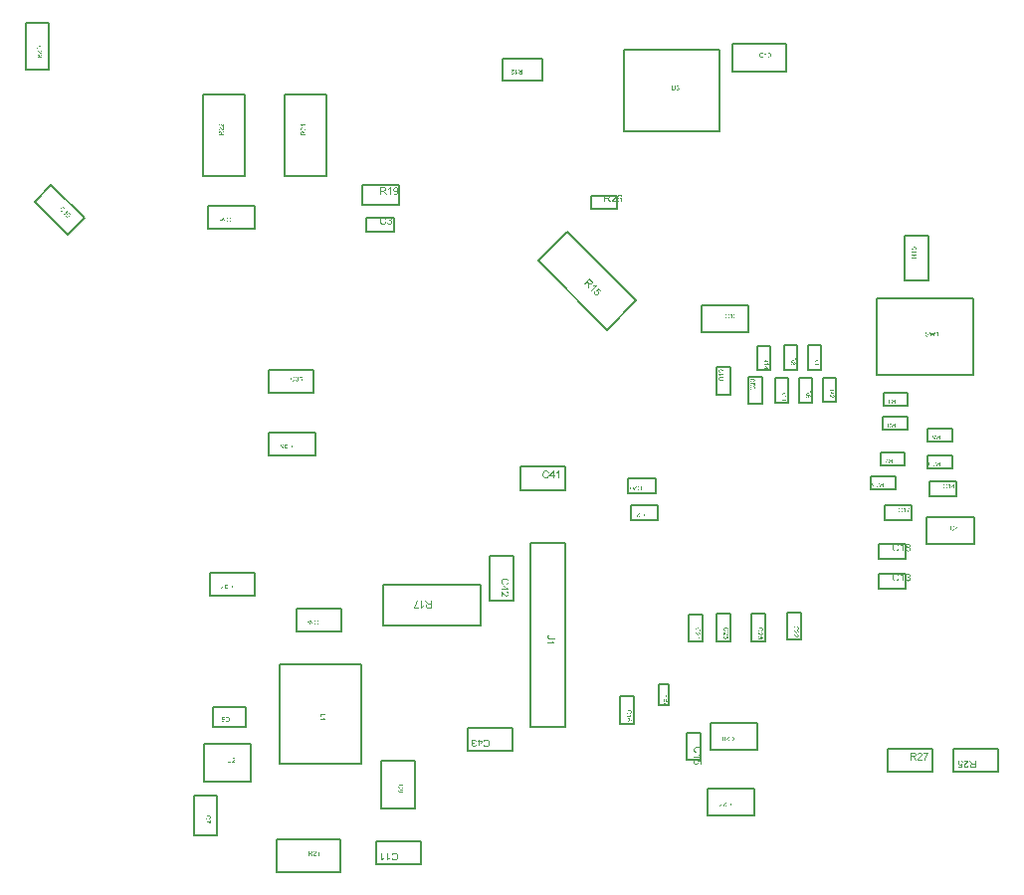
<source format=gbr>
G04*
G04 #@! TF.GenerationSoftware,Altium Limited,Altium Designer,25.2.1 (25)*
G04*
G04 Layer_Color=16711935*
%FSLAX25Y25*%
%MOIN*%
G70*
G04*
G04 #@! TF.SameCoordinates,93333BF9-B9FA-480E-9F15-3530D08D3613*
G04*
G04*
G04 #@! TF.FilePolarity,Positive*
G04*
G01*
G75*
%ADD11C,0.00787*%
G36*
X153941Y54996D02*
X153970Y54993D01*
X154003Y54989D01*
X154039Y54982D01*
X154079Y54975D01*
X154167Y54953D01*
X154258Y54916D01*
X154305Y54895D01*
X154349Y54869D01*
X154392Y54836D01*
X154436Y54804D01*
X154440Y54800D01*
X154447Y54793D01*
X154458Y54782D01*
X154469Y54767D01*
X154487Y54749D01*
X154505Y54723D01*
X154527Y54698D01*
X154549Y54665D01*
X154571Y54629D01*
X154592Y54592D01*
X154632Y54505D01*
X154665Y54403D01*
X154676Y54348D01*
X154683Y54290D01*
X154374Y54250D01*
Y54254D01*
X154370Y54261D01*
X154367Y54276D01*
X154363Y54294D01*
X154359Y54316D01*
X154352Y54341D01*
X154334Y54396D01*
X154308Y54461D01*
X154276Y54523D01*
X154239Y54581D01*
X154196Y54632D01*
X154188Y54636D01*
X154174Y54651D01*
X154145Y54669D01*
X154108Y54687D01*
X154065Y54709D01*
X154010Y54727D01*
X153948Y54742D01*
X153883Y54745D01*
X153861D01*
X153846Y54742D01*
X153806Y54738D01*
X153755Y54727D01*
X153697Y54709D01*
X153635Y54683D01*
X153573Y54647D01*
X153515Y54596D01*
X153508Y54589D01*
X153489Y54567D01*
X153468Y54534D01*
X153439Y54490D01*
X153409Y54436D01*
X153388Y54374D01*
X153369Y54301D01*
X153362Y54221D01*
Y54217D01*
Y54210D01*
Y54199D01*
X153366Y54185D01*
X153369Y54145D01*
X153380Y54097D01*
X153395Y54039D01*
X153420Y53981D01*
X153457Y53923D01*
X153504Y53868D01*
X153511Y53861D01*
X153530Y53846D01*
X153559Y53824D01*
X153599Y53799D01*
X153650Y53773D01*
X153712Y53751D01*
X153781Y53737D01*
X153857Y53730D01*
X153890D01*
X153915Y53733D01*
X153948Y53737D01*
X153984Y53744D01*
X154028Y53751D01*
X154076Y53762D01*
X154039Y53489D01*
X154021D01*
X154006Y53493D01*
X153959D01*
X153919Y53486D01*
X153872Y53478D01*
X153817Y53468D01*
X153755Y53449D01*
X153697Y53424D01*
X153635Y53391D01*
X153631D01*
X153628Y53387D01*
X153610Y53373D01*
X153584Y53347D01*
X153555Y53315D01*
X153526Y53267D01*
X153500Y53213D01*
X153482Y53151D01*
X153475Y53114D01*
Y53075D01*
Y53071D01*
Y53067D01*
Y53045D01*
X153482Y53016D01*
X153489Y52976D01*
X153504Y52933D01*
X153522Y52885D01*
X153551Y52838D01*
X153591Y52794D01*
X153595Y52790D01*
X153613Y52776D01*
X153639Y52758D01*
X153672Y52736D01*
X153715Y52718D01*
X153766Y52700D01*
X153824Y52685D01*
X153890Y52681D01*
X153919D01*
X153952Y52689D01*
X153996Y52696D01*
X154043Y52710D01*
X154090Y52729D01*
X154141Y52758D01*
X154188Y52794D01*
X154192Y52798D01*
X154207Y52816D01*
X154228Y52842D01*
X154254Y52878D01*
X154279Y52925D01*
X154305Y52983D01*
X154327Y53053D01*
X154341Y53133D01*
X154651Y53078D01*
Y53075D01*
X154647Y53063D01*
X154643Y53049D01*
X154640Y53027D01*
X154632Y53002D01*
X154622Y52973D01*
X154600Y52903D01*
X154563Y52823D01*
X154520Y52743D01*
X154465Y52667D01*
X154396Y52598D01*
X154392Y52594D01*
X154385Y52590D01*
X154374Y52583D01*
X154359Y52572D01*
X154341Y52558D01*
X154316Y52543D01*
X154290Y52529D01*
X154258Y52510D01*
X154185Y52481D01*
X154101Y52452D01*
X154003Y52434D01*
X153952Y52426D01*
X153861D01*
X153821Y52430D01*
X153773Y52438D01*
X153715Y52448D01*
X153650Y52467D01*
X153584Y52488D01*
X153519Y52518D01*
X153515D01*
X153511Y52521D01*
X153489Y52532D01*
X153457Y52554D01*
X153420Y52579D01*
X153377Y52616D01*
X153333Y52656D01*
X153289Y52703D01*
X153253Y52758D01*
X153249Y52765D01*
X153238Y52783D01*
X153224Y52816D01*
X153206Y52856D01*
X153187Y52903D01*
X153173Y52958D01*
X153162Y53020D01*
X153158Y53082D01*
Y53089D01*
Y53111D01*
X153162Y53140D01*
X153169Y53180D01*
X153180Y53227D01*
X153198Y53278D01*
X153220Y53329D01*
X153249Y53380D01*
X153253Y53387D01*
X153264Y53402D01*
X153286Y53427D01*
X153315Y53457D01*
X153351Y53489D01*
X153395Y53526D01*
X153446Y53559D01*
X153508Y53591D01*
X153504D01*
X153497Y53595D01*
X153486Y53599D01*
X153471Y53602D01*
X153431Y53617D01*
X153380Y53639D01*
X153322Y53668D01*
X153264Y53704D01*
X153209Y53751D01*
X153158Y53806D01*
X153155Y53813D01*
X153140Y53835D01*
X153118Y53872D01*
X153096Y53919D01*
X153075Y53977D01*
X153053Y54046D01*
X153038Y54126D01*
X153034Y54214D01*
Y54217D01*
Y54228D01*
Y54247D01*
X153038Y54268D01*
X153042Y54298D01*
X153049Y54330D01*
X153056Y54367D01*
X153064Y54407D01*
X153093Y54494D01*
X153115Y54541D01*
X153136Y54585D01*
X153166Y54632D01*
X153198Y54680D01*
X153235Y54727D01*
X153278Y54771D01*
X153282Y54774D01*
X153289Y54782D01*
X153304Y54793D01*
X153322Y54807D01*
X153344Y54825D01*
X153373Y54843D01*
X153406Y54865D01*
X153446Y54884D01*
X153486Y54905D01*
X153533Y54927D01*
X153580Y54945D01*
X153635Y54964D01*
X153693Y54978D01*
X153755Y54989D01*
X153817Y54996D01*
X153886Y55000D01*
X153919D01*
X153941Y54996D01*
D02*
G37*
G36*
X158043D02*
X158076D01*
X158116Y54993D01*
X158160Y54985D01*
X158211Y54978D01*
X158316Y54960D01*
X158425Y54931D01*
X158535Y54891D01*
X158586Y54865D01*
X158636Y54836D01*
X158640Y54833D01*
X158647Y54829D01*
X158662Y54818D01*
X158677Y54804D01*
X158698Y54789D01*
X158724Y54767D01*
X158753Y54742D01*
X158782Y54712D01*
X158811Y54680D01*
X158844Y54647D01*
X158909Y54563D01*
X158971Y54465D01*
X159026Y54356D01*
Y54352D01*
X159033Y54341D01*
X159037Y54323D01*
X159048Y54301D01*
X159055Y54272D01*
X159066Y54236D01*
X159081Y54196D01*
X159091Y54152D01*
X159102Y54105D01*
X159117Y54050D01*
X159135Y53937D01*
X159150Y53810D01*
X159157Y53679D01*
Y53675D01*
Y53661D01*
Y53639D01*
X159153Y53613D01*
Y53577D01*
X159150Y53540D01*
X159146Y53493D01*
X159139Y53446D01*
X159121Y53340D01*
X159095Y53224D01*
X159059Y53107D01*
X159008Y52994D01*
X159004Y52991D01*
X159001Y52980D01*
X158993Y52965D01*
X158979Y52947D01*
X158964Y52922D01*
X158946Y52893D01*
X158899Y52827D01*
X158837Y52754D01*
X158764Y52681D01*
X158680Y52609D01*
X158582Y52547D01*
X158578Y52543D01*
X158567Y52539D01*
X158553Y52532D01*
X158535Y52521D01*
X158505Y52510D01*
X158476Y52499D01*
X158440Y52485D01*
X158400Y52470D01*
X158356Y52456D01*
X158309Y52441D01*
X158207Y52419D01*
X158090Y52401D01*
X157970Y52394D01*
X157934D01*
X157908Y52397D01*
X157876Y52401D01*
X157836Y52405D01*
X157796Y52408D01*
X157748Y52419D01*
X157650Y52441D01*
X157541Y52474D01*
X157486Y52496D01*
X157435Y52521D01*
X157384Y52554D01*
X157333Y52587D01*
X157330Y52590D01*
X157322Y52594D01*
X157308Y52605D01*
X157290Y52623D01*
X157272Y52641D01*
X157246Y52667D01*
X157220Y52696D01*
X157191Y52725D01*
X157162Y52761D01*
X157133Y52805D01*
X157100Y52849D01*
X157071Y52896D01*
X157046Y52951D01*
X157017Y53005D01*
X156995Y53063D01*
X156973Y53129D01*
X157301Y53206D01*
Y53202D01*
X157304Y53195D01*
X157311Y53180D01*
X157319Y53162D01*
X157326Y53140D01*
X157337Y53111D01*
X157366Y53053D01*
X157403Y52987D01*
X157446Y52922D01*
X157501Y52860D01*
X157559Y52805D01*
X157566Y52798D01*
X157588Y52783D01*
X157624Y52765D01*
X157672Y52740D01*
X157734Y52718D01*
X157803Y52696D01*
X157887Y52681D01*
X157978Y52678D01*
X158007D01*
X158025Y52681D01*
X158050D01*
X158080Y52685D01*
X158149Y52696D01*
X158225Y52710D01*
X158305Y52736D01*
X158389Y52772D01*
X158465Y52820D01*
X158469D01*
X158473Y52827D01*
X158498Y52845D01*
X158531Y52874D01*
X158571Y52918D01*
X158618Y52973D01*
X158662Y53034D01*
X158702Y53111D01*
X158738Y53195D01*
Y53198D01*
X158742Y53206D01*
X158746Y53216D01*
X158749Y53235D01*
X158757Y53256D01*
X158764Y53282D01*
X158775Y53344D01*
X158789Y53417D01*
X158804Y53497D01*
X158811Y53584D01*
X158815Y53679D01*
Y53682D01*
Y53693D01*
Y53711D01*
Y53733D01*
X158811Y53759D01*
Y53791D01*
X158808Y53828D01*
X158804Y53868D01*
X158793Y53955D01*
X158775Y54050D01*
X158753Y54145D01*
X158724Y54239D01*
Y54243D01*
X158720Y54250D01*
X158713Y54261D01*
X158706Y54279D01*
X158684Y54323D01*
X158651Y54374D01*
X158611Y54432D01*
X158560Y54494D01*
X158502Y54549D01*
X158433Y54600D01*
X158429D01*
X158422Y54603D01*
X158411Y54611D01*
X158396Y54618D01*
X158378Y54625D01*
X158356Y54636D01*
X158305Y54658D01*
X158240Y54680D01*
X158167Y54698D01*
X158087Y54712D01*
X158003Y54716D01*
X157978D01*
X157956Y54712D01*
X157930D01*
X157905Y54709D01*
X157839Y54694D01*
X157763Y54676D01*
X157686Y54647D01*
X157606Y54607D01*
X157566Y54585D01*
X157530Y54556D01*
X157526Y54552D01*
X157523Y54549D01*
X157512Y54538D01*
X157497Y54527D01*
X157483Y54509D01*
X157464Y54487D01*
X157443Y54465D01*
X157424Y54436D01*
X157403Y54403D01*
X157377Y54367D01*
X157355Y54330D01*
X157333Y54287D01*
X157315Y54239D01*
X157297Y54188D01*
X157279Y54134D01*
X157264Y54075D01*
X156929Y54159D01*
Y54163D01*
X156933Y54177D01*
X156940Y54199D01*
X156951Y54228D01*
X156962Y54261D01*
X156977Y54301D01*
X156995Y54345D01*
X157017Y54392D01*
X157068Y54494D01*
X157133Y54596D01*
X157173Y54647D01*
X157213Y54698D01*
X157257Y54742D01*
X157308Y54785D01*
X157311Y54789D01*
X157319Y54796D01*
X157337Y54804D01*
X157355Y54818D01*
X157384Y54836D01*
X157413Y54854D01*
X157454Y54873D01*
X157493Y54891D01*
X157541Y54913D01*
X157592Y54931D01*
X157646Y54949D01*
X157705Y54967D01*
X157766Y54982D01*
X157832Y54989D01*
X157901Y54996D01*
X157974Y55000D01*
X158014D01*
X158043Y54996D01*
D02*
G37*
G36*
X155655Y54352D02*
X156751D01*
Y54068D01*
X155597Y52438D01*
X155346D01*
Y54068D01*
X155004D01*
Y54352D01*
X155346D01*
Y54956D01*
X155655D01*
Y54352D01*
D02*
G37*
G36*
X127386Y16996D02*
X127419D01*
X127459Y16993D01*
X127503Y16985D01*
X127554Y16978D01*
X127659Y16960D01*
X127768Y16931D01*
X127878Y16891D01*
X127928Y16865D01*
X127980Y16836D01*
X127983Y16833D01*
X127990Y16829D01*
X128005Y16818D01*
X128020Y16804D01*
X128041Y16789D01*
X128067Y16767D01*
X128096Y16742D01*
X128125Y16713D01*
X128154Y16680D01*
X128187Y16647D01*
X128252Y16563D01*
X128314Y16465D01*
X128369Y16356D01*
Y16352D01*
X128376Y16341D01*
X128380Y16323D01*
X128391Y16301D01*
X128398Y16272D01*
X128409Y16236D01*
X128424Y16196D01*
X128435Y16152D01*
X128445Y16105D01*
X128460Y16050D01*
X128478Y15937D01*
X128493Y15810D01*
X128500Y15679D01*
Y15675D01*
Y15661D01*
Y15639D01*
X128496Y15613D01*
Y15577D01*
X128493Y15540D01*
X128489Y15493D01*
X128482Y15446D01*
X128464Y15340D01*
X128438Y15224D01*
X128402Y15107D01*
X128351Y14994D01*
X128347Y14991D01*
X128343Y14980D01*
X128336Y14965D01*
X128322Y14947D01*
X128307Y14922D01*
X128289Y14893D01*
X128242Y14827D01*
X128180Y14754D01*
X128107Y14681D01*
X128023Y14608D01*
X127925Y14547D01*
X127921Y14543D01*
X127910Y14539D01*
X127896Y14532D01*
X127878Y14521D01*
X127848Y14510D01*
X127819Y14499D01*
X127783Y14485D01*
X127743Y14470D01*
X127699Y14456D01*
X127652Y14441D01*
X127550Y14419D01*
X127434Y14401D01*
X127313Y14394D01*
X127277D01*
X127252Y14397D01*
X127219Y14401D01*
X127179Y14405D01*
X127139Y14408D01*
X127091Y14419D01*
X126993Y14441D01*
X126884Y14474D01*
X126829Y14496D01*
X126778Y14521D01*
X126727Y14554D01*
X126676Y14587D01*
X126673Y14590D01*
X126665Y14594D01*
X126651Y14605D01*
X126633Y14623D01*
X126614Y14641D01*
X126589Y14667D01*
X126564Y14696D01*
X126534Y14725D01*
X126505Y14761D01*
X126476Y14805D01*
X126443Y14849D01*
X126414Y14896D01*
X126389Y14951D01*
X126360Y15005D01*
X126338Y15064D01*
X126316Y15129D01*
X126644Y15205D01*
Y15202D01*
X126647Y15195D01*
X126655Y15180D01*
X126662Y15162D01*
X126669Y15140D01*
X126680Y15111D01*
X126709Y15053D01*
X126746Y14987D01*
X126789Y14922D01*
X126844Y14860D01*
X126902Y14805D01*
X126909Y14798D01*
X126931Y14783D01*
X126968Y14765D01*
X127015Y14740D01*
X127077Y14718D01*
X127146Y14696D01*
X127230Y14681D01*
X127321Y14678D01*
X127350D01*
X127368Y14681D01*
X127393D01*
X127423Y14685D01*
X127492Y14696D01*
X127568Y14710D01*
X127648Y14736D01*
X127732Y14772D01*
X127808Y14820D01*
X127812D01*
X127816Y14827D01*
X127841Y14845D01*
X127874Y14874D01*
X127914Y14918D01*
X127961Y14973D01*
X128005Y15034D01*
X128045Y15111D01*
X128081Y15195D01*
Y15198D01*
X128085Y15205D01*
X128089Y15216D01*
X128092Y15235D01*
X128100Y15257D01*
X128107Y15282D01*
X128118Y15344D01*
X128132Y15417D01*
X128147Y15497D01*
X128154Y15584D01*
X128158Y15679D01*
Y15682D01*
Y15693D01*
Y15711D01*
Y15733D01*
X128154Y15759D01*
Y15792D01*
X128151Y15828D01*
X128147Y15868D01*
X128136Y15955D01*
X128118Y16050D01*
X128096Y16145D01*
X128067Y16239D01*
Y16243D01*
X128063Y16250D01*
X128056Y16261D01*
X128049Y16279D01*
X128027Y16323D01*
X127994Y16374D01*
X127954Y16432D01*
X127903Y16494D01*
X127845Y16549D01*
X127776Y16600D01*
X127772D01*
X127765Y16603D01*
X127754Y16611D01*
X127739Y16618D01*
X127721Y16625D01*
X127699Y16636D01*
X127648Y16658D01*
X127583Y16680D01*
X127510Y16698D01*
X127430Y16713D01*
X127346Y16716D01*
X127321D01*
X127299Y16713D01*
X127273D01*
X127248Y16709D01*
X127182Y16694D01*
X127106Y16676D01*
X127030Y16647D01*
X126949Y16607D01*
X126909Y16585D01*
X126873Y16556D01*
X126869Y16552D01*
X126866Y16549D01*
X126855Y16538D01*
X126840Y16527D01*
X126826Y16509D01*
X126807Y16487D01*
X126786Y16465D01*
X126767Y16436D01*
X126746Y16403D01*
X126720Y16367D01*
X126698Y16330D01*
X126676Y16287D01*
X126658Y16239D01*
X126640Y16188D01*
X126622Y16134D01*
X126607Y16075D01*
X126272Y16159D01*
Y16163D01*
X126276Y16177D01*
X126283Y16199D01*
X126294Y16228D01*
X126305Y16261D01*
X126320Y16301D01*
X126338Y16345D01*
X126360Y16392D01*
X126411Y16494D01*
X126476Y16596D01*
X126516Y16647D01*
X126556Y16698D01*
X126600Y16742D01*
X126651Y16785D01*
X126655Y16789D01*
X126662Y16796D01*
X126680Y16804D01*
X126698Y16818D01*
X126727Y16836D01*
X126757Y16854D01*
X126796Y16873D01*
X126837Y16891D01*
X126884Y16913D01*
X126935Y16931D01*
X126989Y16949D01*
X127048Y16967D01*
X127110Y16982D01*
X127175Y16989D01*
X127244Y16996D01*
X127317Y17000D01*
X127357D01*
X127386Y16996D01*
D02*
G37*
G36*
X125133Y14987D02*
X125137Y14991D01*
X125155Y15005D01*
X125177Y15027D01*
X125213Y15053D01*
X125253Y15085D01*
X125304Y15122D01*
X125362Y15162D01*
X125428Y15202D01*
X125432D01*
X125435Y15205D01*
X125457Y15220D01*
X125493Y15238D01*
X125537Y15260D01*
X125588Y15286D01*
X125643Y15311D01*
X125697Y15337D01*
X125752Y15358D01*
Y15060D01*
X125748D01*
X125741Y15053D01*
X125726Y15049D01*
X125708Y15038D01*
X125686Y15027D01*
X125661Y15013D01*
X125599Y14976D01*
X125526Y14936D01*
X125453Y14885D01*
X125377Y14827D01*
X125301Y14765D01*
X125297Y14761D01*
X125293Y14758D01*
X125282Y14747D01*
X125268Y14736D01*
X125235Y14699D01*
X125191Y14656D01*
X125148Y14605D01*
X125100Y14547D01*
X125060Y14488D01*
X125024Y14427D01*
X124824D01*
Y16956D01*
X125133D01*
Y14987D01*
D02*
G37*
G36*
X123175D02*
X123178Y14991D01*
X123197Y15005D01*
X123218Y15027D01*
X123255Y15053D01*
X123295Y15085D01*
X123346Y15122D01*
X123404Y15162D01*
X123470Y15202D01*
X123473D01*
X123477Y15205D01*
X123499Y15220D01*
X123535Y15238D01*
X123579Y15260D01*
X123630Y15286D01*
X123684Y15311D01*
X123739Y15337D01*
X123793Y15358D01*
Y15060D01*
X123790D01*
X123783Y15053D01*
X123768Y15049D01*
X123750Y15038D01*
X123728Y15027D01*
X123703Y15013D01*
X123641Y14976D01*
X123568Y14936D01*
X123495Y14885D01*
X123419Y14827D01*
X123342Y14765D01*
X123338Y14761D01*
X123335Y14758D01*
X123324Y14747D01*
X123309Y14736D01*
X123277Y14699D01*
X123233Y14656D01*
X123189Y14605D01*
X123142Y14547D01*
X123102Y14488D01*
X123065Y14427D01*
X122865D01*
Y16956D01*
X123175D01*
Y14987D01*
D02*
G37*
G36*
X222162Y274131D02*
X222192Y274126D01*
X222229Y274119D01*
X222270Y274108D01*
X222312Y274094D01*
X222353Y274075D01*
X222356D01*
X222358Y274073D01*
X222372Y274066D01*
X222393Y274052D01*
X222416Y274036D01*
X222443Y274013D01*
X222471Y273988D01*
X222499Y273958D01*
X222522Y273923D01*
X222524Y273918D01*
X222531Y273907D01*
X222540Y273886D01*
X222552Y273861D01*
X222564Y273831D01*
X222573Y273796D01*
X222580Y273757D01*
X222582Y273717D01*
Y273713D01*
Y273699D01*
X222580Y273680D01*
X222575Y273655D01*
X222568Y273625D01*
X222557Y273593D01*
X222543Y273560D01*
X222524Y273528D01*
X222522Y273523D01*
X222515Y273514D01*
X222501Y273498D01*
X222483Y273479D01*
X222460Y273459D01*
X222432Y273435D01*
X222400Y273415D01*
X222360Y273394D01*
X222363D01*
X222367Y273392D01*
X222374Y273389D01*
X222383Y273387D01*
X222409Y273378D01*
X222441Y273364D01*
X222478Y273345D01*
X222515Y273322D01*
X222550Y273292D01*
X222582Y273258D01*
X222584Y273253D01*
X222594Y273239D01*
X222607Y273216D01*
X222621Y273186D01*
X222635Y273149D01*
X222649Y273105D01*
X222658Y273054D01*
X222661Y272999D01*
Y272997D01*
Y272990D01*
Y272978D01*
X222658Y272964D01*
X222656Y272946D01*
X222651Y272925D01*
X222647Y272902D01*
X222642Y272877D01*
X222624Y272821D01*
X222610Y272791D01*
X222596Y272763D01*
X222577Y272733D01*
X222557Y272703D01*
X222533Y272673D01*
X222506Y272645D01*
X222503Y272643D01*
X222499Y272639D01*
X222490Y272632D01*
X222478Y272622D01*
X222464Y272611D01*
X222446Y272599D01*
X222425Y272585D01*
X222400Y272574D01*
X222374Y272560D01*
X222344Y272546D01*
X222314Y272535D01*
X222279Y272523D01*
X222242Y272514D01*
X222203Y272507D01*
X222164Y272502D01*
X222120Y272500D01*
X222099D01*
X222085Y272502D01*
X222067Y272505D01*
X222046Y272507D01*
X222023Y272512D01*
X221998Y272516D01*
X221942Y272530D01*
X221884Y272553D01*
X221854Y272567D01*
X221827Y272583D01*
X221799Y272604D01*
X221771Y272625D01*
X221769Y272627D01*
X221764Y272632D01*
X221757Y272639D01*
X221750Y272648D01*
X221739Y272659D01*
X221727Y272675D01*
X221713Y272692D01*
X221700Y272712D01*
X221686Y272736D01*
X221672Y272759D01*
X221646Y272814D01*
X221626Y272879D01*
X221619Y272913D01*
X221614Y272950D01*
X221811Y272976D01*
Y272973D01*
X221813Y272969D01*
X221815Y272960D01*
X221817Y272948D01*
X221820Y272934D01*
X221824Y272918D01*
X221836Y272883D01*
X221852Y272842D01*
X221873Y272803D01*
X221896Y272766D01*
X221924Y272733D01*
X221928Y272731D01*
X221938Y272722D01*
X221956Y272710D01*
X221979Y272699D01*
X222007Y272685D01*
X222042Y272673D01*
X222081Y272664D01*
X222122Y272662D01*
X222136D01*
X222146Y272664D01*
X222171Y272666D01*
X222203Y272673D01*
X222240Y272685D01*
X222279Y272701D01*
X222319Y272724D01*
X222356Y272756D01*
X222360Y272761D01*
X222372Y272775D01*
X222386Y272796D01*
X222404Y272823D01*
X222423Y272858D01*
X222436Y272897D01*
X222448Y272943D01*
X222453Y272994D01*
Y272997D01*
Y273001D01*
Y273008D01*
X222450Y273017D01*
X222448Y273043D01*
X222441Y273073D01*
X222432Y273110D01*
X222416Y273147D01*
X222393Y273184D01*
X222363Y273218D01*
X222358Y273223D01*
X222346Y273232D01*
X222328Y273246D01*
X222303Y273262D01*
X222270Y273278D01*
X222231Y273292D01*
X222187Y273302D01*
X222139Y273306D01*
X222118D01*
X222102Y273304D01*
X222081Y273302D01*
X222058Y273297D01*
X222030Y273292D01*
X222000Y273285D01*
X222023Y273459D01*
X222035D01*
X222044Y273456D01*
X222074D01*
X222099Y273461D01*
X222129Y273465D01*
X222164Y273472D01*
X222203Y273484D01*
X222240Y273500D01*
X222279Y273521D01*
X222282D01*
X222284Y273523D01*
X222296Y273533D01*
X222312Y273549D01*
X222330Y273569D01*
X222349Y273600D01*
X222365Y273634D01*
X222376Y273673D01*
X222381Y273696D01*
Y273722D01*
Y273724D01*
Y273727D01*
Y273740D01*
X222376Y273759D01*
X222372Y273784D01*
X222363Y273812D01*
X222351Y273842D01*
X222333Y273872D01*
X222307Y273900D01*
X222305Y273902D01*
X222293Y273911D01*
X222277Y273923D01*
X222256Y273937D01*
X222229Y273948D01*
X222196Y273960D01*
X222159Y273969D01*
X222118Y273971D01*
X222099D01*
X222078Y273967D01*
X222051Y273962D01*
X222021Y273953D01*
X221991Y273941D01*
X221958Y273923D01*
X221928Y273900D01*
X221926Y273898D01*
X221917Y273886D01*
X221903Y273870D01*
X221887Y273847D01*
X221871Y273817D01*
X221854Y273780D01*
X221841Y273736D01*
X221831Y273685D01*
X221635Y273720D01*
Y273722D01*
X221637Y273729D01*
X221640Y273738D01*
X221642Y273752D01*
X221646Y273768D01*
X221653Y273787D01*
X221667Y273831D01*
X221690Y273881D01*
X221718Y273932D01*
X221753Y273981D01*
X221797Y274025D01*
X221799Y274027D01*
X221804Y274029D01*
X221811Y274034D01*
X221820Y274041D01*
X221831Y274050D01*
X221848Y274059D01*
X221864Y274068D01*
X221884Y274080D01*
X221931Y274098D01*
X221984Y274117D01*
X222046Y274129D01*
X222078Y274133D01*
X222136D01*
X222162Y274131D01*
D02*
G37*
G36*
X221339Y273202D02*
Y273200D01*
Y273191D01*
Y273179D01*
Y273163D01*
X221337Y273142D01*
Y273119D01*
X221335Y273091D01*
X221332Y273064D01*
X221325Y273001D01*
X221316Y272937D01*
X221302Y272874D01*
X221293Y272844D01*
X221284Y272816D01*
Y272814D01*
X221282Y272810D01*
X221277Y272803D01*
X221272Y272793D01*
X221258Y272768D01*
X221238Y272736D01*
X221210Y272699D01*
X221178Y272662D01*
X221136Y272622D01*
X221085Y272588D01*
X221083D01*
X221078Y272583D01*
X221071Y272581D01*
X221060Y272574D01*
X221046Y272567D01*
X221027Y272560D01*
X221009Y272553D01*
X220986Y272544D01*
X220960Y272535D01*
X220933Y272528D01*
X220903Y272521D01*
X220868Y272514D01*
X220833Y272509D01*
X220796Y272505D01*
X220713Y272500D01*
X220692D01*
X220676Y272502D01*
X220658D01*
X220635Y272505D01*
X220609Y272507D01*
X220584Y272509D01*
X220526Y272518D01*
X220464Y272532D01*
X220404Y272551D01*
X220346Y272576D01*
X220344D01*
X220339Y272581D01*
X220332Y272585D01*
X220323Y272590D01*
X220298Y272608D01*
X220267Y272634D01*
X220233Y272666D01*
X220200Y272703D01*
X220168Y272749D01*
X220143Y272800D01*
Y272803D01*
X220140Y272807D01*
X220138Y272816D01*
X220133Y272828D01*
X220129Y272842D01*
X220124Y272860D01*
X220117Y272881D01*
X220113Y272906D01*
X220108Y272934D01*
X220101Y272964D01*
X220096Y272997D01*
X220092Y273031D01*
X220087Y273071D01*
X220085Y273112D01*
X220083Y273156D01*
Y273202D01*
Y274126D01*
X220295D01*
Y273202D01*
Y273200D01*
Y273193D01*
Y273181D01*
Y273167D01*
X220298Y273151D01*
Y273131D01*
X220300Y273087D01*
X220304Y273036D01*
X220311Y272985D01*
X220321Y272937D01*
X220325Y272916D01*
X220332Y272895D01*
X220334Y272890D01*
X220339Y272879D01*
X220351Y272863D01*
X220364Y272839D01*
X220381Y272816D01*
X220404Y272791D01*
X220431Y272766D01*
X220464Y272745D01*
X220468Y272743D01*
X220480Y272736D01*
X220501Y272729D01*
X220529Y272719D01*
X220561Y272708D01*
X220602Y272701D01*
X220646Y272694D01*
X220695Y272692D01*
X220718D01*
X220732Y272694D01*
X220753D01*
X220773Y272696D01*
X220824Y272706D01*
X220880Y272717D01*
X220933Y272736D01*
X220984Y272761D01*
X221007Y272777D01*
X221027Y272796D01*
X221030Y272798D01*
X221032Y272800D01*
X221037Y272807D01*
X221044Y272816D01*
X221051Y272830D01*
X221060Y272844D01*
X221069Y272865D01*
X221078Y272886D01*
X221088Y272911D01*
X221094Y272941D01*
X221104Y272976D01*
X221111Y273013D01*
X221117Y273054D01*
X221122Y273098D01*
X221127Y273149D01*
Y273202D01*
Y274126D01*
X221339D01*
Y273202D01*
D02*
G37*
G36*
X193355Y208703D02*
X193373Y208679D01*
X193396Y208656D01*
X193448Y208600D01*
X193497Y208535D01*
X193551Y208466D01*
X193594Y208396D01*
X193615Y208360D01*
X193630Y208329D01*
X193633Y208327D01*
Y208322D01*
X193641Y208298D01*
X193654Y208265D01*
X193664Y208219D01*
X193672Y208165D01*
X193674Y208100D01*
X193669Y208033D01*
X193659Y207961D01*
X193656Y207959D01*
Y207954D01*
X193651Y207928D01*
X193635Y207892D01*
X193617Y207843D01*
X193592Y207791D01*
X193558Y207732D01*
X193517Y207676D01*
X193466Y207619D01*
X193463Y207616D01*
X193458Y207611D01*
X193448Y207601D01*
X193432Y207591D01*
X193414Y207573D01*
X193394Y207557D01*
X193340Y207524D01*
X193273Y207488D01*
X193198Y207454D01*
X193113Y207431D01*
X193067Y207426D01*
X193020Y207421D01*
X193015D01*
X193010D01*
X192995D01*
X192977Y207423D01*
X192953Y207426D01*
X192928Y207431D01*
X192894Y207439D01*
X192858Y207444D01*
X192820Y207457D01*
X192778Y207472D01*
X192732Y207488D01*
X192686Y207508D01*
X192637Y207537D01*
X192585Y207562D01*
X192534Y207598D01*
X192480Y207637D01*
X192482Y207629D01*
X192488Y207614D01*
X192493Y207588D01*
X192503Y207557D01*
X192521Y207483D01*
X192526Y207441D01*
X192531Y207405D01*
Y207395D01*
Y207369D01*
Y207328D01*
Y207277D01*
X192524Y207212D01*
X192518Y207140D01*
X192506Y207060D01*
X192490Y206973D01*
X192313Y206183D01*
X192019Y206476D01*
X192156Y207081D01*
X192158Y207084D01*
Y207094D01*
X192161Y207107D01*
X192163Y207125D01*
X192174Y207171D01*
X192186Y207230D01*
X192197Y207297D01*
X192210Y207367D01*
X192220Y207434D01*
X192230Y207495D01*
Y207501D01*
X192233Y207519D01*
X192235Y207547D01*
Y207583D01*
Y207660D01*
X192233Y207699D01*
X192228Y207735D01*
Y207740D01*
X192225Y207748D01*
X192220Y207763D01*
X192212Y207786D01*
X192204Y207809D01*
X192194Y207835D01*
X192166Y207889D01*
X192163Y207892D01*
X192161Y207899D01*
X192150Y207910D01*
X192140Y207925D01*
X192125Y207946D01*
X192104Y207966D01*
X192078Y207997D01*
X191775Y208301D01*
X190984Y207511D01*
X190748Y207748D01*
X192529Y209529D01*
X193355Y208703D01*
D02*
G37*
G36*
X193962Y207215D02*
X193973D01*
X193985Y207207D01*
X194006Y207202D01*
X194029Y207194D01*
X194058Y207187D01*
X194127Y207169D01*
X194207Y207145D01*
X194294Y207130D01*
X194390Y207117D01*
X194487Y207107D01*
X194493D01*
X194498D01*
X194513D01*
X194531Y207104D01*
X194580Y207107D01*
X194642D01*
X194709Y207112D01*
X194783Y207120D01*
X194853Y207133D01*
X194922Y207151D01*
X195064Y207009D01*
X193275Y205220D01*
X193056Y205439D01*
X194449Y206831D01*
X194444D01*
X194421Y206834D01*
X194390D01*
X194346Y206842D01*
X194294Y206847D01*
X194233Y206857D01*
X194163Y206870D01*
X194088Y206888D01*
X194086Y206891D01*
X194081D01*
X194055Y206896D01*
X194016Y206909D01*
X193970Y206924D01*
X193916Y206942D01*
X193859Y206963D01*
X193803Y206983D01*
X193749Y207006D01*
X193960Y207218D01*
X193962Y207215D01*
D02*
G37*
G36*
X196691Y205321D02*
X196482Y205112D01*
X195769Y205825D01*
X195193Y205439D01*
X195198D01*
X195205Y205436D01*
X195218Y205434D01*
X195239Y205429D01*
X195262Y205421D01*
X195291Y205413D01*
X195352Y205393D01*
X195424Y205362D01*
X195499Y205323D01*
X195574Y205274D01*
X195610Y205248D01*
X195666Y205192D01*
X195679Y205174D01*
X195697Y205151D01*
X195718Y205125D01*
X195738Y205094D01*
X195759Y205058D01*
X195803Y204978D01*
X195823Y204932D01*
X195839Y204880D01*
X195854Y204829D01*
X195867Y204775D01*
X195872Y204718D01*
X195875Y204659D01*
Y204654D01*
Y204644D01*
Y204628D01*
X195872Y204605D01*
X195867Y204574D01*
X195862Y204543D01*
X195854Y204505D01*
X195844Y204463D01*
X195828Y204422D01*
X195813Y204376D01*
X195790Y204327D01*
X195767Y204278D01*
X195738Y204229D01*
X195702Y204178D01*
X195664Y204129D01*
X195620Y204080D01*
X195617Y204077D01*
X195610Y204070D01*
X195597Y204057D01*
X195576Y204041D01*
X195553Y204023D01*
X195527Y204003D01*
X195494Y203979D01*
X195460Y203956D01*
X195378Y203905D01*
X195283Y203861D01*
X195231Y203840D01*
X195177Y203828D01*
X195121Y203812D01*
X195061Y203804D01*
X195056D01*
X195043Y203802D01*
X195023D01*
X194997D01*
X194964Y203804D01*
X194922D01*
X194879Y203812D01*
X194830Y203820D01*
X194778Y203830D01*
X194724Y203848D01*
X194668Y203869D01*
X194608Y203892D01*
X194552Y203923D01*
X194493Y203961D01*
X194433Y204005D01*
X194377Y204057D01*
X194354Y204080D01*
X194338Y204100D01*
X194320Y204124D01*
X194299Y204149D01*
X194274Y204180D01*
X194253Y204216D01*
X194204Y204296D01*
X194163Y204384D01*
X194145Y204433D01*
X194130Y204484D01*
X194119Y204536D01*
X194112Y204590D01*
Y204595D01*
X194109Y204602D01*
X194114Y204618D01*
Y204638D01*
Y204664D01*
X194117Y204693D01*
X194122Y204729D01*
X194132Y204765D01*
X194140Y204803D01*
X194153Y204847D01*
X194186Y204937D01*
X194235Y205032D01*
X194266Y205079D01*
X194302Y205125D01*
X194549Y204914D01*
X194547Y204911D01*
X194542Y204906D01*
X194536Y204896D01*
X194526Y204880D01*
X194505Y204844D01*
X194477Y204795D01*
X194454Y204741D01*
X194431Y204677D01*
X194418Y204613D01*
X194413Y204546D01*
X194415Y204538D01*
Y204518D01*
X194423Y204484D01*
X194436Y204440D01*
X194451Y204394D01*
X194477Y204342D01*
X194511Y204288D01*
X194557Y204237D01*
X194572Y204222D01*
X194585Y204214D01*
X194619Y204185D01*
X194665Y204160D01*
X194722Y204129D01*
X194786Y204106D01*
X194863Y204090D01*
X194902Y204088D01*
X194943D01*
X194948D01*
X194953D01*
X194966Y204090D01*
X194982D01*
X195028Y204100D01*
X195085Y204116D01*
X195146Y204142D01*
X195218Y204178D01*
X195296Y204229D01*
X195334Y204257D01*
X195370Y204293D01*
X195373Y204296D01*
X195378Y204301D01*
X195388Y204312D01*
X195399Y204327D01*
X195414Y204342D01*
X195430Y204363D01*
X195463Y204412D01*
X195499Y204474D01*
X195530Y204541D01*
X195550Y204613D01*
X195558Y204693D01*
X195561Y204695D01*
X195558Y204703D01*
Y204729D01*
X195553Y204770D01*
X195543Y204821D01*
X195520Y204880D01*
X195491Y204945D01*
X195450Y205012D01*
X195424Y205048D01*
X195375Y205097D01*
X195352Y205115D01*
X195324Y205138D01*
X195285Y205161D01*
X195247Y205184D01*
X195200Y205205D01*
X195151Y205223D01*
X195146D01*
X195131Y205228D01*
X195103Y205230D01*
X195069Y205238D01*
X195030Y205241D01*
X194987Y205238D01*
X194940D01*
X194894Y205228D01*
X194717Y205462D01*
X195805Y206206D01*
X196691Y205321D01*
D02*
G37*
G36*
X170100Y277902D02*
X169359D01*
X169340Y277904D01*
X169319D01*
X169271Y277906D01*
X169220Y277913D01*
X169165Y277920D01*
X169114Y277932D01*
X169088Y277939D01*
X169068Y277945D01*
X169065D01*
X169063Y277948D01*
X169049Y277955D01*
X169028Y277964D01*
X169003Y277980D01*
X168975Y278001D01*
X168945Y278029D01*
X168917Y278061D01*
X168890Y278098D01*
Y278100D01*
X168887Y278102D01*
X168878Y278116D01*
X168869Y278139D01*
X168855Y278169D01*
X168843Y278204D01*
X168832Y278246D01*
X168825Y278290D01*
X168823Y278338D01*
Y278340D01*
Y278345D01*
Y278354D01*
X168825Y278366D01*
Y278382D01*
X168827Y278398D01*
X168836Y278437D01*
X168850Y278484D01*
X168869Y278532D01*
X168896Y278581D01*
X168915Y278604D01*
X168933Y278627D01*
X168936Y278629D01*
X168938Y278631D01*
X168945Y278638D01*
X168954Y278645D01*
X168966Y278655D01*
X168980Y278664D01*
X168998Y278675D01*
X169017Y278689D01*
X169040Y278701D01*
X169065Y278712D01*
X169093Y278726D01*
X169123Y278738D01*
X169158Y278747D01*
X169192Y278759D01*
X169231Y278766D01*
X169273Y278772D01*
X169269Y278775D01*
X169259Y278779D01*
X169245Y278789D01*
X169227Y278798D01*
X169185Y278823D01*
X169165Y278839D01*
X169146Y278853D01*
X169141Y278858D01*
X169130Y278869D01*
X169111Y278888D01*
X169088Y278911D01*
X169063Y278943D01*
X169033Y278978D01*
X169003Y279020D01*
X168971Y279066D01*
X168696Y279500D01*
X168959D01*
X169169Y279167D01*
Y279165D01*
X169174Y279160D01*
X169178Y279153D01*
X169185Y279144D01*
X169202Y279119D01*
X169222Y279087D01*
X169248Y279052D01*
X169273Y279015D01*
X169299Y278980D01*
X169322Y278948D01*
X169324Y278946D01*
X169331Y278936D01*
X169342Y278923D01*
X169359Y278906D01*
X169393Y278872D01*
X169412Y278856D01*
X169430Y278842D01*
X169432Y278839D01*
X169437Y278837D01*
X169446Y278833D01*
X169460Y278825D01*
X169474Y278819D01*
X169490Y278812D01*
X169527Y278800D01*
X169529D01*
X169534Y278798D01*
X169543D01*
X169555Y278796D01*
X169571Y278793D01*
X169589D01*
X169615Y278791D01*
X169887D01*
Y279500D01*
X170100D01*
Y277902D01*
D02*
G37*
G36*
X168028Y278250D02*
X168030Y278253D01*
X168042Y278262D01*
X168056Y278276D01*
X168079Y278292D01*
X168104Y278313D01*
X168137Y278336D01*
X168174Y278361D01*
X168215Y278387D01*
X168217D01*
X168220Y278389D01*
X168234Y278398D01*
X168257Y278410D01*
X168284Y278424D01*
X168317Y278440D01*
X168351Y278456D01*
X168386Y278472D01*
X168421Y278486D01*
Y278296D01*
X168418D01*
X168414Y278292D01*
X168404Y278290D01*
X168393Y278283D01*
X168379Y278276D01*
X168363Y278267D01*
X168324Y278243D01*
X168278Y278218D01*
X168231Y278186D01*
X168183Y278149D01*
X168134Y278109D01*
X168132Y278107D01*
X168130Y278105D01*
X168123Y278098D01*
X168113Y278091D01*
X168093Y278068D01*
X168065Y278040D01*
X168037Y278008D01*
X168007Y277971D01*
X167982Y277934D01*
X167959Y277895D01*
X167832D01*
Y279500D01*
X168028D01*
Y278250D01*
D02*
G37*
G36*
X167356Y279498D02*
Y279488D01*
Y279475D01*
X167353Y279456D01*
X167351Y279435D01*
X167347Y279412D01*
X167342Y279389D01*
X167333Y279364D01*
Y279362D01*
X167330Y279359D01*
X167326Y279345D01*
X167316Y279325D01*
X167303Y279297D01*
X167284Y279264D01*
X167261Y279227D01*
X167236Y279190D01*
X167203Y279151D01*
Y279149D01*
X167199Y279147D01*
X167187Y279133D01*
X167166Y279112D01*
X167136Y279082D01*
X167102Y279047D01*
X167058Y279006D01*
X167005Y278959D01*
X166947Y278911D01*
X166945Y278909D01*
X166935Y278902D01*
X166921Y278890D01*
X166905Y278876D01*
X166885Y278858D01*
X166859Y278837D01*
X166834Y278814D01*
X166804Y278789D01*
X166746Y278733D01*
X166688Y278678D01*
X166660Y278650D01*
X166635Y278622D01*
X166612Y278597D01*
X166594Y278571D01*
Y278569D01*
X166589Y278567D01*
X166584Y278560D01*
X166580Y278551D01*
X166563Y278525D01*
X166545Y278495D01*
X166529Y278458D01*
X166513Y278419D01*
X166503Y278375D01*
X166499Y278333D01*
Y278331D01*
Y278329D01*
X166501Y278315D01*
X166503Y278292D01*
X166510Y278267D01*
X166520Y278234D01*
X166536Y278202D01*
X166557Y278169D01*
X166584Y278137D01*
X166589Y278133D01*
X166600Y278123D01*
X166617Y278112D01*
X166642Y278096D01*
X166674Y278082D01*
X166711Y278068D01*
X166755Y278059D01*
X166804Y278056D01*
X166817D01*
X166827Y278059D01*
X166855Y278061D01*
X166887Y278068D01*
X166921Y278077D01*
X166961Y278093D01*
X166998Y278114D01*
X167032Y278142D01*
X167037Y278146D01*
X167046Y278158D01*
X167060Y278176D01*
X167074Y278204D01*
X167090Y278237D01*
X167104Y278278D01*
X167113Y278324D01*
X167118Y278377D01*
X167319Y278357D01*
Y278354D01*
X167316Y278347D01*
Y278336D01*
X167314Y278320D01*
X167310Y278301D01*
X167305Y278280D01*
X167298Y278255D01*
X167291Y278230D01*
X167273Y278174D01*
X167245Y278119D01*
X167229Y278091D01*
X167208Y278063D01*
X167187Y278038D01*
X167164Y278015D01*
X167162Y278012D01*
X167157Y278010D01*
X167150Y278003D01*
X167139Y277996D01*
X167125Y277987D01*
X167109Y277978D01*
X167090Y277966D01*
X167067Y277955D01*
X167042Y277943D01*
X167014Y277932D01*
X166984Y277922D01*
X166952Y277913D01*
X166917Y277906D01*
X166880Y277899D01*
X166841Y277897D01*
X166799Y277895D01*
X166776D01*
X166760Y277897D01*
X166741Y277899D01*
X166718Y277902D01*
X166693Y277906D01*
X166667Y277911D01*
X166607Y277927D01*
X166547Y277950D01*
X166517Y277964D01*
X166487Y277980D01*
X166460Y278001D01*
X166434Y278024D01*
X166432Y278026D01*
X166427Y278029D01*
X166422Y278038D01*
X166413Y278047D01*
X166402Y278059D01*
X166390Y278075D01*
X166379Y278091D01*
X166365Y278112D01*
X166342Y278156D01*
X166319Y278211D01*
X166309Y278239D01*
X166305Y278271D01*
X166300Y278304D01*
X166298Y278338D01*
Y278343D01*
Y278354D01*
X166300Y278373D01*
X166302Y278398D01*
X166307Y278426D01*
X166316Y278458D01*
X166325Y278493D01*
X166339Y278527D01*
X166342Y278532D01*
X166346Y278544D01*
X166356Y278562D01*
X166369Y278588D01*
X166388Y278615D01*
X166411Y278650D01*
X166439Y278685D01*
X166471Y278724D01*
X166476Y278729D01*
X166487Y278742D01*
X166499Y278754D01*
X166510Y278766D01*
X166524Y278779D01*
X166543Y278798D01*
X166561Y278816D01*
X166584Y278837D01*
X166607Y278860D01*
X166635Y278886D01*
X166665Y278911D01*
X166697Y278941D01*
X166734Y278971D01*
X166771Y279003D01*
X166774Y279006D01*
X166778Y279010D01*
X166788Y279017D01*
X166799Y279027D01*
X166813Y279040D01*
X166829Y279054D01*
X166866Y279084D01*
X166905Y279119D01*
X166942Y279153D01*
X166975Y279184D01*
X166989Y279195D01*
X167000Y279207D01*
X167002Y279209D01*
X167009Y279216D01*
X167018Y279225D01*
X167030Y279239D01*
X167042Y279255D01*
X167055Y279271D01*
X167083Y279311D01*
X166296D01*
Y279500D01*
X167356D01*
Y279498D01*
D02*
G37*
G36*
X139700Y98959D02*
X138532D01*
X138503Y98963D01*
X138470D01*
X138393Y98966D01*
X138313Y98977D01*
X138226Y98988D01*
X138146Y99006D01*
X138106Y99017D01*
X138073Y99028D01*
X138069D01*
X138066Y99032D01*
X138044Y99043D01*
X138011Y99057D01*
X137971Y99083D01*
X137927Y99116D01*
X137880Y99159D01*
X137836Y99210D01*
X137793Y99268D01*
Y99272D01*
X137789Y99276D01*
X137775Y99297D01*
X137760Y99334D01*
X137738Y99381D01*
X137720Y99436D01*
X137702Y99501D01*
X137691Y99571D01*
X137687Y99647D01*
Y99651D01*
Y99658D01*
Y99672D01*
X137691Y99691D01*
Y99716D01*
X137694Y99742D01*
X137709Y99804D01*
X137731Y99876D01*
X137760Y99953D01*
X137804Y100029D01*
X137833Y100066D01*
X137862Y100102D01*
X137865Y100106D01*
X137869Y100109D01*
X137880Y100120D01*
X137895Y100131D01*
X137913Y100146D01*
X137935Y100160D01*
X137964Y100178D01*
X137993Y100200D01*
X138029Y100218D01*
X138069Y100237D01*
X138113Y100259D01*
X138160Y100277D01*
X138215Y100291D01*
X138269Y100309D01*
X138331Y100320D01*
X138397Y100331D01*
X138390Y100335D01*
X138375Y100342D01*
X138353Y100357D01*
X138324Y100371D01*
X138259Y100411D01*
X138226Y100437D01*
X138197Y100459D01*
X138189Y100466D01*
X138171Y100484D01*
X138142Y100513D01*
X138106Y100550D01*
X138066Y100601D01*
X138018Y100655D01*
X137971Y100721D01*
X137920Y100794D01*
X137487Y101478D01*
X137902D01*
X138233Y100954D01*
Y100950D01*
X138240Y100943D01*
X138248Y100932D01*
X138259Y100917D01*
X138284Y100877D01*
X138317Y100826D01*
X138357Y100772D01*
X138397Y100714D01*
X138437Y100659D01*
X138473Y100608D01*
X138477Y100604D01*
X138488Y100590D01*
X138506Y100568D01*
X138532Y100542D01*
X138586Y100488D01*
X138615Y100462D01*
X138644Y100441D01*
X138648Y100437D01*
X138655Y100433D01*
X138670Y100426D01*
X138692Y100415D01*
X138714Y100404D01*
X138739Y100393D01*
X138797Y100375D01*
X138801D01*
X138808Y100371D01*
X138823D01*
X138841Y100368D01*
X138866Y100364D01*
X138896D01*
X138936Y100360D01*
X139365D01*
Y101478D01*
X139700D01*
Y98959D01*
D02*
G37*
G36*
X134957Y101474D02*
Y101463D01*
Y101449D01*
X134953Y101427D01*
Y101398D01*
X134950Y101361D01*
X134946Y101321D01*
X134943Y101278D01*
X134935Y101227D01*
X134928Y101176D01*
X134917Y101114D01*
X134906Y101052D01*
X134895Y100987D01*
X134881Y100914D01*
X134844Y100764D01*
Y100761D01*
X134841Y100746D01*
X134833Y100724D01*
X134822Y100692D01*
X134811Y100655D01*
X134797Y100611D01*
X134782Y100561D01*
X134760Y100506D01*
X134739Y100444D01*
X134717Y100382D01*
X134662Y100244D01*
X134597Y100098D01*
X134524Y99953D01*
X134520Y99949D01*
X134513Y99935D01*
X134502Y99916D01*
X134488Y99887D01*
X134469Y99854D01*
X134444Y99814D01*
X134418Y99771D01*
X134389Y99723D01*
X134320Y99618D01*
X134247Y99509D01*
X134164Y99396D01*
X134076Y99290D01*
X135310D01*
Y98992D01*
X133679D01*
Y99236D01*
X133683Y99239D01*
X133690Y99247D01*
X133705Y99261D01*
X133720Y99283D01*
X133741Y99308D01*
X133771Y99338D01*
X133800Y99374D01*
X133832Y99418D01*
X133865Y99461D01*
X133905Y99512D01*
X133945Y99571D01*
X133985Y99629D01*
X134029Y99694D01*
X134073Y99763D01*
X134116Y99840D01*
X134160Y99916D01*
X134164Y99920D01*
X134171Y99935D01*
X134182Y99956D01*
X134200Y99989D01*
X134218Y100029D01*
X134240Y100073D01*
X134265Y100124D01*
X134291Y100182D01*
X134320Y100248D01*
X134353Y100313D01*
X134382Y100386D01*
X134411Y100462D01*
X134469Y100619D01*
X134524Y100786D01*
Y100790D01*
X134528Y100801D01*
X134531Y100819D01*
X134538Y100841D01*
X134546Y100870D01*
X134553Y100906D01*
X134564Y100946D01*
X134571Y100990D01*
X134582Y101041D01*
X134593Y101096D01*
X134611Y101212D01*
X134629Y101339D01*
X134640Y101478D01*
X134957D01*
Y101474D01*
D02*
G37*
G36*
X136435Y99509D02*
X136439Y99512D01*
X136457Y99527D01*
X136479Y99549D01*
X136515Y99574D01*
X136555Y99607D01*
X136606Y99643D01*
X136664Y99683D01*
X136730Y99723D01*
X136733D01*
X136737Y99727D01*
X136759Y99742D01*
X136795Y99760D01*
X136839Y99782D01*
X136890Y99807D01*
X136945Y99833D01*
X136999Y99858D01*
X137054Y99880D01*
Y99581D01*
X137050D01*
X137043Y99574D01*
X137028Y99571D01*
X137010Y99560D01*
X136988Y99549D01*
X136963Y99534D01*
X136901Y99498D01*
X136828Y99458D01*
X136755Y99407D01*
X136679Y99348D01*
X136602Y99287D01*
X136599Y99283D01*
X136595Y99279D01*
X136584Y99268D01*
X136570Y99257D01*
X136537Y99221D01*
X136493Y99177D01*
X136450Y99126D01*
X136402Y99068D01*
X136362Y99010D01*
X136326Y98948D01*
X136126D01*
Y101478D01*
X136435D01*
Y99509D01*
D02*
G37*
G36*
X179297Y89698D02*
X179294D01*
X179286D01*
X179272D01*
X179250Y89694D01*
X179228Y89691D01*
X179202D01*
X179141Y89680D01*
X179075Y89669D01*
X179009Y89647D01*
X178951Y89625D01*
X178926Y89611D01*
X178904Y89592D01*
X178900Y89589D01*
X178889Y89574D01*
X178871Y89552D01*
X178853Y89523D01*
X178831Y89483D01*
X178817Y89439D01*
X178802Y89385D01*
X178798Y89327D01*
Y89305D01*
X178802Y89283D01*
X178806Y89250D01*
X178813Y89217D01*
X178820Y89181D01*
X178835Y89145D01*
X178853Y89108D01*
X178857Y89105D01*
X178864Y89094D01*
X178878Y89079D01*
X178893Y89057D01*
X178919Y89039D01*
X178944Y89017D01*
X178973Y88999D01*
X179009Y88985D01*
X179013D01*
X179028Y88977D01*
X179053Y88974D01*
X179086Y88966D01*
X179130Y88959D01*
X179184Y88955D01*
X179250Y88948D01*
X179326D01*
X181062D01*
Y88613D01*
X179344D01*
X179341D01*
X179330D01*
X179315D01*
X179294D01*
X179264Y88617D01*
X179235D01*
X179166Y88624D01*
X179086Y88631D01*
X179002Y88646D01*
X178926Y88668D01*
X178853Y88693D01*
X178849D01*
X178846Y88697D01*
X178824Y88708D01*
X178795Y88726D01*
X178755Y88752D01*
X178715Y88788D01*
X178671Y88828D01*
X178627Y88879D01*
X178591Y88937D01*
X178587Y88944D01*
X178576Y88966D01*
X178562Y88999D01*
X178547Y89046D01*
X178529Y89105D01*
X178515Y89170D01*
X178504Y89243D01*
X178500Y89323D01*
Y89356D01*
X178504Y89378D01*
X178507Y89407D01*
X178511Y89436D01*
X178525Y89512D01*
X178547Y89592D01*
X178580Y89676D01*
X178602Y89720D01*
X178627Y89760D01*
X178656Y89796D01*
X178689Y89833D01*
X178693Y89836D01*
X178697Y89840D01*
X178711Y89847D01*
X178726Y89858D01*
X178744Y89873D01*
X178769Y89887D01*
X178798Y89902D01*
X178831Y89920D01*
X178868Y89934D01*
X178911Y89949D01*
X178955Y89964D01*
X179006Y89978D01*
X179060Y89986D01*
X179122Y89996D01*
X179184Y90000D01*
X179253D01*
X179297Y89698D01*
D02*
G37*
G36*
X180440Y87954D02*
X180447Y87947D01*
X180451Y87932D01*
X180462Y87914D01*
X180473Y87893D01*
X180487Y87867D01*
X180524Y87805D01*
X180564Y87732D01*
X180615Y87660D01*
X180673Y87583D01*
X180735Y87507D01*
X180739Y87503D01*
X180742Y87499D01*
X180753Y87488D01*
X180764Y87474D01*
X180800Y87441D01*
X180844Y87397D01*
X180895Y87354D01*
X180953Y87306D01*
X181012Y87266D01*
X181073Y87230D01*
Y87030D01*
X178544D01*
Y87339D01*
X180513D01*
X180509Y87343D01*
X180495Y87361D01*
X180473Y87383D01*
X180447Y87419D01*
X180415Y87459D01*
X180378Y87510D01*
X180338Y87568D01*
X180298Y87634D01*
Y87638D01*
X180295Y87641D01*
X180280Y87663D01*
X180262Y87700D01*
X180240Y87743D01*
X180214Y87794D01*
X180189Y87849D01*
X180163Y87903D01*
X180142Y87958D01*
X180440D01*
Y87954D01*
D02*
G37*
G36*
X306020Y50242D02*
X306017Y50239D01*
X306010Y50231D01*
X305995Y50217D01*
X305980Y50195D01*
X305959Y50169D01*
X305929Y50140D01*
X305900Y50104D01*
X305868Y50060D01*
X305835Y50016D01*
X305795Y49966D01*
X305755Y49907D01*
X305715Y49849D01*
X305671Y49784D01*
X305627Y49714D01*
X305584Y49638D01*
X305540Y49562D01*
X305536Y49558D01*
X305529Y49543D01*
X305518Y49521D01*
X305500Y49489D01*
X305482Y49449D01*
X305460Y49405D01*
X305434Y49354D01*
X305409Y49296D01*
X305380Y49230D01*
X305347Y49165D01*
X305318Y49092D01*
X305289Y49016D01*
X305231Y48859D01*
X305176Y48692D01*
Y48688D01*
X305172Y48677D01*
X305169Y48659D01*
X305161Y48637D01*
X305154Y48608D01*
X305147Y48571D01*
X305136Y48531D01*
X305129Y48488D01*
X305118Y48437D01*
X305107Y48382D01*
X305089Y48266D01*
X305070Y48138D01*
X305060Y48000D01*
X304743D01*
Y48004D01*
Y48015D01*
Y48029D01*
X304747Y48051D01*
Y48080D01*
X304750Y48116D01*
X304754Y48156D01*
X304757Y48200D01*
X304765Y48251D01*
X304772Y48302D01*
X304783Y48364D01*
X304794Y48426D01*
X304805Y48491D01*
X304819Y48564D01*
X304856Y48713D01*
Y48717D01*
X304859Y48732D01*
X304867Y48753D01*
X304878Y48786D01*
X304889Y48823D01*
X304903Y48866D01*
X304918Y48917D01*
X304939Y48972D01*
X304961Y49034D01*
X304983Y49096D01*
X305038Y49234D01*
X305103Y49380D01*
X305176Y49525D01*
X305180Y49529D01*
X305187Y49543D01*
X305198Y49562D01*
X305212Y49591D01*
X305231Y49623D01*
X305256Y49663D01*
X305282Y49707D01*
X305311Y49754D01*
X305380Y49860D01*
X305453Y49969D01*
X305536Y50082D01*
X305624Y50188D01*
X304390D01*
Y50486D01*
X306020D01*
Y50242D01*
D02*
G37*
G36*
X303305Y50526D02*
X303334Y50523D01*
X303371Y50519D01*
X303411Y50511D01*
X303451Y50504D01*
X303545Y50479D01*
X303640Y50442D01*
X303687Y50420D01*
X303735Y50395D01*
X303778Y50362D01*
X303818Y50326D01*
X303822Y50322D01*
X303829Y50319D01*
X303836Y50304D01*
X303851Y50289D01*
X303869Y50271D01*
X303888Y50246D01*
X303906Y50220D01*
X303927Y50188D01*
X303964Y50118D01*
X304000Y50031D01*
X304015Y49987D01*
X304022Y49936D01*
X304029Y49885D01*
X304033Y49831D01*
Y49824D01*
Y49805D01*
X304029Y49776D01*
X304026Y49736D01*
X304018Y49692D01*
X304004Y49642D01*
X303989Y49587D01*
X303967Y49532D01*
X303964Y49525D01*
X303957Y49507D01*
X303942Y49478D01*
X303920Y49438D01*
X303891Y49394D01*
X303855Y49340D01*
X303811Y49285D01*
X303760Y49223D01*
X303753Y49216D01*
X303735Y49194D01*
X303716Y49176D01*
X303698Y49158D01*
X303676Y49136D01*
X303647Y49106D01*
X303618Y49077D01*
X303582Y49045D01*
X303545Y49008D01*
X303502Y48968D01*
X303454Y48928D01*
X303403Y48881D01*
X303345Y48834D01*
X303287Y48783D01*
X303283Y48779D01*
X303276Y48772D01*
X303261Y48761D01*
X303243Y48746D01*
X303221Y48724D01*
X303196Y48702D01*
X303138Y48655D01*
X303076Y48601D01*
X303017Y48546D01*
X302967Y48499D01*
X302945Y48480D01*
X302926Y48462D01*
X302923Y48459D01*
X302912Y48448D01*
X302897Y48433D01*
X302879Y48411D01*
X302861Y48386D01*
X302839Y48360D01*
X302796Y48298D01*
X304037D01*
Y48000D01*
X302366D01*
Y48004D01*
Y48018D01*
Y48040D01*
X302370Y48069D01*
X302373Y48102D01*
X302380Y48138D01*
X302388Y48175D01*
X302402Y48215D01*
Y48218D01*
X302406Y48222D01*
X302413Y48244D01*
X302428Y48277D01*
X302450Y48320D01*
X302479Y48371D01*
X302515Y48430D01*
X302555Y48488D01*
X302606Y48550D01*
Y48553D01*
X302613Y48557D01*
X302632Y48579D01*
X302664Y48612D01*
X302712Y48659D01*
X302766Y48713D01*
X302835Y48779D01*
X302919Y48852D01*
X303010Y48928D01*
X303014Y48932D01*
X303028Y48943D01*
X303050Y48961D01*
X303076Y48983D01*
X303109Y49012D01*
X303149Y49045D01*
X303189Y49081D01*
X303236Y49121D01*
X303327Y49208D01*
X303418Y49296D01*
X303462Y49340D01*
X303502Y49383D01*
X303538Y49423D01*
X303567Y49463D01*
Y49467D01*
X303574Y49470D01*
X303582Y49481D01*
X303589Y49496D01*
X303614Y49536D01*
X303644Y49583D01*
X303669Y49642D01*
X303695Y49703D01*
X303709Y49773D01*
X303716Y49838D01*
Y49842D01*
Y49845D01*
X303713Y49867D01*
X303709Y49904D01*
X303698Y49944D01*
X303684Y49995D01*
X303658Y50046D01*
X303625Y50097D01*
X303582Y50148D01*
X303574Y50155D01*
X303556Y50169D01*
X303531Y50188D01*
X303491Y50213D01*
X303440Y50235D01*
X303381Y50257D01*
X303312Y50271D01*
X303236Y50275D01*
X303214D01*
X303200Y50271D01*
X303156Y50268D01*
X303105Y50257D01*
X303050Y50242D01*
X302988Y50217D01*
X302930Y50184D01*
X302876Y50140D01*
X302868Y50133D01*
X302854Y50115D01*
X302832Y50086D01*
X302810Y50042D01*
X302784Y49991D01*
X302763Y49926D01*
X302748Y49853D01*
X302741Y49769D01*
X302424Y49802D01*
Y49805D01*
X302428Y49816D01*
Y49834D01*
X302432Y49860D01*
X302439Y49889D01*
X302446Y49922D01*
X302457Y49962D01*
X302468Y50002D01*
X302497Y50089D01*
X302541Y50177D01*
X302566Y50220D01*
X302599Y50264D01*
X302632Y50304D01*
X302668Y50340D01*
X302672Y50344D01*
X302679Y50348D01*
X302690Y50359D01*
X302708Y50370D01*
X302730Y50384D01*
X302755Y50399D01*
X302784Y50417D01*
X302821Y50435D01*
X302861Y50453D01*
X302905Y50472D01*
X302952Y50486D01*
X303003Y50501D01*
X303058Y50511D01*
X303116Y50523D01*
X303178Y50526D01*
X303243Y50530D01*
X303280D01*
X303305Y50526D01*
D02*
G37*
G36*
X301198Y50515D02*
X301230D01*
X301307Y50511D01*
X301387Y50501D01*
X301474Y50490D01*
X301554Y50472D01*
X301594Y50461D01*
X301627Y50450D01*
X301631D01*
X301634Y50446D01*
X301656Y50435D01*
X301689Y50420D01*
X301729Y50395D01*
X301773Y50362D01*
X301820Y50319D01*
X301864Y50268D01*
X301907Y50209D01*
Y50206D01*
X301911Y50202D01*
X301925Y50180D01*
X301940Y50144D01*
X301962Y50097D01*
X301980Y50042D01*
X301998Y49977D01*
X302009Y49907D01*
X302013Y49831D01*
Y49827D01*
Y49820D01*
Y49805D01*
X302009Y49787D01*
Y49762D01*
X302006Y49736D01*
X301991Y49674D01*
X301969Y49602D01*
X301940Y49525D01*
X301896Y49449D01*
X301867Y49412D01*
X301838Y49376D01*
X301835Y49372D01*
X301831Y49369D01*
X301820Y49358D01*
X301805Y49347D01*
X301787Y49332D01*
X301765Y49318D01*
X301736Y49299D01*
X301707Y49278D01*
X301671Y49259D01*
X301631Y49241D01*
X301587Y49219D01*
X301540Y49201D01*
X301485Y49187D01*
X301431Y49168D01*
X301369Y49158D01*
X301303Y49147D01*
X301310Y49143D01*
X301325Y49136D01*
X301347Y49121D01*
X301376Y49106D01*
X301441Y49066D01*
X301474Y49041D01*
X301503Y49019D01*
X301511Y49012D01*
X301529Y48994D01*
X301558Y48965D01*
X301594Y48928D01*
X301634Y48877D01*
X301682Y48823D01*
X301729Y48757D01*
X301780Y48684D01*
X302213Y48000D01*
X301798D01*
X301467Y48524D01*
Y48528D01*
X301460Y48535D01*
X301452Y48546D01*
X301441Y48561D01*
X301416Y48601D01*
X301383Y48651D01*
X301343Y48706D01*
X301303Y48764D01*
X301263Y48819D01*
X301227Y48870D01*
X301223Y48874D01*
X301212Y48888D01*
X301194Y48910D01*
X301168Y48935D01*
X301114Y48990D01*
X301085Y49016D01*
X301056Y49037D01*
X301052Y49041D01*
X301045Y49045D01*
X301030Y49052D01*
X301008Y49063D01*
X300986Y49074D01*
X300961Y49085D01*
X300903Y49103D01*
X300899D01*
X300892Y49106D01*
X300877D01*
X300859Y49110D01*
X300834Y49114D01*
X300804D01*
X300764Y49117D01*
X300335D01*
Y48000D01*
X300000D01*
Y50519D01*
X301168D01*
X301198Y50515D01*
D02*
G37*
G36*
X316878Y47996D02*
X316907Y47993D01*
X316940Y47989D01*
X316980Y47986D01*
X317020Y47975D01*
X317111Y47953D01*
X317202Y47920D01*
X317249Y47898D01*
X317297Y47873D01*
X317340Y47844D01*
X317384Y47811D01*
X317388Y47807D01*
X317395Y47804D01*
X317402Y47789D01*
X317417Y47774D01*
X317435Y47756D01*
X317453Y47734D01*
X317475Y47705D01*
X317493Y47672D01*
X317515Y47640D01*
X317537Y47600D01*
X317577Y47512D01*
X317610Y47410D01*
X317621Y47356D01*
X317628Y47297D01*
X317304Y47272D01*
Y47276D01*
Y47283D01*
X317301Y47294D01*
X317297Y47312D01*
X317286Y47352D01*
X317271Y47407D01*
X317249Y47461D01*
X317220Y47523D01*
X317184Y47578D01*
X317140Y47629D01*
X317133Y47632D01*
X317119Y47647D01*
X317089Y47665D01*
X317049Y47687D01*
X317006Y47709D01*
X316951Y47727D01*
X316889Y47742D01*
X316820Y47745D01*
X316798D01*
X316784Y47742D01*
X316740Y47738D01*
X316689Y47723D01*
X316627Y47705D01*
X316565Y47676D01*
X316500Y47632D01*
X316471Y47607D01*
X316441Y47578D01*
X316438Y47574D01*
X316434Y47570D01*
X316427Y47560D01*
X316416Y47549D01*
X316390Y47509D01*
X316361Y47458D01*
X316336Y47396D01*
X316310Y47319D01*
X316292Y47228D01*
X316285Y47181D01*
Y47130D01*
Y47126D01*
Y47119D01*
Y47105D01*
X316289Y47086D01*
Y47065D01*
X316292Y47039D01*
X316303Y46981D01*
X316321Y46912D01*
X316347Y46843D01*
X316383Y46777D01*
X316434Y46715D01*
Y46712D01*
X316441Y46708D01*
X316460Y46690D01*
X316492Y46664D01*
X316536Y46635D01*
X316594Y46610D01*
X316660Y46584D01*
X316736Y46566D01*
X316780Y46559D01*
X316849D01*
X316878Y46562D01*
X316915Y46566D01*
X316958Y46577D01*
X317002Y46588D01*
X317049Y46606D01*
X317097Y46628D01*
X317100Y46631D01*
X317115Y46639D01*
X317137Y46657D01*
X317166Y46675D01*
X317195Y46701D01*
X317224Y46733D01*
X317257Y46766D01*
X317282Y46806D01*
X317573Y46766D01*
X317330Y45470D01*
X316077D01*
Y45765D01*
X317086D01*
X317220Y46446D01*
X317217Y46442D01*
X317210Y46439D01*
X317199Y46431D01*
X317180Y46420D01*
X317159Y46409D01*
X317133Y46395D01*
X317075Y46366D01*
X317002Y46336D01*
X316922Y46311D01*
X316835Y46293D01*
X316791Y46286D01*
X316711D01*
X316689Y46289D01*
X316660Y46293D01*
X316627Y46297D01*
X316591Y46304D01*
X316551Y46315D01*
X316463Y46340D01*
X316416Y46358D01*
X316369Y46384D01*
X316321Y46409D01*
X316274Y46439D01*
X316230Y46475D01*
X316187Y46515D01*
X316183Y46518D01*
X316176Y46526D01*
X316165Y46537D01*
X316150Y46555D01*
X316132Y46580D01*
X316114Y46606D01*
X316092Y46639D01*
X316070Y46675D01*
X316052Y46715D01*
X316030Y46759D01*
X316012Y46810D01*
X315994Y46861D01*
X315979Y46915D01*
X315968Y46977D01*
X315961Y47039D01*
X315957Y47105D01*
Y47108D01*
Y47119D01*
Y47137D01*
X315961Y47163D01*
X315965Y47192D01*
X315968Y47225D01*
X315975Y47265D01*
X315983Y47305D01*
X316005Y47399D01*
X316041Y47498D01*
X316063Y47549D01*
X316092Y47596D01*
X316121Y47647D01*
X316158Y47694D01*
X316161Y47698D01*
X316168Y47709D01*
X316183Y47723D01*
X316201Y47742D01*
X316227Y47763D01*
X316256Y47793D01*
X316292Y47818D01*
X316332Y47847D01*
X316376Y47876D01*
X316427Y47902D01*
X316481Y47927D01*
X316540Y47953D01*
X316602Y47971D01*
X316671Y47986D01*
X316744Y47996D01*
X316820Y48000D01*
X316853D01*
X316878Y47996D01*
D02*
G37*
G36*
X321996Y45437D02*
X320828D01*
X320798Y45441D01*
X320766D01*
X320689Y45445D01*
X320609Y45456D01*
X320522Y45467D01*
X320442Y45485D01*
X320402Y45496D01*
X320369Y45507D01*
X320365D01*
X320362Y45510D01*
X320340Y45521D01*
X320307Y45536D01*
X320267Y45561D01*
X320223Y45594D01*
X320176Y45638D01*
X320132Y45689D01*
X320089Y45747D01*
Y45750D01*
X320085Y45754D01*
X320071Y45776D01*
X320056Y45812D01*
X320034Y45860D01*
X320016Y45914D01*
X319998Y45980D01*
X319987Y46049D01*
X319983Y46125D01*
Y46129D01*
Y46136D01*
Y46151D01*
X319987Y46169D01*
Y46195D01*
X319990Y46220D01*
X320005Y46282D01*
X320027Y46355D01*
X320056Y46431D01*
X320100Y46508D01*
X320129Y46544D01*
X320158Y46580D01*
X320162Y46584D01*
X320165Y46588D01*
X320176Y46599D01*
X320191Y46610D01*
X320209Y46624D01*
X320231Y46639D01*
X320260Y46657D01*
X320289Y46679D01*
X320325Y46697D01*
X320365Y46715D01*
X320409Y46737D01*
X320456Y46755D01*
X320511Y46770D01*
X320566Y46788D01*
X320627Y46799D01*
X320693Y46810D01*
X320686Y46813D01*
X320671Y46821D01*
X320649Y46835D01*
X320620Y46850D01*
X320555Y46890D01*
X320522Y46915D01*
X320493Y46937D01*
X320485Y46944D01*
X320467Y46963D01*
X320438Y46992D01*
X320402Y47028D01*
X320362Y47079D01*
X320314Y47134D01*
X320267Y47199D01*
X320216Y47272D01*
X319783Y47956D01*
X320198D01*
X320529Y47432D01*
Y47429D01*
X320536Y47421D01*
X320544Y47410D01*
X320555Y47396D01*
X320580Y47356D01*
X320613Y47305D01*
X320653Y47250D01*
X320693Y47192D01*
X320733Y47137D01*
X320769Y47086D01*
X320773Y47083D01*
X320784Y47068D01*
X320802Y47046D01*
X320828Y47021D01*
X320882Y46966D01*
X320911Y46941D01*
X320940Y46919D01*
X320944Y46915D01*
X320951Y46912D01*
X320966Y46904D01*
X320988Y46894D01*
X321010Y46883D01*
X321035Y46872D01*
X321093Y46853D01*
X321097D01*
X321104Y46850D01*
X321119D01*
X321137Y46846D01*
X321163Y46843D01*
X321192D01*
X321232Y46839D01*
X321661D01*
Y47956D01*
X321996D01*
Y45437D01*
D02*
G37*
G36*
X319630Y47953D02*
Y47938D01*
Y47916D01*
X319626Y47887D01*
X319623Y47854D01*
X319616Y47818D01*
X319608Y47782D01*
X319594Y47742D01*
Y47738D01*
X319590Y47734D01*
X319583Y47712D01*
X319568Y47680D01*
X319546Y47636D01*
X319517Y47585D01*
X319481Y47527D01*
X319441Y47469D01*
X319390Y47407D01*
Y47403D01*
X319383Y47399D01*
X319364Y47378D01*
X319332Y47345D01*
X319284Y47297D01*
X319230Y47243D01*
X319161Y47177D01*
X319077Y47105D01*
X318986Y47028D01*
X318982Y47025D01*
X318968Y47014D01*
X318946Y46995D01*
X318920Y46974D01*
X318887Y46944D01*
X318847Y46912D01*
X318808Y46875D01*
X318760Y46835D01*
X318669Y46748D01*
X318578Y46661D01*
X318534Y46617D01*
X318494Y46573D01*
X318458Y46533D01*
X318429Y46493D01*
Y46489D01*
X318422Y46486D01*
X318414Y46475D01*
X318407Y46460D01*
X318382Y46420D01*
X318352Y46373D01*
X318327Y46315D01*
X318302Y46253D01*
X318287Y46184D01*
X318280Y46118D01*
Y46115D01*
Y46111D01*
X318283Y46089D01*
X318287Y46053D01*
X318298Y46013D01*
X318312Y45962D01*
X318338Y45911D01*
X318371Y45860D01*
X318414Y45809D01*
X318422Y45801D01*
X318440Y45787D01*
X318465Y45769D01*
X318505Y45743D01*
X318556Y45721D01*
X318615Y45700D01*
X318684Y45685D01*
X318760Y45681D01*
X318782D01*
X318796Y45685D01*
X318840Y45689D01*
X318891Y45700D01*
X318946Y45714D01*
X319008Y45740D01*
X319066Y45772D01*
X319121Y45816D01*
X319128Y45823D01*
X319142Y45842D01*
X319164Y45871D01*
X319186Y45914D01*
X319212Y45965D01*
X319233Y46031D01*
X319248Y46104D01*
X319255Y46187D01*
X319572Y46155D01*
Y46151D01*
X319568Y46140D01*
Y46122D01*
X319565Y46096D01*
X319557Y46067D01*
X319550Y46034D01*
X319539Y45994D01*
X319528Y45954D01*
X319499Y45867D01*
X319455Y45780D01*
X319430Y45736D01*
X319397Y45692D01*
X319364Y45652D01*
X319328Y45616D01*
X319324Y45612D01*
X319317Y45609D01*
X319306Y45598D01*
X319288Y45587D01*
X319266Y45572D01*
X319241Y45558D01*
X319212Y45539D01*
X319175Y45521D01*
X319135Y45503D01*
X319091Y45485D01*
X319044Y45470D01*
X318993Y45456D01*
X318938Y45445D01*
X318880Y45434D01*
X318818Y45430D01*
X318753Y45426D01*
X318716D01*
X318691Y45430D01*
X318662Y45434D01*
X318625Y45437D01*
X318585Y45445D01*
X318545Y45452D01*
X318451Y45478D01*
X318356Y45514D01*
X318309Y45536D01*
X318262Y45561D01*
X318218Y45594D01*
X318178Y45630D01*
X318174Y45634D01*
X318167Y45638D01*
X318160Y45652D01*
X318145Y45667D01*
X318127Y45685D01*
X318109Y45711D01*
X318090Y45736D01*
X318069Y45769D01*
X318032Y45838D01*
X317996Y45925D01*
X317981Y45969D01*
X317974Y46020D01*
X317967Y46071D01*
X317963Y46125D01*
Y46133D01*
Y46151D01*
X317967Y46180D01*
X317970Y46220D01*
X317977Y46264D01*
X317992Y46315D01*
X318007Y46369D01*
X318028Y46424D01*
X318032Y46431D01*
X318039Y46449D01*
X318054Y46479D01*
X318076Y46518D01*
X318105Y46562D01*
X318141Y46617D01*
X318185Y46671D01*
X318236Y46733D01*
X318243Y46741D01*
X318262Y46762D01*
X318280Y46781D01*
X318298Y46799D01*
X318320Y46821D01*
X318349Y46850D01*
X318378Y46879D01*
X318414Y46912D01*
X318451Y46948D01*
X318494Y46988D01*
X318542Y47028D01*
X318593Y47076D01*
X318651Y47123D01*
X318709Y47174D01*
X318713Y47177D01*
X318720Y47185D01*
X318735Y47196D01*
X318753Y47210D01*
X318775Y47232D01*
X318800Y47254D01*
X318858Y47301D01*
X318920Y47356D01*
X318979Y47410D01*
X319029Y47458D01*
X319051Y47476D01*
X319070Y47494D01*
X319073Y47498D01*
X319084Y47509D01*
X319099Y47523D01*
X319117Y47545D01*
X319135Y47570D01*
X319157Y47596D01*
X319201Y47658D01*
X317959D01*
Y47956D01*
X319630D01*
Y47953D01*
D02*
G37*
G36*
X202811Y237570D02*
X202836D01*
X202865Y237566D01*
X202935Y237552D01*
X203011Y237533D01*
X203091Y237504D01*
X203171Y237461D01*
X203211Y237435D01*
X203247Y237406D01*
X203251Y237402D01*
X203255Y237399D01*
X203266Y237388D01*
X203277Y237377D01*
X203295Y237359D01*
X203309Y237337D01*
X203349Y237286D01*
X203390Y237220D01*
X203426Y237140D01*
X203459Y237049D01*
X203481Y236947D01*
X203171Y236922D01*
Y236926D01*
X203167Y236929D01*
X203164Y236951D01*
X203153Y236984D01*
X203138Y237024D01*
X203124Y237068D01*
X203102Y237111D01*
X203076Y237151D01*
X203051Y237184D01*
X203044Y237191D01*
X203029Y237206D01*
X203004Y237228D01*
X202967Y237253D01*
X202920Y237275D01*
X202869Y237297D01*
X202807Y237311D01*
X202742Y237319D01*
X202716D01*
X202687Y237315D01*
X202654Y237308D01*
X202610Y237297D01*
X202567Y237282D01*
X202523Y237264D01*
X202480Y237235D01*
X202472Y237231D01*
X202454Y237217D01*
X202429Y237191D01*
X202396Y237155D01*
X202359Y237111D01*
X202319Y237060D01*
X202283Y236995D01*
X202246Y236922D01*
Y236918D01*
X202243Y236911D01*
X202239Y236900D01*
X202232Y236885D01*
X202228Y236864D01*
X202221Y236838D01*
X202214Y236809D01*
X202206Y236773D01*
X202196Y236733D01*
X202188Y236689D01*
X202181Y236642D01*
X202177Y236591D01*
X202170Y236532D01*
X202166Y236474D01*
X202163Y236409D01*
Y236343D01*
X202166Y236347D01*
X202181Y236369D01*
X202206Y236398D01*
X202239Y236434D01*
X202276Y236478D01*
X202323Y236518D01*
X202374Y236558D01*
X202432Y236594D01*
X202436D01*
X202439Y236598D01*
X202461Y236609D01*
X202494Y236620D01*
X202538Y236638D01*
X202589Y236652D01*
X202647Y236663D01*
X202709Y236674D01*
X202774Y236678D01*
X202803D01*
X202825Y236674D01*
X202854Y236671D01*
X202884Y236667D01*
X202920Y236660D01*
X202956Y236649D01*
X203040Y236623D01*
X203084Y236605D01*
X203127Y236580D01*
X203171Y236554D01*
X203218Y236525D01*
X203262Y236489D01*
X203302Y236449D01*
X203306Y236445D01*
X203313Y236438D01*
X203324Y236427D01*
X203335Y236409D01*
X203353Y236383D01*
X203371Y236358D01*
X203390Y236325D01*
X203411Y236288D01*
X203433Y236248D01*
X203451Y236205D01*
X203470Y236154D01*
X203488Y236103D01*
X203499Y236048D01*
X203510Y235986D01*
X203517Y235925D01*
X203520Y235859D01*
Y235855D01*
Y235848D01*
Y235837D01*
Y235819D01*
X203517Y235797D01*
Y235775D01*
X203506Y235717D01*
X203495Y235648D01*
X203477Y235575D01*
X203451Y235495D01*
X203415Y235419D01*
Y235415D01*
X203411Y235411D01*
X203404Y235400D01*
X203397Y235386D01*
X203375Y235349D01*
X203342Y235302D01*
X203302Y235251D01*
X203255Y235200D01*
X203197Y235149D01*
X203135Y235105D01*
X203131D01*
X203127Y235102D01*
X203116Y235095D01*
X203102Y235091D01*
X203065Y235073D01*
X203018Y235055D01*
X202956Y235033D01*
X202887Y235018D01*
X202811Y235004D01*
X202727Y235000D01*
X202709D01*
X202691Y235004D01*
X202661D01*
X202629Y235007D01*
X202592Y235015D01*
X202549Y235025D01*
X202505Y235036D01*
X202454Y235051D01*
X202403Y235069D01*
X202352Y235091D01*
X202297Y235120D01*
X202246Y235153D01*
X202196Y235189D01*
X202145Y235233D01*
X202097Y235284D01*
X202094Y235287D01*
X202086Y235298D01*
X202075Y235313D01*
X202061Y235338D01*
X202039Y235371D01*
X202021Y235408D01*
X201999Y235455D01*
X201977Y235506D01*
X201952Y235568D01*
X201930Y235637D01*
X201912Y235713D01*
X201893Y235797D01*
X201875Y235892D01*
X201864Y235994D01*
X201857Y236103D01*
X201853Y236219D01*
Y236223D01*
Y236227D01*
Y236238D01*
Y236252D01*
X201857Y236288D01*
Y236339D01*
X201861Y236398D01*
X201868Y236467D01*
X201875Y236543D01*
X201886Y236627D01*
X201901Y236711D01*
X201919Y236802D01*
X201941Y236889D01*
X201966Y236977D01*
X201999Y237060D01*
X202035Y237140D01*
X202075Y237217D01*
X202123Y237282D01*
X202126Y237286D01*
X202134Y237293D01*
X202148Y237308D01*
X202166Y237330D01*
X202188Y237351D01*
X202217Y237373D01*
X202254Y237402D01*
X202290Y237428D01*
X202334Y237453D01*
X202381Y237482D01*
X202436Y237504D01*
X202490Y237530D01*
X202552Y237548D01*
X202618Y237562D01*
X202687Y237570D01*
X202760Y237573D01*
X202789D01*
X202811Y237570D01*
D02*
G37*
G36*
X200805D02*
X200834Y237566D01*
X200871Y237562D01*
X200911Y237555D01*
X200951Y237548D01*
X201045Y237523D01*
X201140Y237486D01*
X201187Y237464D01*
X201235Y237439D01*
X201278Y237406D01*
X201318Y237370D01*
X201322Y237366D01*
X201329Y237362D01*
X201337Y237348D01*
X201351Y237333D01*
X201369Y237315D01*
X201388Y237290D01*
X201406Y237264D01*
X201428Y237231D01*
X201464Y237162D01*
X201500Y237075D01*
X201515Y237031D01*
X201522Y236980D01*
X201529Y236929D01*
X201533Y236875D01*
Y236867D01*
Y236849D01*
X201529Y236820D01*
X201526Y236780D01*
X201519Y236736D01*
X201504Y236685D01*
X201489Y236631D01*
X201468Y236576D01*
X201464Y236569D01*
X201457Y236551D01*
X201442Y236522D01*
X201420Y236481D01*
X201391Y236438D01*
X201355Y236383D01*
X201311Y236329D01*
X201260Y236267D01*
X201253Y236259D01*
X201235Y236238D01*
X201216Y236219D01*
X201198Y236201D01*
X201176Y236179D01*
X201147Y236150D01*
X201118Y236121D01*
X201082Y236088D01*
X201045Y236052D01*
X201002Y236012D01*
X200954Y235972D01*
X200903Y235925D01*
X200845Y235877D01*
X200787Y235826D01*
X200783Y235823D01*
X200776Y235815D01*
X200761Y235804D01*
X200743Y235790D01*
X200721Y235768D01*
X200696Y235746D01*
X200638Y235699D01*
X200576Y235644D01*
X200518Y235590D01*
X200467Y235542D01*
X200445Y235524D01*
X200427Y235506D01*
X200423Y235502D01*
X200412Y235491D01*
X200397Y235477D01*
X200379Y235455D01*
X200361Y235430D01*
X200339Y235404D01*
X200295Y235342D01*
X201537D01*
Y235044D01*
X199866D01*
Y235047D01*
Y235062D01*
Y235084D01*
X199870Y235113D01*
X199873Y235146D01*
X199881Y235182D01*
X199888Y235218D01*
X199902Y235258D01*
Y235262D01*
X199906Y235266D01*
X199913Y235287D01*
X199928Y235320D01*
X199950Y235364D01*
X199979Y235415D01*
X200015Y235473D01*
X200055Y235531D01*
X200106Y235593D01*
Y235597D01*
X200114Y235601D01*
X200132Y235622D01*
X200164Y235655D01*
X200212Y235702D01*
X200266Y235757D01*
X200336Y235823D01*
X200419Y235895D01*
X200510Y235972D01*
X200514Y235976D01*
X200528Y235986D01*
X200550Y236005D01*
X200576Y236026D01*
X200608Y236055D01*
X200649Y236088D01*
X200689Y236125D01*
X200736Y236165D01*
X200827Y236252D01*
X200918Y236339D01*
X200962Y236383D01*
X201002Y236427D01*
X201038Y236467D01*
X201067Y236507D01*
Y236511D01*
X201074Y236514D01*
X201082Y236525D01*
X201089Y236540D01*
X201115Y236580D01*
X201144Y236627D01*
X201169Y236685D01*
X201195Y236747D01*
X201209Y236816D01*
X201216Y236882D01*
Y236885D01*
Y236889D01*
X201213Y236911D01*
X201209Y236947D01*
X201198Y236987D01*
X201184Y237038D01*
X201158Y237089D01*
X201125Y237140D01*
X201082Y237191D01*
X201074Y237198D01*
X201056Y237213D01*
X201031Y237231D01*
X200991Y237257D01*
X200940Y237279D01*
X200882Y237300D01*
X200812Y237315D01*
X200736Y237319D01*
X200714D01*
X200699Y237315D01*
X200656Y237311D01*
X200605Y237300D01*
X200550Y237286D01*
X200488Y237260D01*
X200430Y237228D01*
X200376Y237184D01*
X200368Y237177D01*
X200354Y237158D01*
X200332Y237129D01*
X200310Y237086D01*
X200285Y237035D01*
X200263Y236969D01*
X200248Y236896D01*
X200241Y236813D01*
X199924Y236845D01*
Y236849D01*
X199928Y236860D01*
Y236878D01*
X199932Y236904D01*
X199939Y236933D01*
X199946Y236965D01*
X199957Y237006D01*
X199968Y237046D01*
X199997Y237133D01*
X200041Y237220D01*
X200066Y237264D01*
X200099Y237308D01*
X200132Y237348D01*
X200168Y237384D01*
X200172Y237388D01*
X200179Y237391D01*
X200190Y237402D01*
X200208Y237413D01*
X200230Y237428D01*
X200255Y237442D01*
X200285Y237461D01*
X200321Y237479D01*
X200361Y237497D01*
X200405Y237515D01*
X200452Y237530D01*
X200503Y237544D01*
X200557Y237555D01*
X200616Y237566D01*
X200678Y237570D01*
X200743Y237573D01*
X200780D01*
X200805Y237570D01*
D02*
G37*
G36*
X198697Y237559D02*
X198730D01*
X198807Y237555D01*
X198887Y237544D01*
X198974Y237533D01*
X199054Y237515D01*
X199094Y237504D01*
X199127Y237493D01*
X199131D01*
X199134Y237490D01*
X199156Y237479D01*
X199189Y237464D01*
X199229Y237439D01*
X199273Y237406D01*
X199320Y237362D01*
X199364Y237311D01*
X199407Y237253D01*
Y237249D01*
X199411Y237246D01*
X199425Y237224D01*
X199440Y237188D01*
X199462Y237140D01*
X199480Y237086D01*
X199498Y237020D01*
X199509Y236951D01*
X199513Y236875D01*
Y236871D01*
Y236864D01*
Y236849D01*
X199509Y236831D01*
Y236805D01*
X199506Y236780D01*
X199491Y236718D01*
X199469Y236645D01*
X199440Y236569D01*
X199396Y236492D01*
X199367Y236456D01*
X199338Y236420D01*
X199335Y236416D01*
X199331Y236412D01*
X199320Y236401D01*
X199305Y236390D01*
X199287Y236376D01*
X199265Y236361D01*
X199236Y236343D01*
X199207Y236321D01*
X199171Y236303D01*
X199131Y236285D01*
X199087Y236263D01*
X199040Y236245D01*
X198985Y236230D01*
X198931Y236212D01*
X198869Y236201D01*
X198803Y236190D01*
X198810Y236187D01*
X198825Y236179D01*
X198847Y236165D01*
X198876Y236150D01*
X198941Y236110D01*
X198974Y236085D01*
X199003Y236063D01*
X199011Y236055D01*
X199029Y236037D01*
X199058Y236008D01*
X199094Y235972D01*
X199134Y235921D01*
X199182Y235866D01*
X199229Y235801D01*
X199280Y235728D01*
X199713Y235044D01*
X199298D01*
X198967Y235568D01*
Y235571D01*
X198960Y235579D01*
X198952Y235590D01*
X198941Y235604D01*
X198916Y235644D01*
X198883Y235695D01*
X198843Y235750D01*
X198803Y235808D01*
X198763Y235863D01*
X198727Y235914D01*
X198723Y235917D01*
X198712Y235932D01*
X198694Y235954D01*
X198668Y235979D01*
X198614Y236034D01*
X198585Y236059D01*
X198556Y236081D01*
X198552Y236085D01*
X198545Y236088D01*
X198530Y236096D01*
X198508Y236106D01*
X198486Y236117D01*
X198461Y236128D01*
X198403Y236146D01*
X198399D01*
X198392Y236150D01*
X198377D01*
X198359Y236154D01*
X198334Y236157D01*
X198304D01*
X198264Y236161D01*
X197835D01*
Y235044D01*
X197500D01*
Y237562D01*
X198668D01*
X198697Y237559D01*
D02*
G37*
G36*
X8480Y287398D02*
X8503D01*
X8526Y287395D01*
X8556Y287393D01*
X8586Y287388D01*
X8653Y287377D01*
X8727Y287361D01*
X8801Y287338D01*
X8873Y287305D01*
X8875Y287303D01*
X8882Y287301D01*
X8891Y287296D01*
X8903Y287287D01*
X8919Y287278D01*
X8937Y287266D01*
X8979Y287236D01*
X9025Y287197D01*
X9071Y287151D01*
X9118Y287097D01*
X9157Y287035D01*
X9159Y287033D01*
X9161Y287026D01*
X9166Y287017D01*
X9173Y287005D01*
X9180Y286987D01*
X9187Y286968D01*
X9196Y286945D01*
X9205Y286920D01*
X9215Y286892D01*
X9224Y286862D01*
X9238Y286797D01*
X9249Y286723D01*
X9254Y286647D01*
Y286624D01*
X9252Y286608D01*
X9249Y286587D01*
X9247Y286561D01*
X9245Y286536D01*
X9238Y286506D01*
X9224Y286444D01*
X9203Y286374D01*
X9189Y286340D01*
X9173Y286307D01*
X9152Y286275D01*
X9132Y286243D01*
X9129Y286240D01*
X9127Y286236D01*
X9120Y286227D01*
X9108Y286215D01*
X9097Y286204D01*
X9081Y286187D01*
X9062Y286171D01*
X9044Y286153D01*
X9021Y286134D01*
X8993Y286116D01*
X8965Y286095D01*
X8935Y286076D01*
X8901Y286060D01*
X8866Y286042D01*
X8829Y286028D01*
X8787Y286014D01*
X8739Y286222D01*
X8741D01*
X8746Y286224D01*
X8755Y286229D01*
X8766Y286233D01*
X8780Y286238D01*
X8799Y286245D01*
X8836Y286263D01*
X8877Y286287D01*
X8919Y286314D01*
X8958Y286349D01*
X8993Y286386D01*
X8997Y286391D01*
X9007Y286404D01*
X9018Y286427D01*
X9035Y286458D01*
X9048Y286497D01*
X9062Y286541D01*
X9071Y286594D01*
X9074Y286652D01*
Y286670D01*
X9071Y286682D01*
Y286698D01*
X9069Y286716D01*
X9062Y286760D01*
X9053Y286809D01*
X9037Y286859D01*
X9014Y286913D01*
X8984Y286961D01*
Y286964D01*
X8979Y286966D01*
X8968Y286982D01*
X8949Y287003D01*
X8921Y287028D01*
X8887Y287058D01*
X8847Y287086D01*
X8799Y287111D01*
X8746Y287134D01*
X8743D01*
X8739Y287137D01*
X8732Y287139D01*
X8720Y287141D01*
X8706Y287146D01*
X8690Y287151D01*
X8651Y287158D01*
X8605Y287167D01*
X8554Y287176D01*
X8499Y287181D01*
X8439Y287183D01*
X8436D01*
X8429D01*
X8418D01*
X8404D01*
X8388Y287181D01*
X8367D01*
X8344Y287178D01*
X8318Y287176D01*
X8263Y287169D01*
X8203Y287158D01*
X8143Y287144D01*
X8083Y287125D01*
X8080D01*
X8076Y287123D01*
X8069Y287118D01*
X8057Y287114D01*
X8030Y287100D01*
X7997Y287079D01*
X7960Y287053D01*
X7921Y287021D01*
X7886Y286984D01*
X7854Y286940D01*
Y286938D01*
X7852Y286933D01*
X7847Y286927D01*
X7842Y286917D01*
X7838Y286906D01*
X7831Y286892D01*
X7817Y286859D01*
X7803Y286818D01*
X7792Y286772D01*
X7782Y286721D01*
X7780Y286668D01*
Y286652D01*
X7782Y286638D01*
Y286622D01*
X7785Y286605D01*
X7794Y286564D01*
X7806Y286515D01*
X7824Y286467D01*
X7849Y286416D01*
X7863Y286391D01*
X7882Y286368D01*
X7884Y286365D01*
X7886Y286363D01*
X7893Y286356D01*
X7900Y286347D01*
X7912Y286337D01*
X7926Y286326D01*
X7940Y286312D01*
X7958Y286300D01*
X7979Y286287D01*
X8002Y286270D01*
X8025Y286257D01*
X8053Y286243D01*
X8083Y286231D01*
X8115Y286220D01*
X8150Y286208D01*
X8187Y286199D01*
X8134Y285986D01*
X8131D01*
X8122Y285989D01*
X8108Y285993D01*
X8090Y286000D01*
X8069Y286007D01*
X8044Y286016D01*
X8016Y286028D01*
X7986Y286042D01*
X7921Y286074D01*
X7856Y286116D01*
X7824Y286141D01*
X7792Y286167D01*
X7764Y286194D01*
X7736Y286227D01*
X7734Y286229D01*
X7729Y286233D01*
X7725Y286245D01*
X7715Y286257D01*
X7704Y286275D01*
X7692Y286294D01*
X7681Y286319D01*
X7669Y286344D01*
X7655Y286374D01*
X7644Y286407D01*
X7632Y286441D01*
X7621Y286478D01*
X7611Y286518D01*
X7607Y286559D01*
X7602Y286603D01*
X7600Y286649D01*
Y286675D01*
X7602Y286693D01*
Y286714D01*
X7605Y286739D01*
X7609Y286767D01*
X7614Y286799D01*
X7625Y286866D01*
X7644Y286936D01*
X7669Y287005D01*
X7685Y287037D01*
X7704Y287070D01*
X7706Y287072D01*
X7709Y287077D01*
X7715Y287086D01*
X7725Y287095D01*
X7734Y287109D01*
X7748Y287125D01*
X7764Y287144D01*
X7782Y287162D01*
X7803Y287181D01*
X7824Y287201D01*
X7877Y287243D01*
X7940Y287282D01*
X8009Y287317D01*
X8011D01*
X8018Y287321D01*
X8030Y287324D01*
X8044Y287331D01*
X8062Y287335D01*
X8085Y287342D01*
X8111Y287351D01*
X8138Y287358D01*
X8168Y287365D01*
X8203Y287375D01*
X8275Y287386D01*
X8355Y287395D01*
X8439Y287400D01*
X8441D01*
X8450D01*
X8464D01*
X8480Y287398D01*
D02*
G37*
G36*
X7672Y285832D02*
X7692Y285829D01*
X7715Y285825D01*
X7739Y285820D01*
X7764Y285811D01*
X7766D01*
X7769Y285808D01*
X7782Y285804D01*
X7803Y285795D01*
X7831Y285781D01*
X7863Y285762D01*
X7900Y285739D01*
X7937Y285714D01*
X7976Y285681D01*
X7979D01*
X7981Y285677D01*
X7995Y285665D01*
X8016Y285645D01*
X8046Y285614D01*
X8080Y285580D01*
X8122Y285536D01*
X8168Y285483D01*
X8217Y285425D01*
X8219Y285423D01*
X8226Y285414D01*
X8237Y285400D01*
X8251Y285383D01*
X8270Y285363D01*
X8291Y285337D01*
X8314Y285312D01*
X8339Y285282D01*
X8395Y285224D01*
X8450Y285166D01*
X8478Y285139D01*
X8506Y285113D01*
X8531Y285090D01*
X8556Y285072D01*
X8559D01*
X8561Y285067D01*
X8568Y285062D01*
X8577Y285058D01*
X8602Y285041D01*
X8632Y285023D01*
X8670Y285007D01*
X8709Y284991D01*
X8753Y284981D01*
X8794Y284977D01*
X8796D01*
X8799D01*
X8813Y284979D01*
X8836Y284981D01*
X8861Y284988D01*
X8894Y284998D01*
X8926Y285014D01*
X8958Y285035D01*
X8991Y285062D01*
X8995Y285067D01*
X9004Y285079D01*
X9016Y285095D01*
X9032Y285120D01*
X9046Y285152D01*
X9060Y285189D01*
X9069Y285233D01*
X9071Y285282D01*
Y285296D01*
X9069Y285305D01*
X9067Y285333D01*
X9060Y285365D01*
X9051Y285400D01*
X9035Y285439D01*
X9014Y285476D01*
X8986Y285510D01*
X8981Y285515D01*
X8970Y285524D01*
X8951Y285538D01*
X8924Y285552D01*
X8891Y285568D01*
X8850Y285582D01*
X8804Y285591D01*
X8750Y285596D01*
X8771Y285797D01*
X8773D01*
X8780Y285795D01*
X8792D01*
X8808Y285792D01*
X8827Y285788D01*
X8847Y285783D01*
X8873Y285776D01*
X8898Y285769D01*
X8954Y285751D01*
X9009Y285723D01*
X9037Y285707D01*
X9065Y285686D01*
X9090Y285665D01*
X9113Y285642D01*
X9115Y285640D01*
X9118Y285635D01*
X9125Y285628D01*
X9132Y285617D01*
X9141Y285603D01*
X9150Y285587D01*
X9161Y285568D01*
X9173Y285545D01*
X9185Y285520D01*
X9196Y285492D01*
X9205Y285462D01*
X9215Y285430D01*
X9222Y285395D01*
X9228Y285358D01*
X9231Y285319D01*
X9233Y285277D01*
Y285254D01*
X9231Y285238D01*
X9228Y285219D01*
X9226Y285196D01*
X9222Y285171D01*
X9217Y285145D01*
X9201Y285085D01*
X9178Y285025D01*
X9164Y284995D01*
X9148Y284965D01*
X9127Y284938D01*
X9104Y284912D01*
X9101Y284910D01*
X9099Y284905D01*
X9090Y284901D01*
X9081Y284891D01*
X9069Y284880D01*
X9053Y284868D01*
X9037Y284857D01*
X9016Y284843D01*
X8972Y284820D01*
X8917Y284797D01*
X8889Y284787D01*
X8857Y284783D01*
X8824Y284778D01*
X8790Y284776D01*
X8785D01*
X8773D01*
X8755Y284778D01*
X8730Y284781D01*
X8702Y284785D01*
X8670Y284794D01*
X8635Y284804D01*
X8600Y284818D01*
X8596Y284820D01*
X8584Y284824D01*
X8565Y284834D01*
X8540Y284847D01*
X8512Y284866D01*
X8478Y284889D01*
X8443Y284917D01*
X8404Y284949D01*
X8399Y284954D01*
X8385Y284965D01*
X8374Y284977D01*
X8362Y284988D01*
X8348Y285002D01*
X8330Y285021D01*
X8311Y285039D01*
X8291Y285062D01*
X8268Y285085D01*
X8242Y285113D01*
X8217Y285143D01*
X8187Y285175D01*
X8157Y285212D01*
X8124Y285249D01*
X8122Y285252D01*
X8117Y285256D01*
X8111Y285266D01*
X8101Y285277D01*
X8087Y285291D01*
X8073Y285307D01*
X8044Y285344D01*
X8009Y285383D01*
X7974Y285420D01*
X7944Y285453D01*
X7933Y285467D01*
X7921Y285478D01*
X7919Y285480D01*
X7912Y285487D01*
X7903Y285497D01*
X7889Y285508D01*
X7873Y285520D01*
X7856Y285534D01*
X7817Y285561D01*
Y284774D01*
X7628D01*
Y285834D01*
X7630D01*
X7639D01*
X7653D01*
X7672Y285832D01*
D02*
G37*
G36*
X8732Y284561D02*
X8753Y284559D01*
X8778Y284556D01*
X8804Y284552D01*
X8833Y284545D01*
X8894Y284529D01*
X8926Y284517D01*
X8961Y284503D01*
X8993Y284487D01*
X9023Y284466D01*
X9055Y284446D01*
X9083Y284420D01*
X9085Y284418D01*
X9090Y284413D01*
X9097Y284406D01*
X9106Y284395D01*
X9118Y284381D01*
X9132Y284362D01*
X9143Y284344D01*
X9159Y284321D01*
X9173Y284298D01*
X9185Y284270D01*
X9210Y284208D01*
X9219Y284175D01*
X9226Y284138D01*
X9231Y284101D01*
X9233Y284062D01*
Y284046D01*
X9231Y284034D01*
Y284023D01*
X9228Y284007D01*
X9222Y283967D01*
X9212Y283924D01*
X9196Y283875D01*
X9175Y283826D01*
X9148Y283778D01*
Y283776D01*
X9143Y283773D01*
X9138Y283766D01*
X9132Y283757D01*
X9113Y283734D01*
X9088Y283704D01*
X9053Y283674D01*
X9011Y283639D01*
X8963Y283609D01*
X8907Y283582D01*
X8905D01*
X8901Y283579D01*
X8891Y283575D01*
X8880Y283570D01*
X8863Y283565D01*
X8843Y283559D01*
X8820Y283554D01*
X8794Y283547D01*
X8764Y283540D01*
X8730Y283533D01*
X8693Y283528D01*
X8653Y283524D01*
X8609Y283519D01*
X8563Y283515D01*
X8512Y283512D01*
X8459D01*
X8457D01*
X8445D01*
X8429D01*
X8409D01*
X8383Y283515D01*
X8353D01*
X8318Y283517D01*
X8284Y283522D01*
X8205Y283528D01*
X8122Y283540D01*
X8044Y283556D01*
X8004Y283568D01*
X7970Y283579D01*
X7967D01*
X7963Y283582D01*
X7953Y283586D01*
X7940Y283591D01*
X7926Y283598D01*
X7907Y283607D01*
X7868Y283630D01*
X7824Y283658D01*
X7778Y283690D01*
X7734Y283732D01*
X7695Y283778D01*
Y283780D01*
X7690Y283785D01*
X7685Y283792D01*
X7681Y283801D01*
X7674Y283815D01*
X7665Y283829D01*
X7655Y283847D01*
X7649Y283866D01*
X7630Y283910D01*
X7614Y283963D01*
X7605Y284020D01*
X7600Y284085D01*
Y284104D01*
X7602Y284115D01*
Y284131D01*
X7605Y284150D01*
X7614Y284194D01*
X7625Y284242D01*
X7644Y284293D01*
X7669Y284344D01*
X7685Y284369D01*
X7704Y284392D01*
X7706Y284395D01*
X7709Y284397D01*
X7715Y284404D01*
X7722Y284411D01*
X7734Y284420D01*
X7748Y284432D01*
X7780Y284455D01*
X7822Y284478D01*
X7873Y284501D01*
X7930Y284520D01*
X7997Y284533D01*
X8013Y284344D01*
X8011D01*
X8006Y284342D01*
X8002D01*
X7993Y284339D01*
X7967Y284332D01*
X7940Y284323D01*
X7907Y284312D01*
X7875Y284295D01*
X7845Y284277D01*
X7819Y284254D01*
X7817Y284251D01*
X7810Y284242D01*
X7801Y284226D01*
X7792Y284208D01*
X7780Y284182D01*
X7771Y284152D01*
X7764Y284118D01*
X7762Y284081D01*
Y284064D01*
X7764Y284048D01*
X7766Y284027D01*
X7771Y284002D01*
X7778Y283977D01*
X7787Y283949D01*
X7801Y283924D01*
X7803Y283921D01*
X7808Y283912D01*
X7817Y283898D01*
X7831Y283884D01*
X7847Y283866D01*
X7866Y283847D01*
X7886Y283829D01*
X7912Y283810D01*
X7914Y283808D01*
X7926Y283803D01*
X7942Y283794D01*
X7963Y283785D01*
X7990Y283773D01*
X8023Y283762D01*
X8060Y283750D01*
X8101Y283739D01*
X8104D01*
X8106Y283736D01*
X8113D01*
X8122Y283734D01*
X8145Y283730D01*
X8175Y283722D01*
X8212Y283718D01*
X8251Y283713D01*
X8295Y283711D01*
X8342Y283709D01*
X8344D01*
X8351D01*
X8362D01*
X8381D01*
X8376Y283711D01*
X8365Y283720D01*
X8348Y283734D01*
X8325Y283750D01*
X8302Y283773D01*
X8277Y283801D01*
X8251Y283833D01*
X8228Y283870D01*
X8226Y283875D01*
X8219Y283889D01*
X8210Y283910D01*
X8201Y283935D01*
X8189Y283970D01*
X8180Y284007D01*
X8173Y284048D01*
X8170Y284092D01*
Y284111D01*
X8173Y284124D01*
X8175Y284143D01*
X8178Y284161D01*
X8182Y284185D01*
X8189Y284208D01*
X8205Y284261D01*
X8217Y284289D01*
X8231Y284316D01*
X8247Y284346D01*
X8268Y284374D01*
X8288Y284402D01*
X8314Y284427D01*
X8316Y284429D01*
X8321Y284434D01*
X8328Y284439D01*
X8339Y284448D01*
X8355Y284459D01*
X8371Y284471D01*
X8392Y284483D01*
X8415Y284494D01*
X8441Y284508D01*
X8468Y284520D01*
X8501Y284531D01*
X8533Y284543D01*
X8570Y284552D01*
X8609Y284556D01*
X8649Y284561D01*
X8693Y284563D01*
X8695D01*
X8704D01*
X8716D01*
X8732Y284561D01*
D02*
G37*
G36*
X89688Y153998D02*
X89706Y153995D01*
X89727Y153993D01*
X89752Y153991D01*
X89778Y153984D01*
X89835Y153970D01*
X89893Y153949D01*
X89923Y153935D01*
X89953Y153919D01*
X89981Y153901D01*
X90009Y153880D01*
X90011Y153878D01*
X90016Y153875D01*
X90020Y153866D01*
X90029Y153857D01*
X90041Y153845D01*
X90052Y153831D01*
X90066Y153813D01*
X90078Y153792D01*
X90092Y153771D01*
X90106Y153746D01*
X90131Y153691D01*
X90152Y153626D01*
X90159Y153591D01*
X90163Y153554D01*
X89958Y153538D01*
Y153540D01*
Y153545D01*
X89956Y153552D01*
X89953Y153563D01*
X89946Y153589D01*
X89937Y153623D01*
X89923Y153658D01*
X89905Y153697D01*
X89882Y153732D01*
X89854Y153764D01*
X89849Y153767D01*
X89840Y153776D01*
X89821Y153788D01*
X89796Y153801D01*
X89768Y153815D01*
X89734Y153827D01*
X89694Y153836D01*
X89650Y153838D01*
X89637D01*
X89627Y153836D01*
X89600Y153834D01*
X89567Y153824D01*
X89528Y153813D01*
X89489Y153794D01*
X89447Y153767D01*
X89429Y153751D01*
X89410Y153732D01*
X89408Y153730D01*
X89406Y153727D01*
X89401Y153720D01*
X89394Y153714D01*
X89378Y153688D01*
X89359Y153656D01*
X89343Y153617D01*
X89327Y153568D01*
X89316Y153510D01*
X89311Y153480D01*
Y153448D01*
Y153446D01*
Y153441D01*
Y153432D01*
X89313Y153420D01*
Y153406D01*
X89316Y153390D01*
X89323Y153353D01*
X89334Y153309D01*
X89350Y153266D01*
X89373Y153224D01*
X89406Y153185D01*
Y153182D01*
X89410Y153180D01*
X89422Y153168D01*
X89443Y153152D01*
X89470Y153134D01*
X89507Y153118D01*
X89549Y153101D01*
X89597Y153090D01*
X89625Y153085D01*
X89669D01*
X89688Y153088D01*
X89711Y153090D01*
X89738Y153097D01*
X89766Y153104D01*
X89796Y153115D01*
X89826Y153129D01*
X89828Y153131D01*
X89838Y153136D01*
X89851Y153148D01*
X89870Y153159D01*
X89889Y153175D01*
X89907Y153196D01*
X89928Y153217D01*
X89944Y153242D01*
X90129Y153217D01*
X89974Y152395D01*
X89179D01*
Y152582D01*
X89819D01*
X89905Y153014D01*
X89902Y153011D01*
X89898Y153009D01*
X89891Y153004D01*
X89879Y152998D01*
X89865Y152991D01*
X89849Y152981D01*
X89812Y152963D01*
X89766Y152944D01*
X89715Y152928D01*
X89660Y152917D01*
X89632Y152912D01*
X89581D01*
X89567Y152914D01*
X89549Y152917D01*
X89528Y152919D01*
X89505Y152924D01*
X89480Y152930D01*
X89424Y152947D01*
X89394Y152958D01*
X89364Y152974D01*
X89334Y152991D01*
X89304Y153009D01*
X89276Y153032D01*
X89249Y153058D01*
X89246Y153060D01*
X89242Y153065D01*
X89235Y153071D01*
X89226Y153083D01*
X89214Y153099D01*
X89202Y153115D01*
X89188Y153136D01*
X89175Y153159D01*
X89163Y153185D01*
X89149Y153212D01*
X89138Y153245D01*
X89126Y153277D01*
X89117Y153312D01*
X89110Y153351D01*
X89105Y153390D01*
X89103Y153432D01*
Y153434D01*
Y153441D01*
Y153453D01*
X89105Y153469D01*
X89108Y153487D01*
X89110Y153508D01*
X89115Y153533D01*
X89119Y153559D01*
X89133Y153619D01*
X89156Y153681D01*
X89170Y153714D01*
X89188Y153744D01*
X89207Y153776D01*
X89230Y153806D01*
X89232Y153808D01*
X89237Y153815D01*
X89246Y153824D01*
X89258Y153836D01*
X89274Y153850D01*
X89293Y153868D01*
X89316Y153884D01*
X89341Y153903D01*
X89369Y153921D01*
X89401Y153938D01*
X89436Y153954D01*
X89473Y153970D01*
X89512Y153981D01*
X89556Y153991D01*
X89602Y153998D01*
X89650Y154000D01*
X89671D01*
X89688Y153998D01*
D02*
G37*
G36*
X90933D02*
X90951Y153995D01*
X90972Y153993D01*
X90995Y153989D01*
X91020Y153984D01*
X91076Y153970D01*
X91134Y153947D01*
X91164Y153933D01*
X91191Y153917D01*
X91219Y153896D01*
X91247Y153875D01*
X91249Y153873D01*
X91254Y153868D01*
X91261Y153861D01*
X91268Y153852D01*
X91279Y153841D01*
X91291Y153824D01*
X91304Y153808D01*
X91318Y153788D01*
X91332Y153764D01*
X91346Y153741D01*
X91372Y153686D01*
X91392Y153621D01*
X91399Y153586D01*
X91404Y153550D01*
X91207Y153524D01*
Y153526D01*
X91205Y153531D01*
X91203Y153540D01*
X91201Y153552D01*
X91198Y153566D01*
X91194Y153582D01*
X91182Y153617D01*
X91166Y153658D01*
X91145Y153697D01*
X91122Y153734D01*
X91094Y153767D01*
X91090Y153769D01*
X91080Y153778D01*
X91062Y153790D01*
X91039Y153801D01*
X91011Y153815D01*
X90977Y153827D01*
X90937Y153836D01*
X90896Y153838D01*
X90882D01*
X90873Y153836D01*
X90847Y153834D01*
X90815Y153827D01*
X90778Y153815D01*
X90739Y153799D01*
X90699Y153776D01*
X90662Y153744D01*
X90658Y153739D01*
X90646Y153725D01*
X90632Y153704D01*
X90614Y153677D01*
X90595Y153642D01*
X90582Y153603D01*
X90570Y153557D01*
X90565Y153506D01*
Y153503D01*
Y153499D01*
Y153492D01*
X90568Y153483D01*
X90570Y153457D01*
X90577Y153427D01*
X90586Y153390D01*
X90602Y153353D01*
X90625Y153316D01*
X90655Y153282D01*
X90660Y153277D01*
X90672Y153268D01*
X90690Y153254D01*
X90715Y153238D01*
X90748Y153222D01*
X90787Y153208D01*
X90831Y153199D01*
X90879Y153194D01*
X90900D01*
X90916Y153196D01*
X90937Y153199D01*
X90960Y153203D01*
X90988Y153208D01*
X91018Y153215D01*
X90995Y153041D01*
X90983D01*
X90974Y153044D01*
X90944D01*
X90919Y153039D01*
X90889Y153034D01*
X90854Y153027D01*
X90815Y153016D01*
X90778Y153000D01*
X90739Y152979D01*
X90736D01*
X90734Y152977D01*
X90722Y152968D01*
X90706Y152951D01*
X90688Y152930D01*
X90669Y152901D01*
X90653Y152866D01*
X90641Y152826D01*
X90637Y152803D01*
Y152778D01*
Y152776D01*
Y152773D01*
Y152760D01*
X90641Y152741D01*
X90646Y152716D01*
X90655Y152688D01*
X90667Y152658D01*
X90685Y152628D01*
X90711Y152600D01*
X90713Y152598D01*
X90725Y152589D01*
X90741Y152577D01*
X90762Y152563D01*
X90789Y152552D01*
X90822Y152540D01*
X90859Y152531D01*
X90900Y152529D01*
X90919D01*
X90939Y152533D01*
X90967Y152538D01*
X90997Y152547D01*
X91027Y152559D01*
X91060Y152577D01*
X91090Y152600D01*
X91092Y152603D01*
X91101Y152614D01*
X91115Y152630D01*
X91131Y152653D01*
X91147Y152683D01*
X91164Y152720D01*
X91177Y152764D01*
X91187Y152815D01*
X91383Y152780D01*
Y152778D01*
X91381Y152771D01*
X91378Y152762D01*
X91376Y152748D01*
X91372Y152732D01*
X91365Y152713D01*
X91351Y152670D01*
X91328Y152619D01*
X91300Y152568D01*
X91265Y152519D01*
X91221Y152475D01*
X91219Y152473D01*
X91214Y152471D01*
X91207Y152466D01*
X91198Y152459D01*
X91187Y152450D01*
X91171Y152441D01*
X91154Y152431D01*
X91134Y152420D01*
X91087Y152401D01*
X91034Y152383D01*
X90972Y152372D01*
X90939Y152367D01*
X90882D01*
X90856Y152369D01*
X90826Y152374D01*
X90789Y152381D01*
X90748Y152392D01*
X90706Y152406D01*
X90665Y152425D01*
X90662D01*
X90660Y152427D01*
X90646Y152434D01*
X90625Y152448D01*
X90602Y152464D01*
X90575Y152487D01*
X90547Y152512D01*
X90519Y152542D01*
X90496Y152577D01*
X90494Y152582D01*
X90487Y152593D01*
X90478Y152614D01*
X90466Y152639D01*
X90454Y152670D01*
X90445Y152704D01*
X90438Y152743D01*
X90436Y152783D01*
Y152787D01*
Y152801D01*
X90438Y152820D01*
X90443Y152845D01*
X90450Y152875D01*
X90461Y152907D01*
X90475Y152940D01*
X90494Y152972D01*
X90496Y152977D01*
X90503Y152986D01*
X90517Y153002D01*
X90535Y153021D01*
X90558Y153041D01*
X90586Y153065D01*
X90618Y153085D01*
X90658Y153106D01*
X90655D01*
X90651Y153108D01*
X90644Y153111D01*
X90635Y153113D01*
X90609Y153122D01*
X90577Y153136D01*
X90540Y153155D01*
X90503Y153178D01*
X90468Y153208D01*
X90436Y153242D01*
X90434Y153247D01*
X90424Y153261D01*
X90411Y153284D01*
X90397Y153314D01*
X90383Y153351D01*
X90369Y153395D01*
X90360Y153446D01*
X90357Y153501D01*
Y153503D01*
Y153510D01*
Y153522D01*
X90360Y153536D01*
X90362Y153554D01*
X90367Y153575D01*
X90371Y153598D01*
X90376Y153623D01*
X90394Y153679D01*
X90408Y153709D01*
X90422Y153737D01*
X90441Y153767D01*
X90461Y153797D01*
X90484Y153827D01*
X90512Y153855D01*
X90514Y153857D01*
X90519Y153861D01*
X90528Y153868D01*
X90540Y153878D01*
X90554Y153889D01*
X90572Y153901D01*
X90593Y153915D01*
X90618Y153926D01*
X90644Y153940D01*
X90674Y153954D01*
X90704Y153965D01*
X90739Y153977D01*
X90776Y153986D01*
X90815Y153993D01*
X90854Y153998D01*
X90898Y154000D01*
X90919D01*
X90933Y153998D01*
D02*
G37*
G36*
X92293D02*
X92314D01*
X92339Y153995D01*
X92367Y153991D01*
X92400Y153986D01*
X92466Y153975D01*
X92536Y153956D01*
X92605Y153931D01*
X92637Y153915D01*
X92670Y153896D01*
X92672Y153894D01*
X92677Y153892D01*
X92686Y153884D01*
X92695Y153875D01*
X92709Y153866D01*
X92725Y153852D01*
X92744Y153836D01*
X92762Y153817D01*
X92781Y153797D01*
X92801Y153776D01*
X92843Y153723D01*
X92882Y153661D01*
X92917Y153591D01*
Y153589D01*
X92922Y153582D01*
X92924Y153570D01*
X92931Y153557D01*
X92935Y153538D01*
X92942Y153515D01*
X92952Y153489D01*
X92958Y153462D01*
X92965Y153432D01*
X92975Y153397D01*
X92986Y153325D01*
X92995Y153245D01*
X93000Y153162D01*
Y153159D01*
Y153150D01*
Y153136D01*
X92998Y153120D01*
Y153097D01*
X92995Y153074D01*
X92993Y153044D01*
X92989Y153014D01*
X92977Y152947D01*
X92961Y152873D01*
X92938Y152799D01*
X92905Y152727D01*
X92903Y152725D01*
X92901Y152718D01*
X92896Y152709D01*
X92887Y152697D01*
X92878Y152681D01*
X92866Y152663D01*
X92836Y152621D01*
X92797Y152575D01*
X92751Y152529D01*
X92697Y152482D01*
X92635Y152443D01*
X92633Y152441D01*
X92626Y152438D01*
X92617Y152434D01*
X92605Y152427D01*
X92587Y152420D01*
X92568Y152413D01*
X92545Y152404D01*
X92520Y152395D01*
X92492Y152385D01*
X92462Y152376D01*
X92397Y152362D01*
X92323Y152351D01*
X92247Y152346D01*
X92224D01*
X92208Y152348D01*
X92187Y152351D01*
X92162Y152353D01*
X92136Y152355D01*
X92106Y152362D01*
X92044Y152376D01*
X91974Y152397D01*
X91940Y152411D01*
X91907Y152427D01*
X91875Y152448D01*
X91843Y152469D01*
X91840Y152471D01*
X91836Y152473D01*
X91827Y152480D01*
X91815Y152492D01*
X91803Y152503D01*
X91787Y152519D01*
X91771Y152538D01*
X91753Y152556D01*
X91734Y152579D01*
X91716Y152607D01*
X91695Y152635D01*
X91676Y152665D01*
X91660Y152699D01*
X91642Y152734D01*
X91628Y152771D01*
X91614Y152813D01*
X91822Y152861D01*
Y152859D01*
X91824Y152854D01*
X91829Y152845D01*
X91834Y152833D01*
X91838Y152820D01*
X91845Y152801D01*
X91864Y152764D01*
X91887Y152723D01*
X91914Y152681D01*
X91949Y152642D01*
X91986Y152607D01*
X91991Y152603D01*
X92004Y152593D01*
X92027Y152582D01*
X92058Y152566D01*
X92097Y152552D01*
X92141Y152538D01*
X92194Y152529D01*
X92252Y152526D01*
X92270D01*
X92282Y152529D01*
X92298D01*
X92316Y152531D01*
X92360Y152538D01*
X92409Y152547D01*
X92459Y152563D01*
X92513Y152586D01*
X92561Y152616D01*
X92563D01*
X92566Y152621D01*
X92582Y152632D01*
X92603Y152651D01*
X92628Y152679D01*
X92658Y152713D01*
X92686Y152753D01*
X92711Y152801D01*
X92734Y152854D01*
Y152857D01*
X92737Y152861D01*
X92739Y152868D01*
X92741Y152880D01*
X92746Y152893D01*
X92751Y152910D01*
X92757Y152949D01*
X92767Y152995D01*
X92776Y153046D01*
X92781Y153101D01*
X92783Y153162D01*
Y153164D01*
Y153171D01*
Y153182D01*
Y153196D01*
X92781Y153212D01*
Y153233D01*
X92778Y153256D01*
X92776Y153282D01*
X92769Y153337D01*
X92757Y153397D01*
X92744Y153457D01*
X92725Y153517D01*
Y153520D01*
X92723Y153524D01*
X92718Y153531D01*
X92714Y153543D01*
X92700Y153570D01*
X92679Y153603D01*
X92654Y153640D01*
X92621Y153679D01*
X92584Y153714D01*
X92540Y153746D01*
X92538D01*
X92533Y153748D01*
X92527Y153753D01*
X92517Y153758D01*
X92506Y153762D01*
X92492Y153769D01*
X92459Y153783D01*
X92418Y153797D01*
X92372Y153808D01*
X92321Y153817D01*
X92268Y153820D01*
X92252D01*
X92238Y153817D01*
X92222D01*
X92205Y153815D01*
X92164Y153806D01*
X92115Y153794D01*
X92067Y153776D01*
X92016Y153751D01*
X91991Y153737D01*
X91967Y153718D01*
X91965Y153716D01*
X91963Y153714D01*
X91956Y153707D01*
X91947Y153700D01*
X91938Y153688D01*
X91926Y153674D01*
X91912Y153661D01*
X91900Y153642D01*
X91887Y153621D01*
X91870Y153598D01*
X91857Y153575D01*
X91843Y153547D01*
X91831Y153517D01*
X91820Y153485D01*
X91808Y153450D01*
X91799Y153413D01*
X91586Y153466D01*
Y153469D01*
X91589Y153478D01*
X91593Y153492D01*
X91600Y153510D01*
X91607Y153531D01*
X91616Y153557D01*
X91628Y153584D01*
X91642Y153614D01*
X91674Y153679D01*
X91716Y153744D01*
X91741Y153776D01*
X91767Y153808D01*
X91794Y153836D01*
X91827Y153864D01*
X91829Y153866D01*
X91834Y153871D01*
X91845Y153875D01*
X91857Y153884D01*
X91875Y153896D01*
X91894Y153908D01*
X91919Y153919D01*
X91944Y153931D01*
X91974Y153945D01*
X92007Y153956D01*
X92041Y153968D01*
X92078Y153979D01*
X92118Y153989D01*
X92159Y153993D01*
X92203Y153998D01*
X92249Y154000D01*
X92275D01*
X92293Y153998D01*
D02*
G37*
G36*
X164387Y108996D02*
X164423D01*
X164460Y108993D01*
X164507Y108989D01*
X164554Y108982D01*
X164660Y108964D01*
X164776Y108938D01*
X164893Y108902D01*
X165006Y108851D01*
X165009Y108847D01*
X165020Y108844D01*
X165035Y108836D01*
X165053Y108822D01*
X165078Y108807D01*
X165108Y108789D01*
X165173Y108742D01*
X165246Y108680D01*
X165319Y108607D01*
X165391Y108523D01*
X165453Y108425D01*
X165457Y108421D01*
X165461Y108410D01*
X165468Y108396D01*
X165479Y108378D01*
X165490Y108349D01*
X165501Y108319D01*
X165515Y108283D01*
X165530Y108243D01*
X165544Y108199D01*
X165559Y108152D01*
X165581Y108050D01*
X165599Y107933D01*
X165606Y107813D01*
Y107777D01*
X165603Y107752D01*
X165599Y107719D01*
X165595Y107679D01*
X165592Y107639D01*
X165581Y107591D01*
X165559Y107493D01*
X165526Y107384D01*
X165504Y107329D01*
X165479Y107278D01*
X165446Y107227D01*
X165413Y107176D01*
X165410Y107173D01*
X165406Y107166D01*
X165395Y107151D01*
X165377Y107133D01*
X165359Y107115D01*
X165333Y107089D01*
X165304Y107064D01*
X165275Y107034D01*
X165239Y107005D01*
X165195Y106976D01*
X165151Y106943D01*
X165104Y106914D01*
X165049Y106889D01*
X164995Y106860D01*
X164936Y106838D01*
X164871Y106816D01*
X164795Y107144D01*
X164798D01*
X164805Y107147D01*
X164820Y107155D01*
X164838Y107162D01*
X164860Y107169D01*
X164889Y107180D01*
X164947Y107209D01*
X165013Y107246D01*
X165078Y107289D01*
X165140Y107344D01*
X165195Y107402D01*
X165202Y107409D01*
X165217Y107431D01*
X165235Y107468D01*
X165260Y107515D01*
X165282Y107577D01*
X165304Y107646D01*
X165319Y107730D01*
X165322Y107821D01*
Y107850D01*
X165319Y107868D01*
Y107894D01*
X165315Y107923D01*
X165304Y107992D01*
X165289Y108068D01*
X165264Y108148D01*
X165228Y108232D01*
X165180Y108308D01*
Y108312D01*
X165173Y108316D01*
X165155Y108341D01*
X165126Y108374D01*
X165082Y108414D01*
X165027Y108461D01*
X164966Y108505D01*
X164889Y108545D01*
X164805Y108581D01*
X164802D01*
X164795Y108585D01*
X164784Y108589D01*
X164765Y108592D01*
X164743Y108600D01*
X164718Y108607D01*
X164656Y108618D01*
X164583Y108632D01*
X164503Y108647D01*
X164416Y108654D01*
X164321Y108658D01*
X164318D01*
X164307D01*
X164288D01*
X164267D01*
X164241Y108654D01*
X164208D01*
X164172Y108651D01*
X164132Y108647D01*
X164045Y108636D01*
X163950Y108618D01*
X163855Y108596D01*
X163761Y108567D01*
X163757D01*
X163750Y108563D01*
X163739Y108556D01*
X163721Y108549D01*
X163677Y108527D01*
X163626Y108494D01*
X163568Y108454D01*
X163506Y108403D01*
X163451Y108345D01*
X163400Y108276D01*
Y108272D01*
X163397Y108265D01*
X163389Y108254D01*
X163382Y108239D01*
X163375Y108221D01*
X163364Y108199D01*
X163342Y108148D01*
X163320Y108083D01*
X163302Y108010D01*
X163287Y107930D01*
X163284Y107846D01*
Y107821D01*
X163287Y107799D01*
Y107773D01*
X163291Y107748D01*
X163306Y107682D01*
X163324Y107606D01*
X163353Y107529D01*
X163393Y107449D01*
X163415Y107409D01*
X163444Y107373D01*
X163448Y107369D01*
X163451Y107366D01*
X163462Y107355D01*
X163473Y107340D01*
X163491Y107326D01*
X163513Y107307D01*
X163535Y107286D01*
X163564Y107267D01*
X163597Y107246D01*
X163633Y107220D01*
X163670Y107198D01*
X163713Y107176D01*
X163761Y107158D01*
X163812Y107140D01*
X163866Y107122D01*
X163925Y107107D01*
X163841Y106772D01*
X163837D01*
X163823Y106776D01*
X163801Y106783D01*
X163772Y106794D01*
X163739Y106805D01*
X163699Y106820D01*
X163655Y106838D01*
X163608Y106860D01*
X163506Y106911D01*
X163404Y106976D01*
X163353Y107016D01*
X163302Y107056D01*
X163258Y107100D01*
X163215Y107151D01*
X163211Y107155D01*
X163204Y107162D01*
X163197Y107180D01*
X163182Y107198D01*
X163164Y107227D01*
X163146Y107256D01*
X163127Y107297D01*
X163109Y107337D01*
X163087Y107384D01*
X163069Y107435D01*
X163051Y107489D01*
X163033Y107548D01*
X163018Y107609D01*
X163011Y107675D01*
X163004Y107744D01*
X163000Y107817D01*
Y107857D01*
X163004Y107886D01*
Y107919D01*
X163007Y107959D01*
X163014Y108003D01*
X163022Y108054D01*
X163040Y108159D01*
X163069Y108268D01*
X163109Y108378D01*
X163135Y108429D01*
X163164Y108479D01*
X163167Y108483D01*
X163171Y108490D01*
X163182Y108505D01*
X163197Y108520D01*
X163211Y108541D01*
X163233Y108567D01*
X163258Y108596D01*
X163287Y108625D01*
X163320Y108654D01*
X163353Y108687D01*
X163437Y108753D01*
X163535Y108814D01*
X163644Y108869D01*
X163648D01*
X163659Y108876D01*
X163677Y108880D01*
X163699Y108891D01*
X163728Y108898D01*
X163764Y108909D01*
X163804Y108924D01*
X163848Y108934D01*
X163895Y108945D01*
X163950Y108960D01*
X164063Y108978D01*
X164190Y108993D01*
X164321Y109000D01*
X164325D01*
X164339D01*
X164361D01*
X164387Y108996D01*
D02*
G37*
G36*
X165562Y105440D02*
Y105189D01*
X163932D01*
Y104847D01*
X163648D01*
Y105189D01*
X163044D01*
Y105498D01*
X163648D01*
Y106594D01*
X163932D01*
X165562Y105440D01*
D02*
G37*
G36*
X163113Y104570D02*
X163146Y104567D01*
X163182Y104559D01*
X163218Y104552D01*
X163258Y104537D01*
X163262D01*
X163266Y104534D01*
X163287Y104526D01*
X163320Y104512D01*
X163364Y104490D01*
X163415Y104461D01*
X163473Y104425D01*
X163531Y104385D01*
X163593Y104333D01*
X163597D01*
X163601Y104326D01*
X163622Y104308D01*
X163655Y104275D01*
X163702Y104228D01*
X163757Y104173D01*
X163823Y104104D01*
X163895Y104021D01*
X163972Y103929D01*
X163976Y103926D01*
X163986Y103911D01*
X164005Y103890D01*
X164026Y103864D01*
X164056Y103831D01*
X164088Y103791D01*
X164125Y103751D01*
X164165Y103704D01*
X164252Y103613D01*
X164339Y103522D01*
X164383Y103478D01*
X164427Y103438D01*
X164467Y103402D01*
X164507Y103373D01*
X164511D01*
X164514Y103365D01*
X164525Y103358D01*
X164540Y103351D01*
X164580Y103325D01*
X164627Y103296D01*
X164685Y103271D01*
X164747Y103245D01*
X164816Y103231D01*
X164882Y103223D01*
X164885D01*
X164889D01*
X164911Y103227D01*
X164947Y103231D01*
X164987Y103242D01*
X165038Y103256D01*
X165089Y103282D01*
X165140Y103314D01*
X165191Y103358D01*
X165199Y103365D01*
X165213Y103384D01*
X165231Y103409D01*
X165257Y103449D01*
X165279Y103500D01*
X165300Y103558D01*
X165315Y103627D01*
X165319Y103704D01*
Y103726D01*
X165315Y103740D01*
X165311Y103784D01*
X165300Y103835D01*
X165286Y103890D01*
X165260Y103951D01*
X165228Y104010D01*
X165184Y104064D01*
X165177Y104071D01*
X165158Y104086D01*
X165129Y104108D01*
X165086Y104130D01*
X165035Y104155D01*
X164969Y104177D01*
X164896Y104192D01*
X164813Y104199D01*
X164845Y104516D01*
X164849D01*
X164860Y104512D01*
X164878D01*
X164904Y104508D01*
X164933Y104501D01*
X164966Y104494D01*
X165006Y104483D01*
X165046Y104472D01*
X165133Y104443D01*
X165220Y104399D01*
X165264Y104374D01*
X165308Y104341D01*
X165348Y104308D01*
X165384Y104272D01*
X165388Y104268D01*
X165391Y104261D01*
X165402Y104250D01*
X165413Y104232D01*
X165428Y104210D01*
X165442Y104184D01*
X165461Y104155D01*
X165479Y104119D01*
X165497Y104079D01*
X165515Y104035D01*
X165530Y103988D01*
X165544Y103937D01*
X165555Y103882D01*
X165566Y103824D01*
X165570Y103762D01*
X165573Y103697D01*
Y103660D01*
X165570Y103635D01*
X165566Y103605D01*
X165562Y103569D01*
X165555Y103529D01*
X165548Y103489D01*
X165523Y103394D01*
X165486Y103300D01*
X165464Y103252D01*
X165439Y103205D01*
X165406Y103162D01*
X165370Y103121D01*
X165366Y103118D01*
X165362Y103111D01*
X165348Y103103D01*
X165333Y103089D01*
X165315Y103070D01*
X165289Y103052D01*
X165264Y103034D01*
X165231Y103012D01*
X165162Y102976D01*
X165075Y102939D01*
X165031Y102925D01*
X164980Y102918D01*
X164929Y102910D01*
X164874Y102907D01*
X164867D01*
X164849D01*
X164820Y102910D01*
X164780Y102914D01*
X164736Y102921D01*
X164685Y102936D01*
X164631Y102950D01*
X164576Y102972D01*
X164569Y102976D01*
X164551Y102983D01*
X164522Y102998D01*
X164481Y103019D01*
X164438Y103049D01*
X164383Y103085D01*
X164329Y103129D01*
X164267Y103180D01*
X164259Y103187D01*
X164238Y103205D01*
X164219Y103223D01*
X164201Y103242D01*
X164179Y103263D01*
X164150Y103293D01*
X164121Y103322D01*
X164088Y103358D01*
X164052Y103394D01*
X164012Y103438D01*
X163972Y103485D01*
X163925Y103536D01*
X163877Y103595D01*
X163826Y103653D01*
X163823Y103656D01*
X163815Y103664D01*
X163804Y103678D01*
X163790Y103697D01*
X163768Y103718D01*
X163746Y103744D01*
X163699Y103802D01*
X163644Y103864D01*
X163590Y103922D01*
X163542Y103973D01*
X163524Y103995D01*
X163506Y104013D01*
X163502Y104017D01*
X163491Y104028D01*
X163477Y104042D01*
X163455Y104060D01*
X163429Y104079D01*
X163404Y104101D01*
X163342Y104144D01*
Y102903D01*
X163044D01*
Y104574D01*
X163047D01*
X163062D01*
X163084D01*
X163113Y104570D01*
D02*
G37*
G36*
X123611Y230103D02*
X123643Y230099D01*
X123684Y230095D01*
X123723Y230092D01*
X123771Y230081D01*
X123869Y230059D01*
X123978Y230026D01*
X124033Y230004D01*
X124084Y229979D01*
X124135Y229946D01*
X124186Y229913D01*
X124189Y229910D01*
X124197Y229906D01*
X124211Y229895D01*
X124230Y229877D01*
X124248Y229859D01*
X124273Y229833D01*
X124299Y229804D01*
X124328Y229775D01*
X124357Y229738D01*
X124386Y229695D01*
X124419Y229651D01*
X124448Y229604D01*
X124473Y229549D01*
X124503Y229495D01*
X124524Y229436D01*
X124546Y229371D01*
X124219Y229294D01*
Y229298D01*
X124215Y229305D01*
X124208Y229320D01*
X124200Y229338D01*
X124193Y229360D01*
X124182Y229389D01*
X124153Y229447D01*
X124117Y229513D01*
X124073Y229578D01*
X124018Y229640D01*
X123960Y229695D01*
X123953Y229702D01*
X123931Y229717D01*
X123895Y229735D01*
X123847Y229760D01*
X123785Y229782D01*
X123716Y229804D01*
X123633Y229819D01*
X123541Y229822D01*
X123512D01*
X123494Y229819D01*
X123469D01*
X123440Y229815D01*
X123370Y229804D01*
X123294Y229789D01*
X123214Y229764D01*
X123130Y229728D01*
X123054Y229680D01*
X123050D01*
X123047Y229673D01*
X123021Y229655D01*
X122988Y229626D01*
X122948Y229582D01*
X122901Y229527D01*
X122857Y229466D01*
X122817Y229389D01*
X122781Y229305D01*
Y229302D01*
X122777Y229294D01*
X122774Y229284D01*
X122770Y229265D01*
X122763Y229243D01*
X122755Y229218D01*
X122744Y229156D01*
X122730Y229083D01*
X122715Y229003D01*
X122708Y228916D01*
X122704Y228821D01*
Y228818D01*
Y228807D01*
Y228788D01*
Y228767D01*
X122708Y228741D01*
Y228708D01*
X122712Y228672D01*
X122715Y228632D01*
X122726Y228545D01*
X122744Y228450D01*
X122766Y228355D01*
X122795Y228261D01*
Y228257D01*
X122799Y228250D01*
X122806Y228239D01*
X122813Y228221D01*
X122835Y228177D01*
X122868Y228126D01*
X122908Y228068D01*
X122959Y228006D01*
X123017Y227951D01*
X123087Y227900D01*
X123090D01*
X123097Y227897D01*
X123108Y227889D01*
X123123Y227882D01*
X123141Y227875D01*
X123163Y227864D01*
X123214Y227842D01*
X123279Y227820D01*
X123352Y227802D01*
X123432Y227787D01*
X123516Y227784D01*
X123541D01*
X123563Y227787D01*
X123589D01*
X123614Y227791D01*
X123680Y227806D01*
X123756Y227824D01*
X123833Y227853D01*
X123913Y227893D01*
X123953Y227915D01*
X123989Y227944D01*
X123993Y227948D01*
X123996Y227951D01*
X124007Y227962D01*
X124022Y227973D01*
X124037Y227991D01*
X124055Y228013D01*
X124077Y228035D01*
X124095Y228064D01*
X124117Y228097D01*
X124142Y228133D01*
X124164Y228170D01*
X124186Y228213D01*
X124204Y228261D01*
X124222Y228312D01*
X124240Y228366D01*
X124255Y228425D01*
X124590Y228341D01*
Y228337D01*
X124586Y228323D01*
X124579Y228301D01*
X124568Y228272D01*
X124557Y228239D01*
X124542Y228199D01*
X124524Y228155D01*
X124503Y228108D01*
X124451Y228006D01*
X124386Y227904D01*
X124346Y227853D01*
X124306Y227802D01*
X124262Y227758D01*
X124211Y227715D01*
X124208Y227711D01*
X124200Y227704D01*
X124182Y227696D01*
X124164Y227682D01*
X124135Y227664D01*
X124106Y227646D01*
X124066Y227627D01*
X124026Y227609D01*
X123978Y227587D01*
X123927Y227569D01*
X123873Y227551D01*
X123814Y227533D01*
X123753Y227518D01*
X123687Y227511D01*
X123618Y227504D01*
X123545Y227500D01*
X123505D01*
X123476Y227504D01*
X123443D01*
X123403Y227507D01*
X123360Y227515D01*
X123309Y227522D01*
X123203Y227540D01*
X123094Y227569D01*
X122985Y227609D01*
X122934Y227635D01*
X122883Y227664D01*
X122879Y227667D01*
X122872Y227671D01*
X122857Y227682D01*
X122843Y227696D01*
X122821Y227711D01*
X122795Y227733D01*
X122766Y227758D01*
X122737Y227787D01*
X122708Y227820D01*
X122675Y227853D01*
X122610Y227937D01*
X122548Y228035D01*
X122493Y228144D01*
Y228148D01*
X122486Y228159D01*
X122482Y228177D01*
X122471Y228199D01*
X122464Y228228D01*
X122453Y228264D01*
X122439Y228304D01*
X122428Y228348D01*
X122417Y228395D01*
X122402Y228450D01*
X122384Y228563D01*
X122369Y228690D01*
X122362Y228821D01*
Y228825D01*
Y228839D01*
Y228861D01*
X122366Y228887D01*
Y228923D01*
X122369Y228960D01*
X122373Y229007D01*
X122380Y229054D01*
X122399Y229160D01*
X122424Y229276D01*
X122460Y229393D01*
X122511Y229506D01*
X122515Y229509D01*
X122519Y229520D01*
X122526Y229535D01*
X122540Y229553D01*
X122555Y229578D01*
X122573Y229608D01*
X122621Y229673D01*
X122682Y229746D01*
X122755Y229819D01*
X122839Y229891D01*
X122937Y229953D01*
X122941Y229957D01*
X122952Y229961D01*
X122966Y229968D01*
X122985Y229979D01*
X123014Y229990D01*
X123043Y230001D01*
X123079Y230015D01*
X123119Y230030D01*
X123163Y230044D01*
X123210Y230059D01*
X123312Y230081D01*
X123429Y230099D01*
X123549Y230106D01*
X123585D01*
X123611Y230103D01*
D02*
G37*
G36*
X125740Y230070D02*
X125787Y230063D01*
X125846Y230052D01*
X125911Y230033D01*
X125977Y230012D01*
X126042Y229982D01*
X126046D01*
X126049Y229979D01*
X126071Y229968D01*
X126104Y229946D01*
X126140Y229921D01*
X126184Y229884D01*
X126228Y229844D01*
X126271Y229797D01*
X126308Y229742D01*
X126312Y229735D01*
X126322Y229717D01*
X126337Y229684D01*
X126355Y229644D01*
X126373Y229597D01*
X126388Y229542D01*
X126399Y229480D01*
X126402Y229418D01*
Y229411D01*
Y229389D01*
X126399Y229360D01*
X126392Y229320D01*
X126381Y229273D01*
X126363Y229222D01*
X126341Y229171D01*
X126312Y229120D01*
X126308Y229113D01*
X126297Y229098D01*
X126275Y229072D01*
X126246Y229043D01*
X126210Y229011D01*
X126166Y228974D01*
X126115Y228941D01*
X126053Y228909D01*
X126057D01*
X126064Y228905D01*
X126075Y228901D01*
X126090Y228898D01*
X126129Y228883D01*
X126181Y228861D01*
X126239Y228832D01*
X126297Y228796D01*
X126352Y228748D01*
X126402Y228694D01*
X126406Y228687D01*
X126421Y228665D01*
X126443Y228628D01*
X126464Y228581D01*
X126486Y228523D01*
X126508Y228454D01*
X126523Y228374D01*
X126526Y228286D01*
Y228282D01*
Y228272D01*
Y228253D01*
X126523Y228232D01*
X126519Y228203D01*
X126512Y228170D01*
X126505Y228133D01*
X126497Y228093D01*
X126468Y228006D01*
X126446Y227959D01*
X126424Y227915D01*
X126395Y227868D01*
X126363Y227820D01*
X126326Y227773D01*
X126282Y227729D01*
X126279Y227726D01*
X126271Y227718D01*
X126257Y227707D01*
X126239Y227693D01*
X126217Y227675D01*
X126188Y227657D01*
X126155Y227635D01*
X126115Y227616D01*
X126075Y227595D01*
X126028Y227573D01*
X125980Y227555D01*
X125926Y227536D01*
X125867Y227522D01*
X125806Y227511D01*
X125744Y227504D01*
X125674Y227500D01*
X125642D01*
X125620Y227504D01*
X125591Y227507D01*
X125558Y227511D01*
X125522Y227518D01*
X125482Y227525D01*
X125394Y227547D01*
X125303Y227584D01*
X125256Y227606D01*
X125212Y227631D01*
X125169Y227664D01*
X125125Y227696D01*
X125121Y227700D01*
X125114Y227707D01*
X125103Y227718D01*
X125092Y227733D01*
X125074Y227751D01*
X125056Y227777D01*
X125034Y227802D01*
X125012Y227835D01*
X124990Y227871D01*
X124968Y227908D01*
X124928Y227995D01*
X124896Y228097D01*
X124885Y228151D01*
X124877Y228210D01*
X125187Y228250D01*
Y228246D01*
X125190Y228239D01*
X125194Y228224D01*
X125198Y228206D01*
X125201Y228184D01*
X125209Y228159D01*
X125227Y228104D01*
X125252Y228039D01*
X125285Y227977D01*
X125321Y227919D01*
X125365Y227868D01*
X125372Y227864D01*
X125387Y227849D01*
X125416Y227831D01*
X125452Y227813D01*
X125496Y227791D01*
X125551Y227773D01*
X125613Y227758D01*
X125678Y227755D01*
X125700D01*
X125715Y227758D01*
X125755Y227762D01*
X125806Y227773D01*
X125864Y227791D01*
X125926Y227817D01*
X125988Y227853D01*
X126046Y227904D01*
X126053Y227911D01*
X126071Y227933D01*
X126093Y227966D01*
X126122Y228010D01*
X126151Y228064D01*
X126173Y228126D01*
X126191Y228199D01*
X126199Y228279D01*
Y228282D01*
Y228290D01*
Y228301D01*
X126195Y228315D01*
X126191Y228355D01*
X126181Y228403D01*
X126166Y228461D01*
X126140Y228519D01*
X126104Y228577D01*
X126057Y228632D01*
X126049Y228639D01*
X126031Y228654D01*
X126002Y228676D01*
X125962Y228701D01*
X125911Y228727D01*
X125849Y228748D01*
X125780Y228763D01*
X125704Y228770D01*
X125671D01*
X125645Y228767D01*
X125613Y228763D01*
X125576Y228756D01*
X125533Y228748D01*
X125485Y228738D01*
X125522Y229011D01*
X125540D01*
X125554Y229007D01*
X125602D01*
X125642Y229014D01*
X125689Y229022D01*
X125744Y229032D01*
X125806Y229051D01*
X125864Y229076D01*
X125926Y229109D01*
X125929D01*
X125933Y229113D01*
X125951Y229127D01*
X125977Y229152D01*
X126006Y229185D01*
X126035Y229233D01*
X126060Y229287D01*
X126079Y229349D01*
X126086Y229385D01*
Y229426D01*
Y229429D01*
Y229433D01*
Y229455D01*
X126079Y229484D01*
X126071Y229524D01*
X126057Y229568D01*
X126039Y229615D01*
X126009Y229662D01*
X125969Y229706D01*
X125966Y229709D01*
X125948Y229724D01*
X125922Y229742D01*
X125889Y229764D01*
X125846Y229782D01*
X125795Y229800D01*
X125736Y229815D01*
X125671Y229819D01*
X125642D01*
X125609Y229811D01*
X125565Y229804D01*
X125518Y229789D01*
X125471Y229771D01*
X125420Y229742D01*
X125372Y229706D01*
X125369Y229702D01*
X125354Y229684D01*
X125332Y229659D01*
X125307Y229622D01*
X125281Y229575D01*
X125256Y229517D01*
X125234Y229447D01*
X125220Y229367D01*
X124910Y229422D01*
Y229426D01*
X124914Y229436D01*
X124917Y229451D01*
X124921Y229473D01*
X124928Y229498D01*
X124939Y229527D01*
X124961Y229597D01*
X124997Y229677D01*
X125041Y229757D01*
X125096Y229833D01*
X125165Y229902D01*
X125169Y229906D01*
X125176Y229910D01*
X125187Y229917D01*
X125201Y229928D01*
X125220Y229942D01*
X125245Y229957D01*
X125270Y229972D01*
X125303Y229990D01*
X125376Y230019D01*
X125460Y230048D01*
X125558Y230066D01*
X125609Y230073D01*
X125700D01*
X125740Y230070D01*
D02*
G37*
G36*
X127701Y240070D02*
X127720D01*
X127745Y240066D01*
X127807Y240055D01*
X127876Y240041D01*
X127953Y240015D01*
X128029Y239982D01*
X128105Y239939D01*
X128109D01*
X128113Y239932D01*
X128124Y239924D01*
X128138Y239913D01*
X128175Y239884D01*
X128222Y239844D01*
X128269Y239790D01*
X128324Y239724D01*
X128371Y239648D01*
X128415Y239560D01*
Y239557D01*
X128419Y239549D01*
X128426Y239535D01*
X128433Y239516D01*
X128440Y239491D01*
X128451Y239458D01*
X128459Y239422D01*
X128470Y239382D01*
X128481Y239335D01*
X128491Y239280D01*
X128499Y239222D01*
X128506Y239160D01*
X128513Y239091D01*
X128521Y239018D01*
X128524Y238938D01*
Y238854D01*
Y238850D01*
Y238832D01*
Y238807D01*
Y238774D01*
X128521Y238734D01*
Y238687D01*
X128517Y238632D01*
X128510Y238577D01*
X128499Y238454D01*
X128481Y238323D01*
X128455Y238199D01*
X128437Y238137D01*
X128419Y238082D01*
Y238079D01*
X128415Y238071D01*
X128408Y238057D01*
X128400Y238035D01*
X128390Y238013D01*
X128375Y237984D01*
X128339Y237922D01*
X128295Y237853D01*
X128244Y237780D01*
X128178Y237711D01*
X128105Y237649D01*
X128102D01*
X128095Y237642D01*
X128084Y237635D01*
X128069Y237627D01*
X128047Y237616D01*
X128025Y237602D01*
X127996Y237587D01*
X127967Y237576D01*
X127898Y237547D01*
X127814Y237522D01*
X127723Y237507D01*
X127621Y237500D01*
X127592D01*
X127574Y237504D01*
X127549D01*
X127520Y237507D01*
X127450Y237522D01*
X127374Y237540D01*
X127294Y237569D01*
X127214Y237609D01*
X127174Y237635D01*
X127137Y237664D01*
X127134Y237667D01*
X127130Y237671D01*
X127119Y237682D01*
X127108Y237693D01*
X127094Y237711D01*
X127075Y237733D01*
X127039Y237784D01*
X127003Y237849D01*
X126966Y237930D01*
X126937Y238020D01*
X126915Y238126D01*
X127214Y238152D01*
Y238148D01*
X127217Y238141D01*
Y238133D01*
X127221Y238119D01*
X127232Y238079D01*
X127246Y238035D01*
X127265Y237984D01*
X127290Y237933D01*
X127319Y237886D01*
X127356Y237846D01*
X127359Y237842D01*
X127374Y237831D01*
X127399Y237817D01*
X127428Y237802D01*
X127469Y237784D01*
X127516Y237769D01*
X127570Y237758D01*
X127629Y237755D01*
X127654D01*
X127680Y237758D01*
X127712Y237762D01*
X127752Y237769D01*
X127793Y237780D01*
X127836Y237795D01*
X127876Y237817D01*
X127880Y237820D01*
X127894Y237828D01*
X127916Y237842D01*
X127938Y237864D01*
X127967Y237889D01*
X127996Y237919D01*
X128025Y237951D01*
X128055Y237991D01*
X128058Y237995D01*
X128066Y238013D01*
X128080Y238039D01*
X128095Y238071D01*
X128113Y238115D01*
X128131Y238166D01*
X128149Y238224D01*
X128167Y238290D01*
Y238294D01*
X128171Y238297D01*
Y238308D01*
X128175Y238323D01*
X128182Y238359D01*
X128193Y238406D01*
X128200Y238465D01*
X128208Y238526D01*
X128211Y238596D01*
X128215Y238668D01*
Y238672D01*
Y238683D01*
Y238701D01*
Y238730D01*
X128211Y238723D01*
X128197Y238705D01*
X128175Y238679D01*
X128149Y238643D01*
X128113Y238607D01*
X128069Y238566D01*
X128018Y238526D01*
X127960Y238490D01*
X127953Y238486D01*
X127931Y238475D01*
X127898Y238461D01*
X127858Y238446D01*
X127803Y238428D01*
X127745Y238414D01*
X127680Y238403D01*
X127611Y238399D01*
X127581D01*
X127559Y238403D01*
X127530Y238406D01*
X127501Y238410D01*
X127465Y238417D01*
X127428Y238428D01*
X127345Y238454D01*
X127301Y238472D01*
X127257Y238494D01*
X127210Y238519D01*
X127166Y238552D01*
X127123Y238585D01*
X127083Y238625D01*
X127079Y238628D01*
X127072Y238636D01*
X127065Y238647D01*
X127050Y238665D01*
X127032Y238690D01*
X127014Y238716D01*
X126995Y238749D01*
X126977Y238785D01*
X126955Y238825D01*
X126937Y238869D01*
X126919Y238919D01*
X126901Y238970D01*
X126886Y239029D01*
X126879Y239091D01*
X126872Y239153D01*
X126868Y239222D01*
Y239225D01*
Y239240D01*
Y239258D01*
X126872Y239284D01*
X126875Y239316D01*
X126879Y239356D01*
X126886Y239396D01*
X126897Y239444D01*
X126923Y239538D01*
X126941Y239589D01*
X126963Y239644D01*
X126988Y239695D01*
X127021Y239742D01*
X127054Y239793D01*
X127094Y239837D01*
X127097Y239841D01*
X127104Y239848D01*
X127115Y239859D01*
X127134Y239873D01*
X127155Y239891D01*
X127185Y239913D01*
X127214Y239932D01*
X127250Y239957D01*
X127287Y239979D01*
X127330Y239997D01*
X127428Y240037D01*
X127480Y240052D01*
X127538Y240062D01*
X127596Y240070D01*
X127658Y240073D01*
X127683D01*
X127701Y240070D01*
D02*
G37*
G36*
X126074Y237544D02*
X125765D01*
Y239513D01*
X125761Y239509D01*
X125743Y239495D01*
X125721Y239473D01*
X125685Y239447D01*
X125645Y239415D01*
X125594Y239378D01*
X125536Y239338D01*
X125470Y239298D01*
X125467D01*
X125463Y239295D01*
X125441Y239280D01*
X125405Y239262D01*
X125361Y239240D01*
X125310Y239214D01*
X125255Y239189D01*
X125201Y239163D01*
X125146Y239142D01*
Y239440D01*
X125150D01*
X125157Y239447D01*
X125172Y239451D01*
X125190Y239462D01*
X125212Y239473D01*
X125237Y239487D01*
X125299Y239524D01*
X125372Y239564D01*
X125445Y239615D01*
X125521Y239673D01*
X125598Y239735D01*
X125601Y239738D01*
X125605Y239742D01*
X125616Y239753D01*
X125630Y239764D01*
X125663Y239800D01*
X125707Y239844D01*
X125751Y239895D01*
X125798Y239953D01*
X125838Y240012D01*
X125874Y240073D01*
X126074D01*
Y237544D01*
D02*
G37*
G36*
X123697Y240059D02*
X123730D01*
X123807Y240055D01*
X123887Y240044D01*
X123974Y240033D01*
X124054Y240015D01*
X124094Y240004D01*
X124127Y239993D01*
X124131D01*
X124134Y239990D01*
X124156Y239979D01*
X124189Y239964D01*
X124229Y239939D01*
X124273Y239906D01*
X124320Y239862D01*
X124364Y239811D01*
X124407Y239753D01*
Y239750D01*
X124411Y239746D01*
X124425Y239724D01*
X124440Y239688D01*
X124462Y239640D01*
X124480Y239586D01*
X124498Y239520D01*
X124509Y239451D01*
X124513Y239374D01*
Y239371D01*
Y239364D01*
Y239349D01*
X124509Y239331D01*
Y239305D01*
X124506Y239280D01*
X124491Y239218D01*
X124469Y239145D01*
X124440Y239069D01*
X124396Y238992D01*
X124367Y238956D01*
X124338Y238919D01*
X124335Y238916D01*
X124331Y238912D01*
X124320Y238901D01*
X124305Y238890D01*
X124287Y238876D01*
X124265Y238861D01*
X124236Y238843D01*
X124207Y238821D01*
X124171Y238803D01*
X124131Y238785D01*
X124087Y238763D01*
X124040Y238745D01*
X123985Y238730D01*
X123931Y238712D01*
X123869Y238701D01*
X123803Y238690D01*
X123810Y238687D01*
X123825Y238679D01*
X123847Y238665D01*
X123876Y238650D01*
X123941Y238610D01*
X123974Y238585D01*
X124003Y238563D01*
X124011Y238556D01*
X124029Y238537D01*
X124058Y238508D01*
X124094Y238472D01*
X124134Y238421D01*
X124182Y238366D01*
X124229Y238301D01*
X124280Y238228D01*
X124713Y237544D01*
X124298D01*
X123967Y238068D01*
Y238071D01*
X123960Y238079D01*
X123952Y238090D01*
X123941Y238104D01*
X123916Y238144D01*
X123883Y238195D01*
X123843Y238250D01*
X123803Y238308D01*
X123763Y238363D01*
X123727Y238414D01*
X123723Y238417D01*
X123712Y238432D01*
X123694Y238454D01*
X123668Y238479D01*
X123614Y238534D01*
X123585Y238559D01*
X123556Y238581D01*
X123552Y238585D01*
X123545Y238588D01*
X123530Y238596D01*
X123508Y238607D01*
X123486Y238617D01*
X123461Y238628D01*
X123403Y238647D01*
X123399D01*
X123392Y238650D01*
X123377D01*
X123359Y238654D01*
X123334Y238657D01*
X123304D01*
X123264Y238661D01*
X122835D01*
Y237544D01*
X122500D01*
Y240062D01*
X123668D01*
X123697Y240059D01*
D02*
G37*
G36*
X70433Y229998D02*
X70451Y229995D01*
X70472Y229993D01*
X70495Y229989D01*
X70520Y229984D01*
X70576Y229970D01*
X70634Y229947D01*
X70664Y229933D01*
X70691Y229917D01*
X70719Y229896D01*
X70747Y229875D01*
X70749Y229873D01*
X70754Y229868D01*
X70761Y229861D01*
X70767Y229852D01*
X70779Y229841D01*
X70791Y229824D01*
X70805Y229808D01*
X70818Y229787D01*
X70832Y229764D01*
X70846Y229741D01*
X70872Y229686D01*
X70892Y229621D01*
X70899Y229587D01*
X70904Y229550D01*
X70707Y229524D01*
Y229526D01*
X70705Y229531D01*
X70703Y229540D01*
X70701Y229552D01*
X70698Y229566D01*
X70694Y229582D01*
X70682Y229617D01*
X70666Y229658D01*
X70645Y229697D01*
X70622Y229734D01*
X70594Y229767D01*
X70590Y229769D01*
X70580Y229778D01*
X70562Y229790D01*
X70539Y229801D01*
X70511Y229815D01*
X70477Y229827D01*
X70437Y229836D01*
X70396Y229838D01*
X70382D01*
X70372Y229836D01*
X70347Y229834D01*
X70315Y229827D01*
X70278Y229815D01*
X70239Y229799D01*
X70199Y229776D01*
X70162Y229744D01*
X70158Y229739D01*
X70146Y229725D01*
X70132Y229704D01*
X70114Y229677D01*
X70095Y229642D01*
X70082Y229603D01*
X70070Y229556D01*
X70065Y229506D01*
Y229503D01*
Y229499D01*
Y229492D01*
X70068Y229483D01*
X70070Y229457D01*
X70077Y229427D01*
X70086Y229390D01*
X70102Y229353D01*
X70125Y229316D01*
X70155Y229282D01*
X70160Y229277D01*
X70172Y229268D01*
X70190Y229254D01*
X70215Y229238D01*
X70248Y229222D01*
X70287Y229208D01*
X70331Y229199D01*
X70379Y229194D01*
X70400D01*
X70416Y229196D01*
X70437Y229199D01*
X70460Y229203D01*
X70488Y229208D01*
X70518Y229215D01*
X70495Y229041D01*
X70483D01*
X70474Y229044D01*
X70444D01*
X70419Y229039D01*
X70389Y229034D01*
X70354Y229028D01*
X70315Y229016D01*
X70278Y229000D01*
X70239Y228979D01*
X70236D01*
X70234Y228977D01*
X70222Y228967D01*
X70206Y228951D01*
X70188Y228930D01*
X70169Y228901D01*
X70153Y228866D01*
X70142Y228826D01*
X70137Y228803D01*
Y228778D01*
Y228776D01*
Y228773D01*
Y228760D01*
X70142Y228741D01*
X70146Y228716D01*
X70155Y228688D01*
X70167Y228658D01*
X70185Y228628D01*
X70211Y228600D01*
X70213Y228598D01*
X70225Y228589D01*
X70241Y228577D01*
X70262Y228563D01*
X70289Y228552D01*
X70322Y228540D01*
X70359Y228531D01*
X70400Y228529D01*
X70419D01*
X70439Y228533D01*
X70467Y228538D01*
X70497Y228547D01*
X70527Y228559D01*
X70560Y228577D01*
X70590Y228600D01*
X70592Y228603D01*
X70601Y228614D01*
X70615Y228630D01*
X70631Y228653D01*
X70647Y228683D01*
X70664Y228720D01*
X70677Y228764D01*
X70687Y228815D01*
X70883Y228780D01*
Y228778D01*
X70881Y228771D01*
X70878Y228762D01*
X70876Y228748D01*
X70872Y228732D01*
X70864Y228713D01*
X70851Y228670D01*
X70828Y228619D01*
X70800Y228568D01*
X70765Y228519D01*
X70721Y228475D01*
X70719Y228473D01*
X70714Y228471D01*
X70707Y228466D01*
X70698Y228459D01*
X70687Y228450D01*
X70670Y228441D01*
X70654Y228432D01*
X70634Y228420D01*
X70587Y228401D01*
X70534Y228383D01*
X70472Y228372D01*
X70439Y228367D01*
X70382D01*
X70356Y228369D01*
X70326Y228374D01*
X70289Y228381D01*
X70248Y228392D01*
X70206Y228406D01*
X70165Y228425D01*
X70162D01*
X70160Y228427D01*
X70146Y228434D01*
X70125Y228448D01*
X70102Y228464D01*
X70074Y228487D01*
X70047Y228512D01*
X70019Y228542D01*
X69996Y228577D01*
X69994Y228582D01*
X69987Y228593D01*
X69977Y228614D01*
X69966Y228639D01*
X69954Y228670D01*
X69945Y228704D01*
X69938Y228743D01*
X69936Y228783D01*
Y228787D01*
Y228801D01*
X69938Y228820D01*
X69943Y228845D01*
X69950Y228875D01*
X69961Y228907D01*
X69975Y228940D01*
X69994Y228972D01*
X69996Y228977D01*
X70003Y228986D01*
X70017Y229002D01*
X70035Y229021D01*
X70058Y229041D01*
X70086Y229064D01*
X70118Y229085D01*
X70158Y229106D01*
X70155D01*
X70151Y229108D01*
X70144Y229111D01*
X70135Y229113D01*
X70109Y229122D01*
X70077Y229136D01*
X70040Y229155D01*
X70003Y229178D01*
X69968Y229208D01*
X69936Y229242D01*
X69934Y229247D01*
X69924Y229261D01*
X69911Y229284D01*
X69897Y229314D01*
X69883Y229351D01*
X69869Y229395D01*
X69860Y229446D01*
X69857Y229501D01*
Y229503D01*
Y229510D01*
Y229522D01*
X69860Y229536D01*
X69862Y229554D01*
X69867Y229575D01*
X69871Y229598D01*
X69876Y229624D01*
X69894Y229679D01*
X69908Y229709D01*
X69922Y229737D01*
X69941Y229767D01*
X69961Y229797D01*
X69984Y229827D01*
X70012Y229854D01*
X70015Y229857D01*
X70019Y229861D01*
X70028Y229868D01*
X70040Y229878D01*
X70054Y229889D01*
X70072Y229901D01*
X70093Y229915D01*
X70118Y229926D01*
X70144Y229940D01*
X70174Y229954D01*
X70204Y229965D01*
X70239Y229977D01*
X70275Y229986D01*
X70315Y229993D01*
X70354Y229998D01*
X70398Y230000D01*
X70419D01*
X70433Y229998D01*
D02*
G37*
G36*
X69141D02*
X69160D01*
X69181Y229995D01*
X69204Y229991D01*
X69231Y229984D01*
X69259Y229977D01*
X69291Y229968D01*
X69324Y229956D01*
X69356Y229942D01*
X69391Y229924D01*
X69423Y229903D01*
X69455Y229880D01*
X69488Y229852D01*
X69518Y229820D01*
X69520Y229818D01*
X69525Y229811D01*
X69532Y229801D01*
X69541Y229785D01*
X69555Y229764D01*
X69566Y229741D01*
X69580Y229711D01*
X69594Y229679D01*
X69610Y229640D01*
X69624Y229596D01*
X69636Y229547D01*
X69647Y229494D01*
X69659Y229434D01*
X69666Y229369D01*
X69670Y229300D01*
X69673Y229226D01*
Y229224D01*
Y229222D01*
Y229215D01*
Y229205D01*
X69670Y229182D01*
Y229150D01*
X69668Y229113D01*
X69663Y229069D01*
X69659Y229021D01*
X69652Y228967D01*
X69643Y228914D01*
X69631Y228857D01*
X69617Y228801D01*
X69601Y228746D01*
X69580Y228693D01*
X69557Y228642D01*
X69532Y228593D01*
X69502Y228552D01*
X69499Y228549D01*
X69495Y228545D01*
X69485Y228536D01*
X69474Y228522D01*
X69460Y228508D01*
X69442Y228494D01*
X69419Y228475D01*
X69395Y228459D01*
X69368Y228443D01*
X69338Y228425D01*
X69303Y228411D01*
X69268Y228395D01*
X69229Y228383D01*
X69187Y228374D01*
X69144Y228369D01*
X69097Y228367D01*
X69079D01*
X69065Y228369D01*
X69049D01*
X69030Y228372D01*
X68986Y228381D01*
X68938Y228392D01*
X68887Y228411D01*
X68836Y228438D01*
X68811Y228455D01*
X68788Y228473D01*
X68786Y228475D01*
X68783Y228478D01*
X68776Y228485D01*
X68769Y228492D01*
X68758Y228503D01*
X68749Y228517D01*
X68723Y228549D01*
X68698Y228591D01*
X68675Y228642D01*
X68654Y228699D01*
X68640Y228764D01*
X68836Y228780D01*
Y228778D01*
X68839Y228776D01*
X68841Y228762D01*
X68848Y228741D01*
X68857Y228716D01*
X68866Y228688D01*
X68880Y228660D01*
X68896Y228635D01*
X68913Y228614D01*
X68917Y228609D01*
X68927Y228600D01*
X68943Y228586D01*
X68966Y228570D01*
X68996Y228556D01*
X69028Y228542D01*
X69067Y228533D01*
X69109Y228529D01*
X69125D01*
X69144Y228531D01*
X69164Y228536D01*
X69192Y228542D01*
X69220Y228552D01*
X69248Y228563D01*
X69275Y228582D01*
X69280Y228584D01*
X69291Y228593D01*
X69308Y228609D01*
X69328Y228632D01*
X69352Y228660D01*
X69377Y228693D01*
X69400Y228734D01*
X69423Y228780D01*
Y228783D01*
X69425Y228787D01*
X69428Y228794D01*
X69432Y228803D01*
X69435Y228817D01*
X69439Y228834D01*
X69444Y228852D01*
X69449Y228875D01*
X69455Y228901D01*
X69460Y228928D01*
X69465Y228958D01*
X69467Y228991D01*
X69472Y229028D01*
X69474Y229064D01*
X69476Y229106D01*
Y229148D01*
X69474Y229145D01*
X69465Y229132D01*
X69449Y229113D01*
X69428Y229090D01*
X69405Y229062D01*
X69375Y229037D01*
X69342Y229011D01*
X69305Y228988D01*
X69303D01*
X69301Y228986D01*
X69287Y228979D01*
X69266Y228972D01*
X69238Y228960D01*
X69206Y228951D01*
X69169Y228944D01*
X69130Y228937D01*
X69088Y228935D01*
X69070D01*
X69056Y228937D01*
X69037Y228940D01*
X69019Y228942D01*
X68996Y228947D01*
X68973Y228954D01*
X68919Y228970D01*
X68892Y228981D01*
X68864Y228997D01*
X68836Y229014D01*
X68806Y229032D01*
X68779Y229055D01*
X68753Y229081D01*
X68751Y229083D01*
X68746Y229088D01*
X68739Y229095D01*
X68732Y229106D01*
X68721Y229122D01*
X68709Y229138D01*
X68698Y229159D01*
X68684Y229182D01*
X68670Y229208D01*
X68659Y229235D01*
X68647Y229268D01*
X68635Y229300D01*
X68629Y229335D01*
X68621Y229374D01*
X68617Y229413D01*
X68615Y229455D01*
Y229457D01*
Y229462D01*
Y229469D01*
Y229480D01*
X68617Y229494D01*
Y229508D01*
X68624Y229545D01*
X68631Y229589D01*
X68642Y229635D01*
X68659Y229686D01*
X68682Y229734D01*
Y229737D01*
X68684Y229739D01*
X68688Y229746D01*
X68693Y229755D01*
X68707Y229778D01*
X68728Y229808D01*
X68753Y229841D01*
X68783Y229873D01*
X68820Y229905D01*
X68859Y229933D01*
X68862D01*
X68864Y229935D01*
X68871Y229940D01*
X68880Y229942D01*
X68903Y229954D01*
X68933Y229965D01*
X68973Y229979D01*
X69016Y229989D01*
X69065Y229998D01*
X69118Y230000D01*
X69130D01*
X69141Y229998D01*
D02*
G37*
G36*
X71793D02*
X71814D01*
X71839Y229995D01*
X71867Y229991D01*
X71899Y229986D01*
X71966Y229975D01*
X72036Y229956D01*
X72105Y229931D01*
X72137Y229915D01*
X72170Y229896D01*
X72172Y229894D01*
X72177Y229891D01*
X72186Y229885D01*
X72195Y229875D01*
X72209Y229866D01*
X72225Y229852D01*
X72244Y229836D01*
X72262Y229818D01*
X72281Y229797D01*
X72301Y229776D01*
X72343Y229723D01*
X72382Y229661D01*
X72417Y229591D01*
Y229589D01*
X72421Y229582D01*
X72424Y229570D01*
X72431Y229556D01*
X72435Y229538D01*
X72442Y229515D01*
X72452Y229489D01*
X72458Y229462D01*
X72465Y229432D01*
X72475Y229397D01*
X72486Y229326D01*
X72495Y229245D01*
X72500Y229162D01*
Y229159D01*
Y229150D01*
Y229136D01*
X72498Y229120D01*
Y229097D01*
X72495Y229074D01*
X72493Y229044D01*
X72488Y229014D01*
X72477Y228947D01*
X72461Y228873D01*
X72438Y228799D01*
X72405Y228727D01*
X72403Y228725D01*
X72401Y228718D01*
X72396Y228709D01*
X72387Y228697D01*
X72378Y228681D01*
X72366Y228662D01*
X72336Y228621D01*
X72297Y228575D01*
X72250Y228529D01*
X72197Y228482D01*
X72135Y228443D01*
X72133Y228441D01*
X72126Y228438D01*
X72117Y228434D01*
X72105Y228427D01*
X72087Y228420D01*
X72068Y228413D01*
X72045Y228404D01*
X72020Y228395D01*
X71992Y228385D01*
X71962Y228376D01*
X71897Y228362D01*
X71823Y228351D01*
X71747Y228346D01*
X71724D01*
X71708Y228348D01*
X71687Y228351D01*
X71662Y228353D01*
X71636Y228355D01*
X71606Y228362D01*
X71544Y228376D01*
X71474Y228397D01*
X71440Y228411D01*
X71407Y228427D01*
X71375Y228448D01*
X71343Y228468D01*
X71340Y228471D01*
X71336Y228473D01*
X71327Y228480D01*
X71315Y228492D01*
X71303Y228503D01*
X71287Y228519D01*
X71271Y228538D01*
X71253Y228556D01*
X71234Y228579D01*
X71216Y228607D01*
X71195Y228635D01*
X71176Y228665D01*
X71160Y228699D01*
X71142Y228734D01*
X71128Y228771D01*
X71114Y228813D01*
X71322Y228861D01*
Y228859D01*
X71324Y228854D01*
X71329Y228845D01*
X71333Y228834D01*
X71338Y228820D01*
X71345Y228801D01*
X71364Y228764D01*
X71387Y228723D01*
X71414Y228681D01*
X71449Y228642D01*
X71486Y228607D01*
X71491Y228603D01*
X71504Y228593D01*
X71527Y228582D01*
X71558Y228566D01*
X71597Y228552D01*
X71641Y228538D01*
X71694Y228529D01*
X71752Y228526D01*
X71770D01*
X71782Y228529D01*
X71798D01*
X71816Y228531D01*
X71860Y228538D01*
X71909Y228547D01*
X71960Y228563D01*
X72013Y228586D01*
X72061Y228616D01*
X72063D01*
X72066Y228621D01*
X72082Y228632D01*
X72103Y228651D01*
X72128Y228679D01*
X72158Y228713D01*
X72186Y228753D01*
X72211Y228801D01*
X72234Y228854D01*
Y228857D01*
X72237Y228861D01*
X72239Y228868D01*
X72241Y228880D01*
X72246Y228893D01*
X72250Y228910D01*
X72258Y228949D01*
X72267Y228995D01*
X72276Y229046D01*
X72281Y229101D01*
X72283Y229162D01*
Y229164D01*
Y229171D01*
Y229182D01*
Y229196D01*
X72281Y229212D01*
Y229233D01*
X72278Y229256D01*
X72276Y229282D01*
X72269Y229337D01*
X72258Y229397D01*
X72244Y229457D01*
X72225Y229517D01*
Y229520D01*
X72223Y229524D01*
X72218Y229531D01*
X72214Y229543D01*
X72200Y229570D01*
X72179Y229603D01*
X72154Y229640D01*
X72121Y229679D01*
X72084Y229714D01*
X72040Y229746D01*
X72038D01*
X72033Y229748D01*
X72026Y229753D01*
X72017Y229757D01*
X72006Y229762D01*
X71992Y229769D01*
X71960Y229783D01*
X71918Y229797D01*
X71872Y229808D01*
X71821Y229818D01*
X71768Y229820D01*
X71752D01*
X71738Y229818D01*
X71722D01*
X71705Y229815D01*
X71664Y229806D01*
X71615Y229794D01*
X71567Y229776D01*
X71516Y229751D01*
X71491Y229737D01*
X71468Y229718D01*
X71465Y229716D01*
X71463Y229714D01*
X71456Y229707D01*
X71447Y229700D01*
X71437Y229688D01*
X71426Y229674D01*
X71412Y229661D01*
X71400Y229642D01*
X71387Y229621D01*
X71370Y229598D01*
X71357Y229575D01*
X71343Y229547D01*
X71331Y229517D01*
X71320Y229485D01*
X71308Y229450D01*
X71299Y229413D01*
X71086Y229466D01*
Y229469D01*
X71089Y229478D01*
X71093Y229492D01*
X71100Y229510D01*
X71107Y229531D01*
X71116Y229556D01*
X71128Y229584D01*
X71142Y229614D01*
X71174Y229679D01*
X71216Y229744D01*
X71241Y229776D01*
X71267Y229808D01*
X71294Y229836D01*
X71327Y229864D01*
X71329Y229866D01*
X71333Y229871D01*
X71345Y229875D01*
X71357Y229885D01*
X71375Y229896D01*
X71394Y229908D01*
X71419Y229919D01*
X71444Y229931D01*
X71474Y229945D01*
X71507Y229956D01*
X71541Y229968D01*
X71578Y229979D01*
X71618Y229989D01*
X71659Y229993D01*
X71703Y229998D01*
X71749Y230000D01*
X71775D01*
X71793Y229998D01*
D02*
G37*
G36*
X16217Y233364D02*
X16287Y233359D01*
X16359Y233343D01*
X16362D01*
X16369Y233340D01*
X16378Y233336D01*
X16392Y233333D01*
X16410Y233325D01*
X16428Y233317D01*
X16450Y233307D01*
X16475Y233295D01*
X16501Y233282D01*
X16529Y233268D01*
X16584Y233232D01*
X16645Y233188D01*
X16702Y233137D01*
X16718Y233121D01*
X16728Y233108D01*
X16741Y233091D01*
X16758Y233072D01*
X16774Y233052D01*
X16790Y233026D01*
X16825Y232972D01*
X16859Y232908D01*
X16873Y232874D01*
X16885Y232840D01*
X16893Y232802D01*
X16901Y232765D01*
Y232761D01*
X16903Y232756D01*
X16905Y232745D01*
Y232729D01*
Y232712D01*
Y232689D01*
X16903Y232665D01*
Y232639D01*
X16900Y232609D01*
X16893Y232577D01*
X16888Y232542D01*
X16880Y232508D01*
X16867Y232472D01*
X16856Y232435D01*
X16839Y232399D01*
X16820Y232360D01*
X16638Y232472D01*
X16640Y232474D01*
X16642Y232479D01*
X16645Y232488D01*
X16650Y232500D01*
X16656Y232513D01*
X16664Y232531D01*
X16677Y232570D01*
X16691Y232616D01*
X16700Y232665D01*
X16704Y232717D01*
X16702Y232768D01*
Y232774D01*
X16699Y232791D01*
X16691Y232815D01*
X16681Y232848D01*
X16663Y232886D01*
X16642Y232926D01*
X16611Y232970D01*
X16571Y233013D01*
X16558Y233026D01*
X16548Y233032D01*
X16537Y233044D01*
X16522Y233055D01*
X16486Y233082D01*
X16445Y233109D01*
X16398Y233134D01*
X16344Y233155D01*
X16289Y233168D01*
X16287Y233170D01*
X16282Y233168D01*
X16263Y233171D01*
X16235Y233173D01*
X16197Y233171D01*
X16151Y233168D01*
X16104Y233160D01*
X16052Y233144D01*
X15998Y233122D01*
X15996Y233121D01*
X15991Y233119D01*
X15985Y233116D01*
X15975Y233109D01*
X15962Y233103D01*
X15947Y233095D01*
X15915Y233072D01*
X15875Y233046D01*
X15833Y233016D01*
X15790Y232980D01*
X15746Y232939D01*
X15745Y232938D01*
X15740Y232933D01*
X15732Y232925D01*
X15722Y232915D01*
X15712Y232902D01*
X15697Y232887D01*
X15683Y232869D01*
X15666Y232850D01*
X15632Y232805D01*
X15598Y232755D01*
X15565Y232702D01*
X15536Y232647D01*
X15534Y232645D01*
X15532Y232641D01*
X15531Y232632D01*
X15526Y232621D01*
X15516Y232592D01*
X15508Y232554D01*
X15500Y232510D01*
X15495Y232459D01*
X15496Y232408D01*
X15505Y232355D01*
X15506Y232353D01*
X15508Y232348D01*
X15509Y232340D01*
X15513Y232330D01*
X15518Y232319D01*
X15523Y232304D01*
X15536Y232271D01*
X15555Y232232D01*
X15580Y232191D01*
X15609Y232149D01*
X15645Y232110D01*
X15657Y232098D01*
X15668Y232090D01*
X15679Y232079D01*
X15692Y232069D01*
X15728Y232046D01*
X15771Y232020D01*
X15818Y231998D01*
X15872Y231981D01*
X15900Y231972D01*
X15929Y231969D01*
X15933D01*
X15936D01*
X15946D01*
X15957Y231967D01*
X15972Y231969D01*
X15990Y231971D01*
X16009D01*
X16031Y231976D01*
X16055Y231981D01*
X16083Y231985D01*
X16109Y231992D01*
X16138Y232002D01*
X16168Y232015D01*
X16199Y232030D01*
X16231Y232046D01*
X16264Y232066D01*
X16377Y231878D01*
X16375Y231876D01*
X16367Y231871D01*
X16354Y231865D01*
X16336Y231856D01*
X16317Y231847D01*
X16292Y231835D01*
X16264Y231824D01*
X16233Y231812D01*
X16164Y231789D01*
X16089Y231773D01*
X16049Y231768D01*
X16008Y231763D01*
X15969D01*
X15926Y231767D01*
X15923D01*
X15916D01*
X15905Y231771D01*
X15890Y231773D01*
X15869Y231778D01*
X15848Y231783D01*
X15822Y231793D01*
X15795Y231803D01*
X15764Y231814D01*
X15733Y231829D01*
X15701Y231845D01*
X15666Y231863D01*
X15632Y231884D01*
X15599Y231910D01*
X15565Y231938D01*
X15531Y231969D01*
X15513Y231987D01*
X15501Y232002D01*
X15487Y232016D01*
X15470Y232036D01*
X15454Y232059D01*
X15434Y232085D01*
X15395Y232141D01*
X15359Y232203D01*
X15328Y232270D01*
X15317Y232304D01*
X15307Y232340D01*
Y232343D01*
X15305Y232348D01*
X15304Y232360D01*
Y232373D01*
X15301Y232389D01*
X15299Y232410D01*
X15297Y232435D01*
Y232461D01*
X15299Y232489D01*
Y232518D01*
X15307Y232585D01*
X15323Y232657D01*
X15348Y232730D01*
X15349Y232732D01*
X15351Y232740D01*
X15358Y232750D01*
X15362Y232765D01*
X15372Y232781D01*
X15384Y232802D01*
X15395Y232827D01*
X15410Y232851D01*
X15426Y232877D01*
X15444Y232908D01*
X15487Y232967D01*
X15537Y233031D01*
X15593Y233093D01*
X15595Y233095D01*
X15601Y233101D01*
X15611Y233111D01*
X15624Y233121D01*
X15640Y233137D01*
X15658Y233152D01*
X15681Y233171D01*
X15706Y233189D01*
X15761Y233228D01*
X15825Y233269D01*
X15893Y233305D01*
X15967Y233333D01*
X15970D01*
X15977Y233336D01*
X15987Y233340D01*
X16001Y233341D01*
X16019Y233346D01*
X16040Y233351D01*
X16091Y233359D01*
X16151Y233364D01*
X16217D01*
D02*
G37*
G36*
X17336Y232320D02*
X17339D01*
X17344Y232319D01*
X17352Y232317D01*
X17364Y232315D01*
X17378Y232314D01*
X17396Y232309D01*
X17414Y232304D01*
X17437Y232297D01*
X17483Y232278D01*
X17533Y232253D01*
X17586Y232217D01*
X17612Y232198D01*
X17653Y232157D01*
X17669Y232137D01*
X17687Y232113D01*
X17708Y232082D01*
X17729Y232044D01*
X17749Y232005D01*
X17765Y231963D01*
X17767Y231961D01*
Y231958D01*
X17772Y231943D01*
X17777Y231919D01*
X17782Y231891D01*
X17785Y231855D01*
X17786Y231817D01*
X17785Y231776D01*
X17777Y231736D01*
X17775Y231731D01*
X17772Y231718D01*
X17764Y231696D01*
X17754Y231670D01*
X17741Y231641D01*
X17723Y231610D01*
X17700Y231577D01*
X17674Y231548D01*
X17671Y231544D01*
X17661Y231535D01*
X17646Y231523D01*
X17625Y231508D01*
X17599Y231492D01*
X17568Y231477D01*
X17535Y231464D01*
X17499Y231455D01*
X17494Y231453D01*
X17483Y231451D01*
X17461Y231450D01*
X17435D01*
X17404Y231451D01*
X17368Y231455D01*
X17331Y231463D01*
X17288Y231476D01*
X17290Y231474D01*
X17292Y231469D01*
X17295Y231463D01*
X17300Y231455D01*
X17311Y231430D01*
X17324Y231397D01*
X17337Y231358D01*
X17347Y231316D01*
X17350Y231270D01*
X17349Y231223D01*
X17347Y231218D01*
X17344Y231201D01*
X17337Y231175D01*
X17326Y231144D01*
X17310Y231108D01*
X17288Y231067D01*
X17259Y231025D01*
X17221Y230984D01*
X17220Y230982D01*
X17215Y230978D01*
X17207Y230970D01*
X17195Y230961D01*
X17180Y230950D01*
X17163Y230938D01*
X17143Y230925D01*
X17122Y230911D01*
X17070Y230885D01*
X17038Y230873D01*
X17009Y230863D01*
X16975Y230855D01*
X16939Y230849D01*
X16901Y230844D01*
X16862D01*
X16859D01*
X16852D01*
X16841Y230845D01*
X16826Y230847D01*
X16808Y230849D01*
X16787Y230854D01*
X16762Y230858D01*
X16736Y230868D01*
X16709Y230876D01*
X16677Y230888D01*
X16648Y230901D01*
X16615Y230917D01*
X16583Y230937D01*
X16550Y230960D01*
X16519Y230984D01*
X16486Y231014D01*
X16472Y231028D01*
X16464Y231040D01*
X16452Y231054D01*
X16439Y231071D01*
X16426Y231090D01*
X16411Y231112D01*
X16382Y231161D01*
X16357Y231218D01*
X16346Y231249D01*
X16338Y231280D01*
X16333Y231314D01*
X16328Y231348D01*
Y231352D01*
Y231358D01*
Y231368D01*
X16330Y231380D01*
Y231396D01*
X16333Y231415D01*
X16334Y231437D01*
X16339Y231461D01*
X16346Y231487D01*
X16352Y231513D01*
X16374Y231571D01*
X16405Y231631D01*
X16424Y231660D01*
X16447Y231690D01*
X16604Y231569D01*
X16602Y231567D01*
X16601Y231562D01*
X16596Y231554D01*
X16589Y231544D01*
X16581Y231533D01*
X16573Y231518D01*
X16557Y231486D01*
X16539Y231445D01*
X16525Y231402D01*
X16516Y231360D01*
X16512Y231317D01*
X16514Y231312D01*
Y231299D01*
X16519Y231278D01*
X16527Y231254D01*
X16537Y231224D01*
X16553Y231192D01*
X16575Y231157D01*
X16602Y231126D01*
X16612Y231117D01*
X16620Y231112D01*
X16640Y231095D01*
X16668Y231077D01*
X16702Y231059D01*
X16741Y231043D01*
X16785Y231032D01*
X16834Y231028D01*
X16841D01*
X16859Y231030D01*
X16883Y231035D01*
X16916Y231041D01*
X16953Y231053D01*
X16991Y231071D01*
X17032Y231095D01*
X17071Y231128D01*
X17073Y231130D01*
X17076Y231133D01*
X17081Y231138D01*
X17086Y231146D01*
X17102Y231166D01*
X17119Y231192D01*
X17138Y231224D01*
X17153Y231262D01*
X17163Y231304D01*
X17166Y231350D01*
Y231357D01*
X17164Y231371D01*
X17161Y231394D01*
X17154Y231424D01*
X17143Y231458D01*
X17125Y231495D01*
X17100Y231533D01*
X17070Y231571D01*
X17055Y231585D01*
X17042Y231595D01*
X17025Y231608D01*
X17006Y231621D01*
X16983Y231638D01*
X16957Y231654D01*
X17096Y231760D01*
X17104Y231752D01*
X17109Y231744D01*
X17130Y231722D01*
X17151Y231708D01*
X17176Y231690D01*
X17205Y231670D01*
X17241Y231651D01*
X17279Y231636D01*
X17321Y231623D01*
X17323Y231621D01*
X17326D01*
X17341Y231620D01*
X17364D01*
X17391Y231621D01*
X17426Y231629D01*
X17461Y231642D01*
X17497Y231662D01*
X17517Y231675D01*
X17535Y231693D01*
X17537Y231695D01*
X17538Y231696D01*
X17548Y231706D01*
X17558Y231722D01*
X17573Y231744D01*
X17586Y231770D01*
X17599Y231799D01*
X17607Y231834D01*
X17608Y231871D01*
Y231874D01*
X17607Y231889D01*
X17604Y231909D01*
X17599Y231933D01*
X17587Y231961D01*
X17573Y231992D01*
X17553Y232025D01*
X17525Y232056D01*
X17512Y232069D01*
X17494Y232080D01*
X17471Y232097D01*
X17444Y232111D01*
X17414Y232124D01*
X17378Y232134D01*
X17341Y232139D01*
X17337D01*
X17323Y232137D01*
X17301Y232136D01*
X17274Y232131D01*
X17241Y232121D01*
X17203Y232106D01*
X17163Y232085D01*
X17120Y232056D01*
X17006Y232219D01*
X17007Y232221D01*
X17014Y232224D01*
X17022Y232229D01*
X17033Y232237D01*
X17048Y232245D01*
X17066Y232253D01*
X17107Y232275D01*
X17159Y232294D01*
X17215Y232311D01*
X17274Y232320D01*
X17336D01*
D02*
G37*
G36*
X18257Y231419D02*
X18259Y231417D01*
X18263Y231419D01*
X18272Y231417D01*
X18282Y231414D01*
X18296Y231412D01*
X18311Y231407D01*
X18348Y231396D01*
X18389Y231378D01*
X18435Y231355D01*
X18482Y231321D01*
X18530Y231280D01*
X18544Y231265D01*
X18561Y231245D01*
X18579Y231221D01*
X18598Y231192D01*
X18618Y231159D01*
X18638Y231123D01*
X18651Y231084D01*
X18652Y231082D01*
Y231079D01*
X18655Y231066D01*
X18660Y231045D01*
X18665Y231017D01*
X18667Y230982D01*
X18669Y230945D01*
X18665Y230906D01*
X18659Y230863D01*
X18657Y230858D01*
X18655Y230844D01*
X18647Y230822D01*
X18638Y230790D01*
X18623Y230755D01*
X18608Y230715D01*
X18587Y230671D01*
X18561Y230625D01*
X18559Y230623D01*
X18557Y230618D01*
X18554Y230612D01*
X18548Y230602D01*
X18540Y230591D01*
X18530Y230577D01*
X18518Y230559D01*
X18504Y230541D01*
X18489Y230520D01*
X18471Y230499D01*
X18450Y230474D01*
X18430Y230448D01*
X18406Y230421D01*
X18380Y230395D01*
X18352Y230363D01*
X18321Y230332D01*
X18319Y230331D01*
X18313Y230324D01*
X18301Y230313D01*
X18288Y230300D01*
X18268Y230283D01*
X18249Y230264D01*
X18226Y230244D01*
X18201Y230223D01*
X18144Y230176D01*
X18082Y230130D01*
X18020Y230087D01*
X17989Y230069D01*
X17956Y230053D01*
X17955Y230051D01*
X17950Y230050D01*
X17940Y230047D01*
X17929Y230042D01*
X17914Y230033D01*
X17896Y230029D01*
X17855Y230014D01*
X17809Y230001D01*
X17755Y229989D01*
X17702Y229984D01*
X17644Y229986D01*
X17643Y229988D01*
X17638Y229986D01*
X17630Y229988D01*
X17620Y229991D01*
X17607Y229994D01*
X17592Y229996D01*
X17556Y230009D01*
X17515Y230027D01*
X17470Y230050D01*
X17422Y230084D01*
X17375Y230125D01*
X17359Y230141D01*
X17349Y230154D01*
X17337Y230169D01*
X17324Y230189D01*
X17310Y230210D01*
X17295Y230234D01*
X17282Y230261D01*
X17267Y230288D01*
X17256Y230319D01*
X17246Y230352D01*
X17238Y230386D01*
X17233Y230424D01*
X17231Y230462D01*
X17233Y230499D01*
Y230502D01*
X17234Y230510D01*
X17238Y230523D01*
X17243Y230545D01*
X17249Y230568D01*
X17261Y230595D01*
X17272Y230630D01*
X17288Y230666D01*
X17308Y230705D01*
X17333Y230749D01*
X17360Y230796D01*
X17394Y230847D01*
X17432Y230901D01*
X17476Y230955D01*
X17527Y231012D01*
X17582Y231071D01*
X17584Y231072D01*
X17591Y231079D01*
X17602Y231090D01*
X17615Y231103D01*
X17635Y231120D01*
X17654Y231139D01*
X17677Y231159D01*
X17703Y231182D01*
X17759Y231228D01*
X17821Y231273D01*
X17885Y231317D01*
X17916Y231335D01*
X17947Y231353D01*
X17948Y231355D01*
X17953Y231357D01*
X17963Y231360D01*
X17974Y231365D01*
X17989Y231373D01*
X18007Y231378D01*
X18048Y231393D01*
X18094Y231406D01*
X18146Y231415D01*
X18201Y231422D01*
X18257Y231419D01*
D02*
G37*
G36*
X70000Y260244D02*
X69998D01*
X69989D01*
X69975D01*
X69956Y260246D01*
X69935Y260249D01*
X69912Y260254D01*
X69889Y260258D01*
X69864Y260267D01*
X69862D01*
X69859Y260270D01*
X69845Y260274D01*
X69824Y260283D01*
X69797Y260297D01*
X69764Y260316D01*
X69727Y260339D01*
X69691Y260364D01*
X69651Y260397D01*
X69649D01*
X69647Y260401D01*
X69633Y260413D01*
X69612Y260434D01*
X69582Y260464D01*
X69547Y260498D01*
X69506Y260542D01*
X69459Y260595D01*
X69411Y260653D01*
X69409Y260655D01*
X69402Y260665D01*
X69390Y260679D01*
X69376Y260695D01*
X69358Y260716D01*
X69337Y260741D01*
X69314Y260766D01*
X69289Y260796D01*
X69233Y260854D01*
X69178Y260912D01*
X69150Y260940D01*
X69122Y260965D01*
X69097Y260988D01*
X69071Y261006D01*
X69069D01*
X69067Y261011D01*
X69060Y261016D01*
X69051Y261020D01*
X69025Y261037D01*
X68995Y261055D01*
X68958Y261071D01*
X68919Y261087D01*
X68875Y261097D01*
X68834Y261101D01*
X68831D01*
X68829D01*
X68815Y261099D01*
X68792Y261097D01*
X68766Y261090D01*
X68734Y261081D01*
X68702Y261064D01*
X68669Y261044D01*
X68637Y261016D01*
X68633Y261011D01*
X68623Y261000D01*
X68612Y260983D01*
X68596Y260958D01*
X68582Y260926D01*
X68568Y260889D01*
X68559Y260845D01*
X68556Y260796D01*
Y260783D01*
X68559Y260773D01*
X68561Y260746D01*
X68568Y260713D01*
X68577Y260679D01*
X68593Y260639D01*
X68614Y260602D01*
X68642Y260568D01*
X68646Y260563D01*
X68658Y260554D01*
X68676Y260540D01*
X68704Y260526D01*
X68736Y260510D01*
X68778Y260496D01*
X68824Y260487D01*
X68877Y260482D01*
X68857Y260281D01*
X68854D01*
X68847Y260283D01*
X68836D01*
X68820Y260286D01*
X68801Y260290D01*
X68780Y260295D01*
X68755Y260302D01*
X68730Y260309D01*
X68674Y260327D01*
X68619Y260355D01*
X68591Y260371D01*
X68563Y260392D01*
X68538Y260413D01*
X68515Y260436D01*
X68512Y260438D01*
X68510Y260443D01*
X68503Y260450D01*
X68496Y260461D01*
X68487Y260475D01*
X68478Y260491D01*
X68466Y260510D01*
X68455Y260533D01*
X68443Y260558D01*
X68432Y260586D01*
X68422Y260616D01*
X68413Y260648D01*
X68406Y260683D01*
X68399Y260720D01*
X68397Y260759D01*
X68395Y260801D01*
Y260824D01*
X68397Y260840D01*
X68399Y260859D01*
X68401Y260882D01*
X68406Y260907D01*
X68411Y260933D01*
X68427Y260993D01*
X68450Y261053D01*
X68464Y261083D01*
X68480Y261113D01*
X68501Y261140D01*
X68524Y261166D01*
X68526Y261168D01*
X68529Y261173D01*
X68538Y261177D01*
X68547Y261187D01*
X68559Y261198D01*
X68575Y261210D01*
X68591Y261221D01*
X68612Y261235D01*
X68656Y261258D01*
X68711Y261281D01*
X68739Y261291D01*
X68771Y261295D01*
X68804Y261300D01*
X68838Y261302D01*
X68843D01*
X68854D01*
X68873Y261300D01*
X68898Y261298D01*
X68926Y261293D01*
X68958Y261284D01*
X68993Y261275D01*
X69028Y261261D01*
X69032Y261258D01*
X69044Y261254D01*
X69062Y261245D01*
X69088Y261231D01*
X69115Y261212D01*
X69150Y261189D01*
X69185Y261161D01*
X69224Y261129D01*
X69229Y261124D01*
X69242Y261113D01*
X69254Y261101D01*
X69266Y261090D01*
X69279Y261076D01*
X69298Y261057D01*
X69316Y261039D01*
X69337Y261016D01*
X69360Y260993D01*
X69386Y260965D01*
X69411Y260935D01*
X69441Y260903D01*
X69471Y260866D01*
X69503Y260829D01*
X69506Y260826D01*
X69510Y260822D01*
X69517Y260812D01*
X69526Y260801D01*
X69540Y260787D01*
X69554Y260771D01*
X69584Y260734D01*
X69619Y260695D01*
X69653Y260658D01*
X69684Y260625D01*
X69695Y260612D01*
X69707Y260600D01*
X69709Y260598D01*
X69716Y260591D01*
X69725Y260581D01*
X69739Y260570D01*
X69755Y260558D01*
X69771Y260544D01*
X69811Y260517D01*
Y261304D01*
X70000D01*
Y260244D01*
D02*
G37*
G36*
Y259001D02*
X69998D01*
X69989D01*
X69975D01*
X69956Y259004D01*
X69935Y259006D01*
X69912Y259011D01*
X69889Y259015D01*
X69864Y259025D01*
X69862D01*
X69859Y259027D01*
X69845Y259032D01*
X69824Y259041D01*
X69797Y259055D01*
X69764Y259073D01*
X69727Y259096D01*
X69691Y259122D01*
X69651Y259154D01*
X69649D01*
X69647Y259158D01*
X69633Y259170D01*
X69612Y259191D01*
X69582Y259221D01*
X69547Y259256D01*
X69506Y259299D01*
X69459Y259353D01*
X69411Y259410D01*
X69409Y259413D01*
X69402Y259422D01*
X69390Y259436D01*
X69376Y259452D01*
X69358Y259473D01*
X69337Y259498D01*
X69314Y259524D01*
X69289Y259554D01*
X69233Y259611D01*
X69178Y259669D01*
X69150Y259697D01*
X69122Y259722D01*
X69097Y259745D01*
X69071Y259764D01*
X69069D01*
X69067Y259768D01*
X69060Y259773D01*
X69051Y259778D01*
X69025Y259794D01*
X68995Y259812D01*
X68958Y259828D01*
X68919Y259845D01*
X68875Y259854D01*
X68834Y259858D01*
X68831D01*
X68829D01*
X68815Y259856D01*
X68792Y259854D01*
X68766Y259847D01*
X68734Y259838D01*
X68702Y259822D01*
X68669Y259801D01*
X68637Y259773D01*
X68633Y259768D01*
X68623Y259757D01*
X68612Y259741D01*
X68596Y259715D01*
X68582Y259683D01*
X68568Y259646D01*
X68559Y259602D01*
X68556Y259554D01*
Y259540D01*
X68559Y259530D01*
X68561Y259503D01*
X68568Y259470D01*
X68577Y259436D01*
X68593Y259397D01*
X68614Y259360D01*
X68642Y259325D01*
X68646Y259320D01*
X68658Y259311D01*
X68676Y259297D01*
X68704Y259283D01*
X68736Y259267D01*
X68778Y259253D01*
X68824Y259244D01*
X68877Y259239D01*
X68857Y259038D01*
X68854D01*
X68847Y259041D01*
X68836D01*
X68820Y259043D01*
X68801Y259048D01*
X68780Y259052D01*
X68755Y259059D01*
X68730Y259066D01*
X68674Y259085D01*
X68619Y259112D01*
X68591Y259128D01*
X68563Y259149D01*
X68538Y259170D01*
X68515Y259193D01*
X68512Y259195D01*
X68510Y259200D01*
X68503Y259207D01*
X68496Y259219D01*
X68487Y259232D01*
X68478Y259249D01*
X68466Y259267D01*
X68455Y259290D01*
X68443Y259316D01*
X68432Y259343D01*
X68422Y259373D01*
X68413Y259406D01*
X68406Y259440D01*
X68399Y259477D01*
X68397Y259517D01*
X68395Y259558D01*
Y259581D01*
X68397Y259597D01*
X68399Y259616D01*
X68401Y259639D01*
X68406Y259664D01*
X68411Y259690D01*
X68427Y259750D01*
X68450Y259810D01*
X68464Y259840D01*
X68480Y259870D01*
X68501Y259898D01*
X68524Y259923D01*
X68526Y259926D01*
X68529Y259930D01*
X68538Y259935D01*
X68547Y259944D01*
X68559Y259956D01*
X68575Y259967D01*
X68591Y259979D01*
X68612Y259992D01*
X68656Y260016D01*
X68711Y260039D01*
X68739Y260048D01*
X68771Y260052D01*
X68804Y260057D01*
X68838Y260059D01*
X68843D01*
X68854D01*
X68873Y260057D01*
X68898Y260055D01*
X68926Y260050D01*
X68958Y260041D01*
X68993Y260032D01*
X69028Y260018D01*
X69032Y260016D01*
X69044Y260011D01*
X69062Y260002D01*
X69088Y259988D01*
X69115Y259969D01*
X69150Y259946D01*
X69185Y259918D01*
X69224Y259886D01*
X69229Y259882D01*
X69242Y259870D01*
X69254Y259858D01*
X69266Y259847D01*
X69279Y259833D01*
X69298Y259815D01*
X69316Y259796D01*
X69337Y259773D01*
X69360Y259750D01*
X69386Y259722D01*
X69411Y259692D01*
X69441Y259660D01*
X69471Y259623D01*
X69503Y259586D01*
X69506Y259584D01*
X69510Y259579D01*
X69517Y259570D01*
X69526Y259558D01*
X69540Y259544D01*
X69554Y259528D01*
X69584Y259491D01*
X69619Y259452D01*
X69653Y259415D01*
X69684Y259383D01*
X69695Y259369D01*
X69707Y259357D01*
X69709Y259355D01*
X69716Y259348D01*
X69725Y259339D01*
X69739Y259327D01*
X69755Y259316D01*
X69771Y259302D01*
X69811Y259274D01*
Y260062D01*
X70000D01*
Y259001D01*
D02*
G37*
G36*
Y258641D02*
X69667Y258431D01*
X69665D01*
X69661Y258426D01*
X69653Y258422D01*
X69644Y258415D01*
X69619Y258399D01*
X69587Y258378D01*
X69552Y258352D01*
X69515Y258327D01*
X69480Y258301D01*
X69448Y258278D01*
X69446Y258276D01*
X69436Y258269D01*
X69423Y258258D01*
X69406Y258242D01*
X69372Y258207D01*
X69356Y258188D01*
X69342Y258170D01*
X69339Y258168D01*
X69337Y258163D01*
X69332Y258154D01*
X69326Y258140D01*
X69319Y258126D01*
X69312Y258110D01*
X69300Y258073D01*
Y258070D01*
X69298Y258066D01*
Y258057D01*
X69296Y258045D01*
X69293Y258029D01*
Y258011D01*
X69291Y257985D01*
Y257713D01*
X70000D01*
Y257500D01*
X68401D01*
Y258242D01*
X68404Y258260D01*
Y258281D01*
X68406Y258329D01*
X68413Y258380D01*
X68420Y258436D01*
X68432Y258486D01*
X68439Y258512D01*
X68445Y258533D01*
Y258535D01*
X68448Y258537D01*
X68455Y258551D01*
X68464Y258572D01*
X68480Y258597D01*
X68501Y258625D01*
X68529Y258655D01*
X68561Y258683D01*
X68598Y258710D01*
X68600D01*
X68603Y258713D01*
X68616Y258722D01*
X68639Y258731D01*
X68669Y258745D01*
X68704Y258757D01*
X68746Y258768D01*
X68790Y258775D01*
X68838Y258777D01*
X68840D01*
X68845D01*
X68854D01*
X68866Y258775D01*
X68882D01*
X68898Y258773D01*
X68937Y258764D01*
X68984Y258750D01*
X69032Y258731D01*
X69081Y258703D01*
X69104Y258685D01*
X69127Y258666D01*
X69129Y258664D01*
X69131Y258662D01*
X69138Y258655D01*
X69145Y258646D01*
X69155Y258634D01*
X69164Y258620D01*
X69175Y258602D01*
X69189Y258583D01*
X69201Y258560D01*
X69212Y258535D01*
X69226Y258507D01*
X69238Y258477D01*
X69247Y258442D01*
X69258Y258408D01*
X69266Y258368D01*
X69272Y258327D01*
X69275Y258332D01*
X69279Y258341D01*
X69289Y258355D01*
X69298Y258373D01*
X69323Y258415D01*
X69339Y258436D01*
X69353Y258454D01*
X69358Y258459D01*
X69369Y258470D01*
X69388Y258489D01*
X69411Y258512D01*
X69443Y258537D01*
X69478Y258567D01*
X69520Y258597D01*
X69566Y258629D01*
X70000Y258904D01*
Y258641D01*
D02*
G37*
G36*
X97500Y260815D02*
X96250D01*
X96253Y260812D01*
X96262Y260801D01*
X96276Y260787D01*
X96292Y260764D01*
X96313Y260739D01*
X96336Y260706D01*
X96361Y260669D01*
X96387Y260628D01*
Y260625D01*
X96389Y260623D01*
X96398Y260609D01*
X96410Y260586D01*
X96424Y260558D01*
X96440Y260526D01*
X96456Y260491D01*
X96472Y260457D01*
X96486Y260422D01*
X96297D01*
Y260424D01*
X96292Y260429D01*
X96290Y260438D01*
X96283Y260450D01*
X96276Y260464D01*
X96267Y260480D01*
X96243Y260519D01*
X96218Y260565D01*
X96186Y260612D01*
X96149Y260660D01*
X96109Y260708D01*
X96107Y260711D01*
X96105Y260713D01*
X96098Y260720D01*
X96091Y260729D01*
X96068Y260750D01*
X96040Y260778D01*
X96008Y260806D01*
X95971Y260836D01*
X95934Y260861D01*
X95895Y260884D01*
Y261011D01*
X97500D01*
Y260815D01*
D02*
G37*
G36*
Y259001D02*
X97498D01*
X97488D01*
X97475D01*
X97456Y259004D01*
X97435Y259006D01*
X97412Y259011D01*
X97389Y259015D01*
X97364Y259025D01*
X97361D01*
X97359Y259027D01*
X97345Y259032D01*
X97325Y259041D01*
X97297Y259055D01*
X97264Y259073D01*
X97228Y259096D01*
X97190Y259122D01*
X97151Y259154D01*
X97149D01*
X97147Y259158D01*
X97133Y259170D01*
X97112Y259191D01*
X97082Y259221D01*
X97047Y259256D01*
X97006Y259299D01*
X96960Y259353D01*
X96911Y259410D01*
X96909Y259413D01*
X96902Y259422D01*
X96890Y259436D01*
X96876Y259452D01*
X96858Y259473D01*
X96837Y259498D01*
X96814Y259524D01*
X96789Y259554D01*
X96733Y259611D01*
X96678Y259669D01*
X96650Y259697D01*
X96622Y259722D01*
X96597Y259745D01*
X96571Y259764D01*
X96569D01*
X96567Y259768D01*
X96560Y259773D01*
X96551Y259778D01*
X96525Y259794D01*
X96495Y259812D01*
X96458Y259828D01*
X96419Y259845D01*
X96375Y259854D01*
X96333Y259858D01*
X96331D01*
X96329D01*
X96315Y259856D01*
X96292Y259854D01*
X96267Y259847D01*
X96234Y259838D01*
X96202Y259822D01*
X96170Y259801D01*
X96137Y259773D01*
X96132Y259768D01*
X96123Y259757D01*
X96112Y259741D01*
X96096Y259715D01*
X96082Y259683D01*
X96068Y259646D01*
X96059Y259602D01*
X96056Y259554D01*
Y259540D01*
X96059Y259530D01*
X96061Y259503D01*
X96068Y259470D01*
X96077Y259436D01*
X96093Y259397D01*
X96114Y259360D01*
X96142Y259325D01*
X96146Y259320D01*
X96158Y259311D01*
X96176Y259297D01*
X96204Y259283D01*
X96236Y259267D01*
X96278Y259253D01*
X96324Y259244D01*
X96377Y259239D01*
X96357Y259038D01*
X96354D01*
X96347Y259041D01*
X96336D01*
X96320Y259043D01*
X96301Y259048D01*
X96280Y259052D01*
X96255Y259059D01*
X96229Y259066D01*
X96174Y259085D01*
X96119Y259112D01*
X96091Y259128D01*
X96063Y259149D01*
X96038Y259170D01*
X96015Y259193D01*
X96012Y259195D01*
X96010Y259200D01*
X96003Y259207D01*
X95996Y259219D01*
X95987Y259232D01*
X95978Y259249D01*
X95966Y259267D01*
X95955Y259290D01*
X95943Y259316D01*
X95932Y259343D01*
X95922Y259373D01*
X95913Y259406D01*
X95906Y259440D01*
X95899Y259477D01*
X95897Y259517D01*
X95895Y259558D01*
Y259581D01*
X95897Y259597D01*
X95899Y259616D01*
X95902Y259639D01*
X95906Y259664D01*
X95911Y259690D01*
X95927Y259750D01*
X95950Y259810D01*
X95964Y259840D01*
X95980Y259870D01*
X96001Y259898D01*
X96024Y259923D01*
X96026Y259926D01*
X96029Y259930D01*
X96038Y259935D01*
X96047Y259944D01*
X96059Y259956D01*
X96075Y259967D01*
X96091Y259979D01*
X96112Y259992D01*
X96156Y260016D01*
X96211Y260039D01*
X96239Y260048D01*
X96271Y260052D01*
X96303Y260057D01*
X96338Y260059D01*
X96343D01*
X96354D01*
X96373Y260057D01*
X96398Y260055D01*
X96426Y260050D01*
X96458Y260041D01*
X96493Y260032D01*
X96527Y260018D01*
X96532Y260016D01*
X96544Y260011D01*
X96562Y260002D01*
X96588Y259988D01*
X96615Y259969D01*
X96650Y259946D01*
X96685Y259918D01*
X96724Y259886D01*
X96728Y259882D01*
X96742Y259870D01*
X96754Y259858D01*
X96766Y259847D01*
X96779Y259833D01*
X96798Y259815D01*
X96816Y259796D01*
X96837Y259773D01*
X96860Y259750D01*
X96886Y259722D01*
X96911Y259692D01*
X96941Y259660D01*
X96971Y259623D01*
X97003Y259586D01*
X97006Y259584D01*
X97010Y259579D01*
X97017Y259570D01*
X97026Y259558D01*
X97040Y259544D01*
X97054Y259528D01*
X97084Y259491D01*
X97119Y259452D01*
X97154Y259415D01*
X97184Y259383D01*
X97195Y259369D01*
X97207Y259357D01*
X97209Y259355D01*
X97216Y259348D01*
X97225Y259339D01*
X97239Y259327D01*
X97255Y259316D01*
X97271Y259302D01*
X97311Y259274D01*
Y260062D01*
X97500D01*
Y259001D01*
D02*
G37*
G36*
Y258641D02*
X97167Y258431D01*
X97165D01*
X97161Y258426D01*
X97154Y258422D01*
X97144Y258415D01*
X97119Y258399D01*
X97087Y258378D01*
X97052Y258352D01*
X97015Y258327D01*
X96980Y258301D01*
X96948Y258278D01*
X96946Y258276D01*
X96936Y258269D01*
X96923Y258258D01*
X96906Y258242D01*
X96872Y258207D01*
X96856Y258188D01*
X96842Y258170D01*
X96839Y258168D01*
X96837Y258163D01*
X96833Y258154D01*
X96825Y258140D01*
X96819Y258126D01*
X96812Y258110D01*
X96800Y258073D01*
Y258070D01*
X96798Y258066D01*
Y258057D01*
X96795Y258045D01*
X96793Y258029D01*
Y258011D01*
X96791Y257985D01*
Y257713D01*
X97500D01*
Y257500D01*
X95902D01*
Y258242D01*
X95904Y258260D01*
Y258281D01*
X95906Y258329D01*
X95913Y258380D01*
X95920Y258436D01*
X95932Y258486D01*
X95938Y258512D01*
X95945Y258533D01*
Y258535D01*
X95948Y258537D01*
X95955Y258551D01*
X95964Y258572D01*
X95980Y258597D01*
X96001Y258625D01*
X96029Y258655D01*
X96061Y258683D01*
X96098Y258710D01*
X96100D01*
X96102Y258713D01*
X96116Y258722D01*
X96140Y258731D01*
X96170Y258745D01*
X96204Y258757D01*
X96246Y258768D01*
X96290Y258775D01*
X96338Y258777D01*
X96340D01*
X96345D01*
X96354D01*
X96366Y258775D01*
X96382D01*
X96398Y258773D01*
X96438Y258764D01*
X96484Y258750D01*
X96532Y258731D01*
X96581Y258703D01*
X96604Y258685D01*
X96627Y258666D01*
X96629Y258664D01*
X96631Y258662D01*
X96638Y258655D01*
X96645Y258646D01*
X96655Y258634D01*
X96664Y258620D01*
X96675Y258602D01*
X96689Y258583D01*
X96701Y258560D01*
X96712Y258535D01*
X96726Y258507D01*
X96738Y258477D01*
X96747Y258442D01*
X96759Y258408D01*
X96766Y258368D01*
X96772Y258327D01*
X96775Y258332D01*
X96779Y258341D01*
X96789Y258355D01*
X96798Y258373D01*
X96823Y258415D01*
X96839Y258436D01*
X96853Y258454D01*
X96858Y258459D01*
X96869Y258470D01*
X96888Y258489D01*
X96911Y258512D01*
X96943Y258537D01*
X96978Y258567D01*
X97020Y258597D01*
X97066Y258629D01*
X97500Y258904D01*
Y258641D01*
D02*
G37*
G36*
X93292Y176652D02*
X93313Y176649D01*
X93339Y176647D01*
X93364Y176645D01*
X93394Y176638D01*
X93456Y176624D01*
X93526Y176603D01*
X93560Y176589D01*
X93593Y176573D01*
X93625Y176552D01*
X93657Y176532D01*
X93660Y176529D01*
X93664Y176527D01*
X93673Y176520D01*
X93685Y176508D01*
X93696Y176497D01*
X93713Y176481D01*
X93729Y176462D01*
X93747Y176444D01*
X93766Y176421D01*
X93784Y176393D01*
X93805Y176365D01*
X93824Y176335D01*
X93840Y176301D01*
X93858Y176266D01*
X93872Y176229D01*
X93886Y176187D01*
X93678Y176139D01*
Y176141D01*
X93676Y176146D01*
X93671Y176155D01*
X93666Y176166D01*
X93662Y176180D01*
X93655Y176199D01*
X93637Y176236D01*
X93613Y176277D01*
X93586Y176319D01*
X93551Y176358D01*
X93514Y176393D01*
X93509Y176398D01*
X93496Y176407D01*
X93472Y176418D01*
X93442Y176435D01*
X93403Y176448D01*
X93359Y176462D01*
X93306Y176471D01*
X93248Y176474D01*
X93230D01*
X93218Y176471D01*
X93202D01*
X93184Y176469D01*
X93140Y176462D01*
X93091Y176453D01*
X93041Y176437D01*
X92987Y176414D01*
X92939Y176384D01*
X92936D01*
X92934Y176379D01*
X92918Y176367D01*
X92897Y176349D01*
X92872Y176321D01*
X92842Y176287D01*
X92814Y176247D01*
X92789Y176199D01*
X92766Y176146D01*
Y176143D01*
X92763Y176139D01*
X92761Y176132D01*
X92759Y176120D01*
X92754Y176106D01*
X92749Y176090D01*
X92743Y176051D01*
X92733Y176005D01*
X92724Y175954D01*
X92719Y175899D01*
X92717Y175838D01*
Y175836D01*
Y175829D01*
Y175818D01*
Y175804D01*
X92719Y175788D01*
Y175767D01*
X92722Y175744D01*
X92724Y175718D01*
X92731Y175663D01*
X92743Y175603D01*
X92756Y175543D01*
X92775Y175483D01*
Y175480D01*
X92777Y175476D01*
X92782Y175469D01*
X92786Y175457D01*
X92800Y175430D01*
X92821Y175397D01*
X92847Y175360D01*
X92879Y175321D01*
X92916Y175286D01*
X92960Y175254D01*
X92962D01*
X92967Y175252D01*
X92974Y175247D01*
X92983Y175242D01*
X92994Y175238D01*
X93008Y175231D01*
X93041Y175217D01*
X93082Y175203D01*
X93128Y175192D01*
X93179Y175182D01*
X93232Y175180D01*
X93248D01*
X93262Y175182D01*
X93278D01*
X93295Y175185D01*
X93336Y175194D01*
X93385Y175206D01*
X93433Y175224D01*
X93484Y175249D01*
X93509Y175263D01*
X93533Y175282D01*
X93535Y175284D01*
X93537Y175286D01*
X93544Y175293D01*
X93553Y175300D01*
X93563Y175312D01*
X93574Y175326D01*
X93588Y175339D01*
X93599Y175358D01*
X93613Y175379D01*
X93629Y175402D01*
X93643Y175425D01*
X93657Y175453D01*
X93669Y175483D01*
X93680Y175515D01*
X93692Y175550D01*
X93701Y175587D01*
X93914Y175534D01*
Y175531D01*
X93911Y175522D01*
X93907Y175508D01*
X93900Y175490D01*
X93893Y175469D01*
X93884Y175443D01*
X93872Y175416D01*
X93858Y175386D01*
X93826Y175321D01*
X93784Y175256D01*
X93759Y175224D01*
X93734Y175192D01*
X93706Y175164D01*
X93673Y175136D01*
X93671Y175134D01*
X93666Y175129D01*
X93655Y175125D01*
X93643Y175116D01*
X93625Y175104D01*
X93606Y175092D01*
X93581Y175081D01*
X93556Y175069D01*
X93526Y175055D01*
X93493Y175044D01*
X93459Y175032D01*
X93422Y175021D01*
X93382Y175012D01*
X93341Y175007D01*
X93297Y175002D01*
X93251Y175000D01*
X93225D01*
X93207Y175002D01*
X93186D01*
X93161Y175005D01*
X93133Y175009D01*
X93101Y175014D01*
X93034Y175025D01*
X92964Y175044D01*
X92895Y175069D01*
X92863Y175085D01*
X92830Y175104D01*
X92828Y175106D01*
X92823Y175109D01*
X92814Y175116D01*
X92805Y175125D01*
X92791Y175134D01*
X92775Y175148D01*
X92756Y175164D01*
X92738Y175182D01*
X92719Y175203D01*
X92699Y175224D01*
X92657Y175277D01*
X92618Y175339D01*
X92583Y175409D01*
Y175411D01*
X92579Y175418D01*
X92576Y175430D01*
X92569Y175443D01*
X92565Y175462D01*
X92558Y175485D01*
X92549Y175511D01*
X92541Y175538D01*
X92535Y175568D01*
X92525Y175603D01*
X92514Y175674D01*
X92505Y175755D01*
X92500Y175838D01*
Y175841D01*
Y175850D01*
Y175864D01*
X92502Y175880D01*
Y175903D01*
X92505Y175926D01*
X92507Y175956D01*
X92511Y175986D01*
X92523Y176053D01*
X92539Y176127D01*
X92562Y176201D01*
X92595Y176273D01*
X92597Y176275D01*
X92599Y176282D01*
X92604Y176291D01*
X92613Y176303D01*
X92622Y176319D01*
X92634Y176337D01*
X92664Y176379D01*
X92703Y176425D01*
X92749Y176471D01*
X92803Y176518D01*
X92865Y176557D01*
X92867Y176559D01*
X92874Y176561D01*
X92883Y176566D01*
X92895Y176573D01*
X92913Y176580D01*
X92932Y176587D01*
X92955Y176596D01*
X92980Y176605D01*
X93008Y176615D01*
X93038Y176624D01*
X93103Y176638D01*
X93177Y176649D01*
X93253Y176654D01*
X93276D01*
X93292Y176652D01*
D02*
G37*
G36*
X95886Y176631D02*
X95916Y176626D01*
X95953Y176619D01*
X95995Y176608D01*
X96037Y176594D01*
X96078Y176575D01*
X96080D01*
X96083Y176573D01*
X96097Y176566D01*
X96117Y176552D01*
X96140Y176536D01*
X96168Y176513D01*
X96196Y176488D01*
X96224Y176458D01*
X96247Y176423D01*
X96249Y176418D01*
X96256Y176407D01*
X96265Y176386D01*
X96277Y176360D01*
X96288Y176330D01*
X96298Y176296D01*
X96305Y176257D01*
X96307Y176217D01*
Y176213D01*
Y176199D01*
X96305Y176180D01*
X96300Y176155D01*
X96293Y176125D01*
X96281Y176093D01*
X96268Y176060D01*
X96249Y176028D01*
X96247Y176023D01*
X96240Y176014D01*
X96226Y175998D01*
X96207Y175979D01*
X96184Y175959D01*
X96157Y175935D01*
X96124Y175915D01*
X96085Y175894D01*
X96087D01*
X96092Y175892D01*
X96099Y175889D01*
X96108Y175887D01*
X96134Y175878D01*
X96166Y175864D01*
X96203Y175845D01*
X96240Y175822D01*
X96275Y175792D01*
X96307Y175758D01*
X96309Y175753D01*
X96318Y175739D01*
X96332Y175716D01*
X96346Y175686D01*
X96360Y175649D01*
X96374Y175605D01*
X96383Y175554D01*
X96385Y175499D01*
Y175497D01*
Y175490D01*
Y175478D01*
X96383Y175464D01*
X96381Y175446D01*
X96376Y175425D01*
X96372Y175402D01*
X96367Y175376D01*
X96348Y175321D01*
X96335Y175291D01*
X96321Y175263D01*
X96302Y175233D01*
X96281Y175203D01*
X96258Y175173D01*
X96231Y175145D01*
X96228Y175143D01*
X96224Y175139D01*
X96214Y175132D01*
X96203Y175122D01*
X96189Y175111D01*
X96171Y175099D01*
X96150Y175085D01*
X96124Y175074D01*
X96099Y175060D01*
X96069Y175046D01*
X96039Y175035D01*
X96004Y175023D01*
X95967Y175014D01*
X95928Y175007D01*
X95889Y175002D01*
X95845Y175000D01*
X95824D01*
X95810Y175002D01*
X95792Y175005D01*
X95771Y175007D01*
X95748Y175012D01*
X95722Y175016D01*
X95667Y175030D01*
X95609Y175053D01*
X95579Y175067D01*
X95552Y175083D01*
X95524Y175104D01*
X95496Y175125D01*
X95494Y175127D01*
X95489Y175132D01*
X95482Y175139D01*
X95475Y175148D01*
X95464Y175159D01*
X95452Y175175D01*
X95438Y175192D01*
X95424Y175213D01*
X95411Y175236D01*
X95397Y175259D01*
X95371Y175314D01*
X95350Y175379D01*
X95344Y175413D01*
X95339Y175450D01*
X95535Y175476D01*
Y175473D01*
X95538Y175469D01*
X95540Y175460D01*
X95542Y175448D01*
X95544Y175434D01*
X95549Y175418D01*
X95561Y175383D01*
X95577Y175342D01*
X95598Y175303D01*
X95621Y175266D01*
X95648Y175233D01*
X95653Y175231D01*
X95662Y175222D01*
X95681Y175210D01*
X95704Y175199D01*
X95732Y175185D01*
X95766Y175173D01*
X95806Y175164D01*
X95847Y175162D01*
X95861D01*
X95870Y175164D01*
X95896Y175166D01*
X95928Y175173D01*
X95965Y175185D01*
X96004Y175201D01*
X96043Y175224D01*
X96080Y175256D01*
X96085Y175261D01*
X96097Y175275D01*
X96110Y175296D01*
X96129Y175323D01*
X96147Y175358D01*
X96161Y175397D01*
X96173Y175443D01*
X96178Y175494D01*
Y175497D01*
Y175501D01*
Y175508D01*
X96175Y175517D01*
X96173Y175543D01*
X96166Y175573D01*
X96157Y175610D01*
X96140Y175647D01*
X96117Y175684D01*
X96087Y175718D01*
X96083Y175723D01*
X96071Y175732D01*
X96053Y175746D01*
X96027Y175762D01*
X95995Y175778D01*
X95956Y175792D01*
X95912Y175802D01*
X95863Y175806D01*
X95842D01*
X95826Y175804D01*
X95806Y175802D01*
X95783Y175797D01*
X95755Y175792D01*
X95725Y175785D01*
X95748Y175959D01*
X95759D01*
X95769Y175956D01*
X95799D01*
X95824Y175961D01*
X95854Y175965D01*
X95889Y175972D01*
X95928Y175984D01*
X95965Y176000D01*
X96004Y176021D01*
X96007D01*
X96009Y176023D01*
X96020Y176032D01*
X96037Y176049D01*
X96055Y176069D01*
X96074Y176100D01*
X96090Y176134D01*
X96101Y176173D01*
X96106Y176197D01*
Y176222D01*
Y176224D01*
Y176227D01*
Y176240D01*
X96101Y176259D01*
X96097Y176284D01*
X96087Y176312D01*
X96076Y176342D01*
X96057Y176372D01*
X96032Y176400D01*
X96030Y176402D01*
X96018Y176411D01*
X96002Y176423D01*
X95981Y176437D01*
X95953Y176448D01*
X95921Y176460D01*
X95884Y176469D01*
X95842Y176471D01*
X95824D01*
X95803Y176467D01*
X95776Y176462D01*
X95745Y176453D01*
X95715Y176441D01*
X95683Y176423D01*
X95653Y176400D01*
X95651Y176398D01*
X95641Y176386D01*
X95628Y176370D01*
X95612Y176347D01*
X95595Y176317D01*
X95579Y176280D01*
X95565Y176236D01*
X95556Y176185D01*
X95360Y176220D01*
Y176222D01*
X95362Y176229D01*
X95364Y176238D01*
X95367Y176252D01*
X95371Y176268D01*
X95378Y176287D01*
X95392Y176330D01*
X95415Y176381D01*
X95443Y176432D01*
X95477Y176481D01*
X95521Y176524D01*
X95524Y176527D01*
X95528Y176529D01*
X95535Y176534D01*
X95544Y176541D01*
X95556Y176550D01*
X95572Y176559D01*
X95588Y176568D01*
X95609Y176580D01*
X95655Y176599D01*
X95709Y176617D01*
X95771Y176628D01*
X95803Y176633D01*
X95861D01*
X95886Y176631D01*
D02*
G37*
G36*
X94644D02*
X94674Y176626D01*
X94711Y176619D01*
X94752Y176608D01*
X94794Y176594D01*
X94835Y176575D01*
X94838D01*
X94840Y176573D01*
X94854Y176566D01*
X94875Y176552D01*
X94898Y176536D01*
X94925Y176513D01*
X94953Y176488D01*
X94981Y176458D01*
X95004Y176423D01*
X95006Y176418D01*
X95013Y176407D01*
X95022Y176386D01*
X95034Y176360D01*
X95046Y176330D01*
X95055Y176296D01*
X95062Y176257D01*
X95064Y176217D01*
Y176213D01*
Y176199D01*
X95062Y176180D01*
X95057Y176155D01*
X95050Y176125D01*
X95039Y176093D01*
X95025Y176060D01*
X95006Y176028D01*
X95004Y176023D01*
X94997Y176014D01*
X94983Y175998D01*
X94965Y175979D01*
X94942Y175959D01*
X94914Y175935D01*
X94882Y175915D01*
X94842Y175894D01*
X94845D01*
X94849Y175892D01*
X94856Y175889D01*
X94865Y175887D01*
X94891Y175878D01*
X94923Y175864D01*
X94960Y175845D01*
X94997Y175822D01*
X95032Y175792D01*
X95064Y175758D01*
X95066Y175753D01*
X95076Y175739D01*
X95090Y175716D01*
X95103Y175686D01*
X95117Y175649D01*
X95131Y175605D01*
X95140Y175554D01*
X95143Y175499D01*
Y175497D01*
Y175490D01*
Y175478D01*
X95140Y175464D01*
X95138Y175446D01*
X95133Y175425D01*
X95129Y175402D01*
X95124Y175376D01*
X95106Y175321D01*
X95092Y175291D01*
X95078Y175263D01*
X95059Y175233D01*
X95039Y175203D01*
X95016Y175173D01*
X94988Y175145D01*
X94986Y175143D01*
X94981Y175139D01*
X94972Y175132D01*
X94960Y175122D01*
X94946Y175111D01*
X94928Y175099D01*
X94907Y175085D01*
X94882Y175074D01*
X94856Y175060D01*
X94826Y175046D01*
X94796Y175035D01*
X94761Y175023D01*
X94725Y175014D01*
X94685Y175007D01*
X94646Y175002D01*
X94602Y175000D01*
X94581D01*
X94567Y175002D01*
X94549Y175005D01*
X94528Y175007D01*
X94505Y175012D01*
X94480Y175016D01*
X94424Y175030D01*
X94366Y175053D01*
X94336Y175067D01*
X94309Y175083D01*
X94281Y175104D01*
X94253Y175125D01*
X94251Y175127D01*
X94246Y175132D01*
X94239Y175139D01*
X94232Y175148D01*
X94221Y175159D01*
X94209Y175175D01*
X94195Y175192D01*
X94182Y175213D01*
X94168Y175236D01*
X94154Y175259D01*
X94129Y175314D01*
X94108Y175379D01*
X94101Y175413D01*
X94096Y175450D01*
X94292Y175476D01*
Y175473D01*
X94295Y175469D01*
X94297Y175460D01*
X94299Y175448D01*
X94302Y175434D01*
X94306Y175418D01*
X94318Y175383D01*
X94334Y175342D01*
X94355Y175303D01*
X94378Y175266D01*
X94406Y175233D01*
X94410Y175231D01*
X94420Y175222D01*
X94438Y175210D01*
X94461Y175199D01*
X94489Y175185D01*
X94524Y175173D01*
X94563Y175164D01*
X94604Y175162D01*
X94618D01*
X94627Y175164D01*
X94653Y175166D01*
X94685Y175173D01*
X94722Y175185D01*
X94761Y175201D01*
X94801Y175224D01*
X94838Y175256D01*
X94842Y175261D01*
X94854Y175275D01*
X94868Y175296D01*
X94886Y175323D01*
X94905Y175358D01*
X94919Y175397D01*
X94930Y175443D01*
X94935Y175494D01*
Y175497D01*
Y175501D01*
Y175508D01*
X94932Y175517D01*
X94930Y175543D01*
X94923Y175573D01*
X94914Y175610D01*
X94898Y175647D01*
X94875Y175684D01*
X94845Y175718D01*
X94840Y175723D01*
X94828Y175732D01*
X94810Y175746D01*
X94784Y175762D01*
X94752Y175778D01*
X94713Y175792D01*
X94669Y175802D01*
X94621Y175806D01*
X94600D01*
X94584Y175804D01*
X94563Y175802D01*
X94540Y175797D01*
X94512Y175792D01*
X94482Y175785D01*
X94505Y175959D01*
X94517D01*
X94526Y175956D01*
X94556D01*
X94581Y175961D01*
X94611Y175965D01*
X94646Y175972D01*
X94685Y175984D01*
X94722Y176000D01*
X94761Y176021D01*
X94764D01*
X94766Y176023D01*
X94778Y176032D01*
X94794Y176049D01*
X94812Y176069D01*
X94831Y176100D01*
X94847Y176134D01*
X94858Y176173D01*
X94863Y176197D01*
Y176222D01*
Y176224D01*
Y176227D01*
Y176240D01*
X94858Y176259D01*
X94854Y176284D01*
X94845Y176312D01*
X94833Y176342D01*
X94815Y176372D01*
X94789Y176400D01*
X94787Y176402D01*
X94775Y176411D01*
X94759Y176423D01*
X94738Y176437D01*
X94711Y176448D01*
X94678Y176460D01*
X94641Y176469D01*
X94600Y176471D01*
X94581D01*
X94560Y176467D01*
X94533Y176462D01*
X94503Y176453D01*
X94473Y176441D01*
X94440Y176423D01*
X94410Y176400D01*
X94408Y176398D01*
X94399Y176386D01*
X94385Y176370D01*
X94369Y176347D01*
X94353Y176317D01*
X94336Y176280D01*
X94323Y176236D01*
X94313Y176185D01*
X94117Y176220D01*
Y176222D01*
X94119Y176229D01*
X94122Y176238D01*
X94124Y176252D01*
X94129Y176268D01*
X94135Y176287D01*
X94149Y176330D01*
X94172Y176381D01*
X94200Y176432D01*
X94235Y176481D01*
X94279Y176524D01*
X94281Y176527D01*
X94286Y176529D01*
X94292Y176534D01*
X94302Y176541D01*
X94313Y176550D01*
X94330Y176559D01*
X94346Y176568D01*
X94366Y176580D01*
X94413Y176599D01*
X94466Y176617D01*
X94528Y176628D01*
X94560Y176633D01*
X94618D01*
X94644Y176631D01*
D02*
G37*
G36*
X98558Y94998D02*
X98575D01*
X98593Y94995D01*
X98637Y94986D01*
X98685Y94975D01*
X98736Y94956D01*
X98787Y94931D01*
X98812Y94915D01*
X98835Y94896D01*
X98838Y94894D01*
X98840Y94892D01*
X98847Y94885D01*
X98854Y94878D01*
X98863Y94866D01*
X98875Y94852D01*
X98898Y94820D01*
X98921Y94778D01*
X98944Y94727D01*
X98962Y94670D01*
X98976Y94603D01*
X98787Y94586D01*
Y94589D01*
X98785Y94594D01*
Y94598D01*
X98782Y94607D01*
X98775Y94633D01*
X98766Y94661D01*
X98755Y94693D01*
X98738Y94725D01*
X98720Y94755D01*
X98697Y94781D01*
X98695Y94783D01*
X98685Y94790D01*
X98669Y94799D01*
X98651Y94808D01*
X98625Y94820D01*
X98595Y94829D01*
X98561Y94836D01*
X98524Y94838D01*
X98507D01*
X98491Y94836D01*
X98470Y94834D01*
X98445Y94829D01*
X98420Y94822D01*
X98392Y94813D01*
X98366Y94799D01*
X98364Y94797D01*
X98355Y94792D01*
X98341Y94783D01*
X98327Y94769D01*
X98309Y94753D01*
X98290Y94734D01*
X98272Y94714D01*
X98253Y94688D01*
X98251Y94686D01*
X98246Y94674D01*
X98237Y94658D01*
X98228Y94637D01*
X98216Y94610D01*
X98205Y94577D01*
X98193Y94540D01*
X98182Y94499D01*
Y94497D01*
X98179Y94494D01*
Y94487D01*
X98177Y94478D01*
X98172Y94455D01*
X98166Y94425D01*
X98161Y94388D01*
X98156Y94349D01*
X98154Y94305D01*
X98152Y94258D01*
Y94256D01*
Y94249D01*
Y94238D01*
Y94219D01*
X98154Y94224D01*
X98163Y94235D01*
X98177Y94252D01*
X98193Y94275D01*
X98216Y94298D01*
X98244Y94323D01*
X98277Y94349D01*
X98313Y94372D01*
X98318Y94374D01*
X98332Y94381D01*
X98353Y94390D01*
X98378Y94399D01*
X98413Y94411D01*
X98450Y94420D01*
X98491Y94427D01*
X98535Y94429D01*
X98554D01*
X98567Y94427D01*
X98586Y94425D01*
X98605Y94423D01*
X98628Y94418D01*
X98651Y94411D01*
X98704Y94395D01*
X98731Y94383D01*
X98759Y94369D01*
X98789Y94353D01*
X98817Y94332D01*
X98845Y94312D01*
X98870Y94286D01*
X98872Y94284D01*
X98877Y94279D01*
X98882Y94272D01*
X98891Y94261D01*
X98902Y94245D01*
X98914Y94229D01*
X98926Y94208D01*
X98937Y94185D01*
X98951Y94159D01*
X98962Y94131D01*
X98974Y94099D01*
X98986Y94067D01*
X98995Y94030D01*
X99000Y93991D01*
X99004Y93951D01*
X99006Y93907D01*
Y93905D01*
Y93896D01*
Y93884D01*
X99004Y93868D01*
X99002Y93847D01*
X99000Y93822D01*
X98995Y93796D01*
X98988Y93766D01*
X98972Y93706D01*
X98960Y93674D01*
X98946Y93639D01*
X98930Y93607D01*
X98909Y93577D01*
X98889Y93545D01*
X98863Y93517D01*
X98861Y93515D01*
X98856Y93510D01*
X98849Y93503D01*
X98838Y93494D01*
X98824Y93482D01*
X98805Y93468D01*
X98787Y93457D01*
X98764Y93441D01*
X98741Y93427D01*
X98713Y93415D01*
X98651Y93390D01*
X98618Y93381D01*
X98581Y93374D01*
X98544Y93369D01*
X98505Y93367D01*
X98489D01*
X98477Y93369D01*
X98466D01*
X98450Y93371D01*
X98410Y93378D01*
X98366Y93388D01*
X98318Y93404D01*
X98269Y93425D01*
X98221Y93452D01*
X98219D01*
X98216Y93457D01*
X98210Y93462D01*
X98200Y93468D01*
X98177Y93487D01*
X98147Y93512D01*
X98117Y93547D01*
X98082Y93589D01*
X98052Y93637D01*
X98025Y93693D01*
Y93695D01*
X98022Y93700D01*
X98018Y93709D01*
X98013Y93720D01*
X98009Y93736D01*
X98002Y93757D01*
X97997Y93780D01*
X97990Y93806D01*
X97983Y93836D01*
X97976Y93870D01*
X97971Y93907D01*
X97967Y93947D01*
X97962Y93991D01*
X97958Y94037D01*
X97955Y94088D01*
Y94141D01*
Y94143D01*
Y94155D01*
Y94171D01*
Y94191D01*
X97958Y94217D01*
Y94247D01*
X97960Y94282D01*
X97965Y94316D01*
X97971Y94395D01*
X97983Y94478D01*
X97999Y94556D01*
X98011Y94596D01*
X98022Y94630D01*
Y94633D01*
X98025Y94637D01*
X98029Y94647D01*
X98034Y94661D01*
X98041Y94674D01*
X98050Y94693D01*
X98073Y94732D01*
X98101Y94776D01*
X98133Y94822D01*
X98175Y94866D01*
X98221Y94905D01*
X98223D01*
X98228Y94910D01*
X98235Y94915D01*
X98244Y94919D01*
X98258Y94926D01*
X98272Y94935D01*
X98290Y94945D01*
X98309Y94951D01*
X98353Y94970D01*
X98406Y94986D01*
X98464Y94995D01*
X98528Y95000D01*
X98547D01*
X98558Y94998D01*
D02*
G37*
G36*
X99776D02*
X99794Y94995D01*
X99815Y94993D01*
X99838Y94989D01*
X99863Y94984D01*
X99919Y94970D01*
X99977Y94947D01*
X100007Y94933D01*
X100034Y94917D01*
X100062Y94896D01*
X100090Y94875D01*
X100092Y94873D01*
X100097Y94868D01*
X100104Y94861D01*
X100111Y94852D01*
X100122Y94841D01*
X100134Y94824D01*
X100148Y94808D01*
X100161Y94788D01*
X100175Y94764D01*
X100189Y94741D01*
X100215Y94686D01*
X100235Y94621D01*
X100242Y94586D01*
X100247Y94550D01*
X100050Y94524D01*
Y94526D01*
X100048Y94531D01*
X100046Y94540D01*
X100044Y94552D01*
X100041Y94566D01*
X100037Y94582D01*
X100025Y94617D01*
X100009Y94658D01*
X99988Y94697D01*
X99965Y94734D01*
X99937Y94767D01*
X99933Y94769D01*
X99923Y94778D01*
X99905Y94790D01*
X99882Y94801D01*
X99854Y94815D01*
X99819Y94827D01*
X99780Y94836D01*
X99739Y94838D01*
X99725D01*
X99716Y94836D01*
X99690Y94834D01*
X99658Y94827D01*
X99621Y94815D01*
X99582Y94799D01*
X99542Y94776D01*
X99505Y94744D01*
X99501Y94739D01*
X99489Y94725D01*
X99475Y94704D01*
X99457Y94677D01*
X99438Y94642D01*
X99424Y94603D01*
X99413Y94556D01*
X99408Y94506D01*
Y94503D01*
Y94499D01*
Y94492D01*
X99411Y94483D01*
X99413Y94457D01*
X99420Y94427D01*
X99429Y94390D01*
X99445Y94353D01*
X99468Y94316D01*
X99498Y94282D01*
X99503Y94277D01*
X99515Y94268D01*
X99533Y94254D01*
X99559Y94238D01*
X99591Y94222D01*
X99630Y94208D01*
X99674Y94199D01*
X99722Y94194D01*
X99743D01*
X99760Y94196D01*
X99780Y94199D01*
X99803Y94203D01*
X99831Y94208D01*
X99861Y94215D01*
X99838Y94041D01*
X99827D01*
X99817Y94044D01*
X99787D01*
X99762Y94039D01*
X99732Y94034D01*
X99697Y94028D01*
X99658Y94016D01*
X99621Y94000D01*
X99582Y93979D01*
X99579D01*
X99577Y93977D01*
X99565Y93967D01*
X99549Y93951D01*
X99531Y93931D01*
X99512Y93901D01*
X99496Y93866D01*
X99485Y93827D01*
X99480Y93803D01*
Y93778D01*
Y93776D01*
Y93773D01*
Y93760D01*
X99485Y93741D01*
X99489Y93716D01*
X99498Y93688D01*
X99510Y93658D01*
X99528Y93628D01*
X99554Y93600D01*
X99556Y93598D01*
X99568Y93589D01*
X99584Y93577D01*
X99605Y93563D01*
X99632Y93552D01*
X99665Y93540D01*
X99702Y93531D01*
X99743Y93529D01*
X99762D01*
X99783Y93533D01*
X99810Y93538D01*
X99840Y93547D01*
X99870Y93559D01*
X99903Y93577D01*
X99933Y93600D01*
X99935Y93603D01*
X99944Y93614D01*
X99958Y93630D01*
X99974Y93653D01*
X99990Y93683D01*
X100007Y93720D01*
X100021Y93764D01*
X100030Y93815D01*
X100226Y93780D01*
Y93778D01*
X100224Y93771D01*
X100222Y93762D01*
X100219Y93748D01*
X100215Y93732D01*
X100208Y93713D01*
X100194Y93669D01*
X100171Y93619D01*
X100143Y93568D01*
X100108Y93519D01*
X100064Y93475D01*
X100062Y93473D01*
X100057Y93471D01*
X100050Y93466D01*
X100041Y93459D01*
X100030Y93450D01*
X100014Y93441D01*
X99997Y93432D01*
X99977Y93420D01*
X99930Y93401D01*
X99877Y93383D01*
X99815Y93371D01*
X99783Y93367D01*
X99725D01*
X99699Y93369D01*
X99669Y93374D01*
X99632Y93381D01*
X99591Y93392D01*
X99549Y93406D01*
X99508Y93425D01*
X99505D01*
X99503Y93427D01*
X99489Y93434D01*
X99468Y93448D01*
X99445Y93464D01*
X99418Y93487D01*
X99390Y93512D01*
X99362Y93542D01*
X99339Y93577D01*
X99337Y93582D01*
X99330Y93593D01*
X99321Y93614D01*
X99309Y93639D01*
X99297Y93669D01*
X99288Y93704D01*
X99281Y93743D01*
X99279Y93783D01*
Y93787D01*
Y93801D01*
X99281Y93820D01*
X99286Y93845D01*
X99293Y93875D01*
X99304Y93907D01*
X99318Y93940D01*
X99337Y93972D01*
X99339Y93977D01*
X99346Y93986D01*
X99360Y94002D01*
X99378Y94021D01*
X99401Y94041D01*
X99429Y94064D01*
X99462Y94085D01*
X99501Y94106D01*
X99498D01*
X99494Y94108D01*
X99487Y94111D01*
X99478Y94113D01*
X99452Y94122D01*
X99420Y94136D01*
X99383Y94155D01*
X99346Y94178D01*
X99311Y94208D01*
X99279Y94242D01*
X99277Y94247D01*
X99267Y94261D01*
X99254Y94284D01*
X99240Y94314D01*
X99226Y94351D01*
X99212Y94395D01*
X99203Y94446D01*
X99200Y94501D01*
Y94503D01*
Y94510D01*
Y94522D01*
X99203Y94536D01*
X99205Y94554D01*
X99210Y94575D01*
X99214Y94598D01*
X99219Y94624D01*
X99237Y94679D01*
X99251Y94709D01*
X99265Y94737D01*
X99284Y94767D01*
X99304Y94797D01*
X99327Y94827D01*
X99355Y94854D01*
X99357Y94857D01*
X99362Y94861D01*
X99371Y94868D01*
X99383Y94878D01*
X99397Y94889D01*
X99415Y94901D01*
X99436Y94915D01*
X99462Y94926D01*
X99487Y94940D01*
X99517Y94954D01*
X99547Y94965D01*
X99582Y94977D01*
X99619Y94986D01*
X99658Y94993D01*
X99697Y94998D01*
X99741Y95000D01*
X99762D01*
X99776Y94998D01*
D02*
G37*
G36*
X101136D02*
X101157D01*
X101182Y94995D01*
X101210Y94991D01*
X101242Y94986D01*
X101310Y94975D01*
X101379Y94956D01*
X101448Y94931D01*
X101480Y94915D01*
X101513Y94896D01*
X101515Y94894D01*
X101520Y94892D01*
X101529Y94885D01*
X101538Y94875D01*
X101552Y94866D01*
X101568Y94852D01*
X101587Y94836D01*
X101605Y94818D01*
X101624Y94797D01*
X101644Y94776D01*
X101686Y94723D01*
X101725Y94661D01*
X101760Y94591D01*
Y94589D01*
X101765Y94582D01*
X101767Y94570D01*
X101774Y94556D01*
X101778Y94538D01*
X101785Y94515D01*
X101795Y94490D01*
X101802Y94462D01*
X101809Y94432D01*
X101818Y94397D01*
X101829Y94326D01*
X101839Y94245D01*
X101843Y94161D01*
Y94159D01*
Y94150D01*
Y94136D01*
X101841Y94120D01*
Y94097D01*
X101839Y94074D01*
X101836Y94044D01*
X101832Y94014D01*
X101820Y93947D01*
X101804Y93873D01*
X101781Y93799D01*
X101748Y93727D01*
X101746Y93725D01*
X101744Y93718D01*
X101739Y93709D01*
X101730Y93697D01*
X101721Y93681D01*
X101709Y93663D01*
X101679Y93621D01*
X101640Y93575D01*
X101594Y93529D01*
X101541Y93482D01*
X101478Y93443D01*
X101476Y93441D01*
X101469Y93439D01*
X101460Y93434D01*
X101448Y93427D01*
X101430Y93420D01*
X101411Y93413D01*
X101388Y93404D01*
X101363Y93395D01*
X101335Y93385D01*
X101305Y93376D01*
X101240Y93362D01*
X101166Y93351D01*
X101090Y93346D01*
X101067D01*
X101051Y93348D01*
X101030Y93351D01*
X101005Y93353D01*
X100979Y93355D01*
X100949Y93362D01*
X100887Y93376D01*
X100818Y93397D01*
X100783Y93411D01*
X100751Y93427D01*
X100718Y93448D01*
X100686Y93468D01*
X100683Y93471D01*
X100679Y93473D01*
X100670Y93480D01*
X100658Y93492D01*
X100646Y93503D01*
X100630Y93519D01*
X100614Y93538D01*
X100596Y93556D01*
X100577Y93579D01*
X100559Y93607D01*
X100538Y93635D01*
X100520Y93665D01*
X100503Y93700D01*
X100485Y93734D01*
X100471Y93771D01*
X100457Y93813D01*
X100665Y93861D01*
Y93859D01*
X100667Y93854D01*
X100672Y93845D01*
X100677Y93834D01*
X100681Y93820D01*
X100688Y93801D01*
X100707Y93764D01*
X100730Y93723D01*
X100757Y93681D01*
X100792Y93642D01*
X100829Y93607D01*
X100834Y93603D01*
X100847Y93593D01*
X100871Y93582D01*
X100901Y93565D01*
X100940Y93552D01*
X100984Y93538D01*
X101037Y93529D01*
X101095Y93526D01*
X101113D01*
X101125Y93529D01*
X101141D01*
X101159Y93531D01*
X101203Y93538D01*
X101252Y93547D01*
X101303Y93563D01*
X101356Y93586D01*
X101404Y93616D01*
X101407D01*
X101409Y93621D01*
X101425Y93633D01*
X101446Y93651D01*
X101471Y93679D01*
X101501Y93713D01*
X101529Y93753D01*
X101554Y93801D01*
X101577Y93854D01*
Y93857D01*
X101580Y93861D01*
X101582Y93868D01*
X101584Y93880D01*
X101589Y93893D01*
X101594Y93910D01*
X101601Y93949D01*
X101610Y93995D01*
X101619Y94046D01*
X101624Y94101D01*
X101626Y94161D01*
Y94164D01*
Y94171D01*
Y94182D01*
Y94196D01*
X101624Y94212D01*
Y94233D01*
X101621Y94256D01*
X101619Y94282D01*
X101612Y94337D01*
X101601Y94397D01*
X101587Y94457D01*
X101568Y94517D01*
Y94520D01*
X101566Y94524D01*
X101561Y94531D01*
X101557Y94543D01*
X101543Y94570D01*
X101522Y94603D01*
X101497Y94640D01*
X101464Y94679D01*
X101427Y94714D01*
X101383Y94746D01*
X101381D01*
X101376Y94748D01*
X101370Y94753D01*
X101360Y94757D01*
X101349Y94762D01*
X101335Y94769D01*
X101303Y94783D01*
X101261Y94797D01*
X101215Y94808D01*
X101164Y94818D01*
X101111Y94820D01*
X101095D01*
X101081Y94818D01*
X101065D01*
X101049Y94815D01*
X101007Y94806D01*
X100958Y94794D01*
X100910Y94776D01*
X100859Y94750D01*
X100834Y94737D01*
X100811Y94718D01*
X100808Y94716D01*
X100806Y94714D01*
X100799Y94707D01*
X100790Y94700D01*
X100780Y94688D01*
X100769Y94674D01*
X100755Y94661D01*
X100743Y94642D01*
X100730Y94621D01*
X100714Y94598D01*
X100700Y94575D01*
X100686Y94547D01*
X100674Y94517D01*
X100663Y94485D01*
X100651Y94450D01*
X100642Y94413D01*
X100429Y94466D01*
Y94469D01*
X100432Y94478D01*
X100436Y94492D01*
X100443Y94510D01*
X100450Y94531D01*
X100459Y94556D01*
X100471Y94584D01*
X100485Y94614D01*
X100517Y94679D01*
X100559Y94744D01*
X100584Y94776D01*
X100610Y94808D01*
X100637Y94836D01*
X100670Y94864D01*
X100672Y94866D01*
X100677Y94871D01*
X100688Y94875D01*
X100700Y94885D01*
X100718Y94896D01*
X100737Y94908D01*
X100762Y94919D01*
X100787Y94931D01*
X100818Y94945D01*
X100850Y94956D01*
X100884Y94968D01*
X100921Y94979D01*
X100961Y94989D01*
X101002Y94993D01*
X101046Y94998D01*
X101092Y95000D01*
X101118D01*
X101136Y94998D01*
D02*
G37*
G36*
X236717Y179021D02*
X236747D01*
X236782Y179019D01*
X236816Y179014D01*
X236895Y179007D01*
X236978Y178996D01*
X237056Y178979D01*
X237096Y178968D01*
X237130Y178956D01*
X237133D01*
X237137Y178954D01*
X237147Y178949D01*
X237160Y178945D01*
X237174Y178938D01*
X237193Y178928D01*
X237232Y178905D01*
X237276Y178878D01*
X237322Y178845D01*
X237366Y178804D01*
X237405Y178758D01*
Y178755D01*
X237410Y178751D01*
X237415Y178744D01*
X237419Y178735D01*
X237426Y178721D01*
X237435Y178707D01*
X237445Y178688D01*
X237452Y178670D01*
X237470Y178626D01*
X237486Y178573D01*
X237495Y178515D01*
X237500Y178450D01*
Y178432D01*
X237498Y178420D01*
Y178404D01*
X237495Y178386D01*
X237486Y178342D01*
X237475Y178293D01*
X237456Y178243D01*
X237431Y178192D01*
X237415Y178166D01*
X237396Y178143D01*
X237394Y178141D01*
X237391Y178138D01*
X237385Y178132D01*
X237378Y178125D01*
X237366Y178115D01*
X237352Y178104D01*
X237320Y178081D01*
X237278Y178058D01*
X237228Y178034D01*
X237170Y178016D01*
X237103Y178002D01*
X237087Y178192D01*
X237089D01*
X237093Y178194D01*
X237098D01*
X237107Y178196D01*
X237133Y178203D01*
X237160Y178212D01*
X237193Y178224D01*
X237225Y178240D01*
X237255Y178259D01*
X237281Y178282D01*
X237283Y178284D01*
X237290Y178293D01*
X237299Y178309D01*
X237308Y178328D01*
X237320Y178353D01*
X237329Y178383D01*
X237336Y178418D01*
X237338Y178455D01*
Y178471D01*
X237336Y178487D01*
X237334Y178508D01*
X237329Y178533D01*
X237322Y178559D01*
X237313Y178587D01*
X237299Y178612D01*
X237297Y178614D01*
X237292Y178624D01*
X237283Y178638D01*
X237269Y178651D01*
X237253Y178670D01*
X237234Y178688D01*
X237214Y178707D01*
X237188Y178725D01*
X237186Y178727D01*
X237174Y178732D01*
X237158Y178741D01*
X237137Y178751D01*
X237110Y178762D01*
X237077Y178774D01*
X237040Y178785D01*
X236999Y178797D01*
X236997D01*
X236994Y178799D01*
X236987D01*
X236978Y178802D01*
X236955Y178806D01*
X236925Y178813D01*
X236888Y178818D01*
X236849Y178822D01*
X236805Y178825D01*
X236758Y178827D01*
X236756D01*
X236749D01*
X236738D01*
X236719D01*
X236724Y178825D01*
X236735Y178815D01*
X236752Y178802D01*
X236775Y178785D01*
X236798Y178762D01*
X236823Y178735D01*
X236849Y178702D01*
X236872Y178665D01*
X236874Y178661D01*
X236881Y178647D01*
X236890Y178626D01*
X236899Y178601D01*
X236911Y178566D01*
X236920Y178529D01*
X236927Y178487D01*
X236929Y178443D01*
Y178425D01*
X236927Y178411D01*
X236925Y178393D01*
X236923Y178374D01*
X236918Y178351D01*
X236911Y178328D01*
X236895Y178275D01*
X236883Y178247D01*
X236869Y178219D01*
X236853Y178189D01*
X236832Y178162D01*
X236812Y178134D01*
X236786Y178109D01*
X236784Y178106D01*
X236779Y178102D01*
X236772Y178097D01*
X236761Y178088D01*
X236745Y178076D01*
X236729Y178065D01*
X236708Y178053D01*
X236685Y178042D01*
X236659Y178028D01*
X236631Y178016D01*
X236599Y178005D01*
X236567Y177993D01*
X236530Y177984D01*
X236491Y177979D01*
X236451Y177974D01*
X236407Y177972D01*
X236405D01*
X236396D01*
X236384D01*
X236368Y177974D01*
X236347Y177977D01*
X236322Y177979D01*
X236297Y177984D01*
X236266Y177991D01*
X236206Y178007D01*
X236174Y178018D01*
X236139Y178032D01*
X236107Y178048D01*
X236077Y178069D01*
X236045Y178090D01*
X236017Y178115D01*
X236015Y178118D01*
X236010Y178122D01*
X236003Y178129D01*
X235994Y178141D01*
X235982Y178155D01*
X235968Y178173D01*
X235957Y178192D01*
X235941Y178215D01*
X235927Y178238D01*
X235915Y178266D01*
X235890Y178328D01*
X235881Y178360D01*
X235874Y178397D01*
X235869Y178434D01*
X235867Y178473D01*
Y178490D01*
X235869Y178501D01*
Y178513D01*
X235872Y178529D01*
X235878Y178568D01*
X235888Y178612D01*
X235904Y178661D01*
X235925Y178709D01*
X235952Y178758D01*
Y178760D01*
X235957Y178762D01*
X235962Y178769D01*
X235968Y178778D01*
X235987Y178802D01*
X236012Y178832D01*
X236047Y178861D01*
X236089Y178896D01*
X236137Y178926D01*
X236193Y178954D01*
X236195D01*
X236199Y178956D01*
X236209Y178961D01*
X236220Y178965D01*
X236237Y178970D01*
X236257Y178977D01*
X236280Y178982D01*
X236306Y178989D01*
X236336Y178996D01*
X236370Y179002D01*
X236407Y179007D01*
X236447Y179012D01*
X236491Y179016D01*
X236537Y179021D01*
X236588Y179023D01*
X236641D01*
X236643D01*
X236655D01*
X236671D01*
X236692D01*
X236717Y179021D01*
D02*
G37*
G36*
X237472Y177272D02*
X236223D01*
X236225Y177270D01*
X236234Y177258D01*
X236248Y177244D01*
X236264Y177221D01*
X236285Y177196D01*
X236308Y177164D01*
X236333Y177127D01*
X236359Y177085D01*
Y177083D01*
X236361Y177081D01*
X236370Y177067D01*
X236382Y177044D01*
X236396Y177016D01*
X236412Y176983D01*
X236428Y176949D01*
X236444Y176914D01*
X236458Y176880D01*
X236269D01*
Y176882D01*
X236264Y176886D01*
X236262Y176896D01*
X236255Y176907D01*
X236248Y176921D01*
X236239Y176937D01*
X236216Y176977D01*
X236190Y177023D01*
X236158Y177069D01*
X236121Y177118D01*
X236082Y177166D01*
X236079Y177168D01*
X236077Y177171D01*
X236070Y177178D01*
X236063Y177187D01*
X236040Y177208D01*
X236012Y177235D01*
X235980Y177263D01*
X235943Y177293D01*
X235906Y177319D01*
X235867Y177342D01*
Y177469D01*
X237472D01*
Y177272D01*
D02*
G37*
G36*
X236978Y176547D02*
X236992Y176542D01*
X237010Y176535D01*
X237031Y176528D01*
X237056Y176519D01*
X237084Y176508D01*
X237114Y176494D01*
X237179Y176461D01*
X237244Y176420D01*
X237276Y176394D01*
X237308Y176369D01*
X237336Y176341D01*
X237364Y176309D01*
X237366Y176307D01*
X237371Y176302D01*
X237375Y176291D01*
X237385Y176279D01*
X237396Y176260D01*
X237408Y176242D01*
X237419Y176217D01*
X237431Y176191D01*
X237445Y176161D01*
X237456Y176129D01*
X237468Y176094D01*
X237479Y176057D01*
X237489Y176018D01*
X237493Y175976D01*
X237498Y175932D01*
X237500Y175886D01*
Y175861D01*
X237498Y175842D01*
Y175822D01*
X237495Y175796D01*
X237491Y175768D01*
X237486Y175736D01*
X237475Y175669D01*
X237456Y175600D01*
X237431Y175531D01*
X237415Y175498D01*
X237396Y175466D01*
X237394Y175463D01*
X237391Y175459D01*
X237385Y175450D01*
X237375Y175440D01*
X237366Y175427D01*
X237352Y175410D01*
X237336Y175392D01*
X237318Y175373D01*
X237297Y175355D01*
X237276Y175334D01*
X237223Y175293D01*
X237160Y175253D01*
X237091Y175219D01*
X237089D01*
X237082Y175214D01*
X237070Y175212D01*
X237056Y175205D01*
X237038Y175200D01*
X237015Y175193D01*
X236989Y175184D01*
X236962Y175177D01*
X236932Y175170D01*
X236897Y175161D01*
X236825Y175149D01*
X236745Y175140D01*
X236662Y175136D01*
X236659D01*
X236650D01*
X236636D01*
X236620Y175138D01*
X236597D01*
X236574Y175140D01*
X236544Y175142D01*
X236514Y175147D01*
X236447Y175159D01*
X236373Y175175D01*
X236299Y175198D01*
X236227Y175230D01*
X236225Y175233D01*
X236218Y175235D01*
X236209Y175240D01*
X236197Y175249D01*
X236181Y175258D01*
X236163Y175269D01*
X236121Y175300D01*
X236075Y175339D01*
X236029Y175385D01*
X235982Y175438D01*
X235943Y175501D01*
X235941Y175503D01*
X235939Y175510D01*
X235934Y175519D01*
X235927Y175531D01*
X235920Y175549D01*
X235913Y175567D01*
X235904Y175591D01*
X235895Y175616D01*
X235885Y175644D01*
X235876Y175674D01*
X235862Y175738D01*
X235851Y175812D01*
X235846Y175889D01*
Y175912D01*
X235848Y175928D01*
X235851Y175949D01*
X235853Y175974D01*
X235855Y175999D01*
X235862Y176030D01*
X235876Y176092D01*
X235897Y176161D01*
X235911Y176196D01*
X235927Y176228D01*
X235948Y176260D01*
X235968Y176293D01*
X235971Y176295D01*
X235973Y176300D01*
X235980Y176309D01*
X235992Y176321D01*
X236003Y176332D01*
X236019Y176348D01*
X236038Y176364D01*
X236056Y176383D01*
X236079Y176401D01*
X236107Y176420D01*
X236135Y176441D01*
X236165Y176459D01*
X236199Y176475D01*
X236234Y176494D01*
X236271Y176508D01*
X236313Y176522D01*
X236361Y176314D01*
X236359D01*
X236354Y176311D01*
X236345Y176307D01*
X236333Y176302D01*
X236320Y176297D01*
X236301Y176291D01*
X236264Y176272D01*
X236223Y176249D01*
X236181Y176221D01*
X236142Y176187D01*
X236107Y176150D01*
X236103Y176145D01*
X236093Y176131D01*
X236082Y176108D01*
X236066Y176078D01*
X236052Y176039D01*
X236038Y175995D01*
X236029Y175942D01*
X236026Y175884D01*
Y175865D01*
X236029Y175854D01*
Y175838D01*
X236031Y175819D01*
X236038Y175775D01*
X236047Y175727D01*
X236063Y175676D01*
X236086Y175623D01*
X236116Y175574D01*
Y175572D01*
X236121Y175570D01*
X236133Y175554D01*
X236151Y175533D01*
X236179Y175507D01*
X236213Y175477D01*
X236253Y175450D01*
X236301Y175424D01*
X236354Y175401D01*
X236357D01*
X236361Y175399D01*
X236368Y175397D01*
X236380Y175394D01*
X236394Y175390D01*
X236410Y175385D01*
X236449Y175378D01*
X236495Y175369D01*
X236546Y175360D01*
X236601Y175355D01*
X236662Y175353D01*
X236664D01*
X236671D01*
X236682D01*
X236696D01*
X236712Y175355D01*
X236733D01*
X236756Y175357D01*
X236782Y175360D01*
X236837Y175366D01*
X236897Y175378D01*
X236957Y175392D01*
X237017Y175410D01*
X237020D01*
X237024Y175413D01*
X237031Y175417D01*
X237043Y175422D01*
X237070Y175436D01*
X237103Y175457D01*
X237140Y175482D01*
X237179Y175514D01*
X237214Y175551D01*
X237246Y175595D01*
Y175598D01*
X237248Y175602D01*
X237253Y175609D01*
X237258Y175618D01*
X237262Y175630D01*
X237269Y175644D01*
X237283Y175676D01*
X237297Y175718D01*
X237308Y175764D01*
X237318Y175815D01*
X237320Y175868D01*
Y175884D01*
X237318Y175898D01*
Y175914D01*
X237315Y175930D01*
X237306Y175972D01*
X237295Y176020D01*
X237276Y176069D01*
X237251Y176120D01*
X237237Y176145D01*
X237218Y176168D01*
X237216Y176170D01*
X237214Y176173D01*
X237207Y176180D01*
X237200Y176189D01*
X237188Y176198D01*
X237174Y176210D01*
X237160Y176224D01*
X237142Y176235D01*
X237121Y176249D01*
X237098Y176265D01*
X237075Y176279D01*
X237047Y176293D01*
X237017Y176304D01*
X236985Y176316D01*
X236950Y176328D01*
X236913Y176337D01*
X236966Y176549D01*
X236969D01*
X236978Y176547D01*
D02*
G37*
G36*
X295249Y120603D02*
X295281Y120599D01*
X295321Y120595D01*
X295361Y120592D01*
X295409Y120581D01*
X295507Y120559D01*
X295616Y120526D01*
X295671Y120504D01*
X295722Y120479D01*
X295773Y120446D01*
X295824Y120413D01*
X295827Y120410D01*
X295834Y120406D01*
X295849Y120395D01*
X295867Y120377D01*
X295885Y120359D01*
X295911Y120333D01*
X295936Y120304D01*
X295966Y120275D01*
X295995Y120239D01*
X296024Y120195D01*
X296057Y120151D01*
X296086Y120104D01*
X296111Y120049D01*
X296140Y119995D01*
X296162Y119936D01*
X296184Y119871D01*
X295856Y119794D01*
Y119798D01*
X295853Y119805D01*
X295845Y119820D01*
X295838Y119838D01*
X295831Y119860D01*
X295820Y119889D01*
X295791Y119947D01*
X295754Y120013D01*
X295711Y120078D01*
X295656Y120140D01*
X295598Y120195D01*
X295591Y120202D01*
X295569Y120217D01*
X295532Y120235D01*
X295485Y120260D01*
X295423Y120282D01*
X295354Y120304D01*
X295270Y120319D01*
X295179Y120322D01*
X295150D01*
X295132Y120319D01*
X295107D01*
X295077Y120315D01*
X295008Y120304D01*
X294932Y120290D01*
X294852Y120264D01*
X294768Y120228D01*
X294692Y120180D01*
X294688D01*
X294684Y120173D01*
X294659Y120155D01*
X294626Y120126D01*
X294586Y120082D01*
X294539Y120027D01*
X294495Y119966D01*
X294455Y119889D01*
X294419Y119805D01*
Y119802D01*
X294415Y119794D01*
X294411Y119783D01*
X294408Y119765D01*
X294400Y119744D01*
X294393Y119718D01*
X294382Y119656D01*
X294368Y119583D01*
X294353Y119503D01*
X294346Y119416D01*
X294342Y119321D01*
Y119318D01*
Y119307D01*
Y119289D01*
Y119267D01*
X294346Y119241D01*
Y119208D01*
X294349Y119172D01*
X294353Y119132D01*
X294364Y119045D01*
X294382Y118950D01*
X294404Y118855D01*
X294433Y118761D01*
Y118757D01*
X294437Y118750D01*
X294444Y118739D01*
X294451Y118721D01*
X294473Y118677D01*
X294506Y118626D01*
X294546Y118568D01*
X294597Y118506D01*
X294655Y118451D01*
X294724Y118400D01*
X294728D01*
X294735Y118397D01*
X294746Y118389D01*
X294761Y118382D01*
X294779Y118375D01*
X294801Y118364D01*
X294852Y118342D01*
X294917Y118320D01*
X294990Y118302D01*
X295070Y118288D01*
X295154Y118284D01*
X295179D01*
X295201Y118288D01*
X295227D01*
X295252Y118291D01*
X295318Y118306D01*
X295394Y118324D01*
X295470Y118353D01*
X295551Y118393D01*
X295591Y118415D01*
X295627Y118444D01*
X295631Y118448D01*
X295634Y118451D01*
X295645Y118462D01*
X295660Y118473D01*
X295674Y118491D01*
X295692Y118513D01*
X295714Y118535D01*
X295733Y118564D01*
X295754Y118597D01*
X295780Y118633D01*
X295802Y118670D01*
X295824Y118713D01*
X295842Y118761D01*
X295860Y118812D01*
X295878Y118866D01*
X295893Y118924D01*
X296228Y118841D01*
Y118837D01*
X296224Y118823D01*
X296217Y118801D01*
X296206Y118772D01*
X296195Y118739D01*
X296180Y118699D01*
X296162Y118655D01*
X296140Y118608D01*
X296089Y118506D01*
X296024Y118404D01*
X295984Y118353D01*
X295944Y118302D01*
X295900Y118258D01*
X295849Y118215D01*
X295845Y118211D01*
X295838Y118204D01*
X295820Y118196D01*
X295802Y118182D01*
X295773Y118164D01*
X295743Y118146D01*
X295704Y118127D01*
X295663Y118109D01*
X295616Y118087D01*
X295565Y118069D01*
X295511Y118051D01*
X295452Y118033D01*
X295390Y118018D01*
X295325Y118011D01*
X295256Y118004D01*
X295183Y118000D01*
X295143D01*
X295114Y118004D01*
X295081D01*
X295041Y118007D01*
X294997Y118015D01*
X294946Y118022D01*
X294841Y118040D01*
X294732Y118069D01*
X294622Y118109D01*
X294571Y118135D01*
X294520Y118164D01*
X294517Y118167D01*
X294510Y118171D01*
X294495Y118182D01*
X294480Y118196D01*
X294459Y118211D01*
X294433Y118233D01*
X294404Y118258D01*
X294375Y118288D01*
X294346Y118320D01*
X294313Y118353D01*
X294248Y118437D01*
X294186Y118535D01*
X294131Y118644D01*
Y118648D01*
X294124Y118659D01*
X294120Y118677D01*
X294109Y118699D01*
X294102Y118728D01*
X294091Y118764D01*
X294076Y118804D01*
X294065Y118848D01*
X294055Y118895D01*
X294040Y118950D01*
X294022Y119063D01*
X294007Y119190D01*
X294000Y119321D01*
Y119325D01*
Y119340D01*
Y119361D01*
X294004Y119387D01*
Y119423D01*
X294007Y119460D01*
X294011Y119507D01*
X294018Y119554D01*
X294036Y119660D01*
X294062Y119776D01*
X294098Y119893D01*
X294149Y120006D01*
X294153Y120009D01*
X294157Y120020D01*
X294164Y120035D01*
X294178Y120053D01*
X294193Y120078D01*
X294211Y120107D01*
X294258Y120173D01*
X294320Y120246D01*
X294393Y120319D01*
X294477Y120391D01*
X294575Y120453D01*
X294579Y120457D01*
X294590Y120461D01*
X294604Y120468D01*
X294622Y120479D01*
X294652Y120490D01*
X294681Y120501D01*
X294717Y120515D01*
X294757Y120530D01*
X294801Y120544D01*
X294848Y120559D01*
X294950Y120581D01*
X295066Y120599D01*
X295187Y120606D01*
X295223D01*
X295249Y120603D01*
D02*
G37*
G36*
X297676Y118044D02*
X297367D01*
Y120013D01*
X297363Y120009D01*
X297345Y119995D01*
X297323Y119973D01*
X297287Y119947D01*
X29724
... [358334 chars truncated]
</source>
